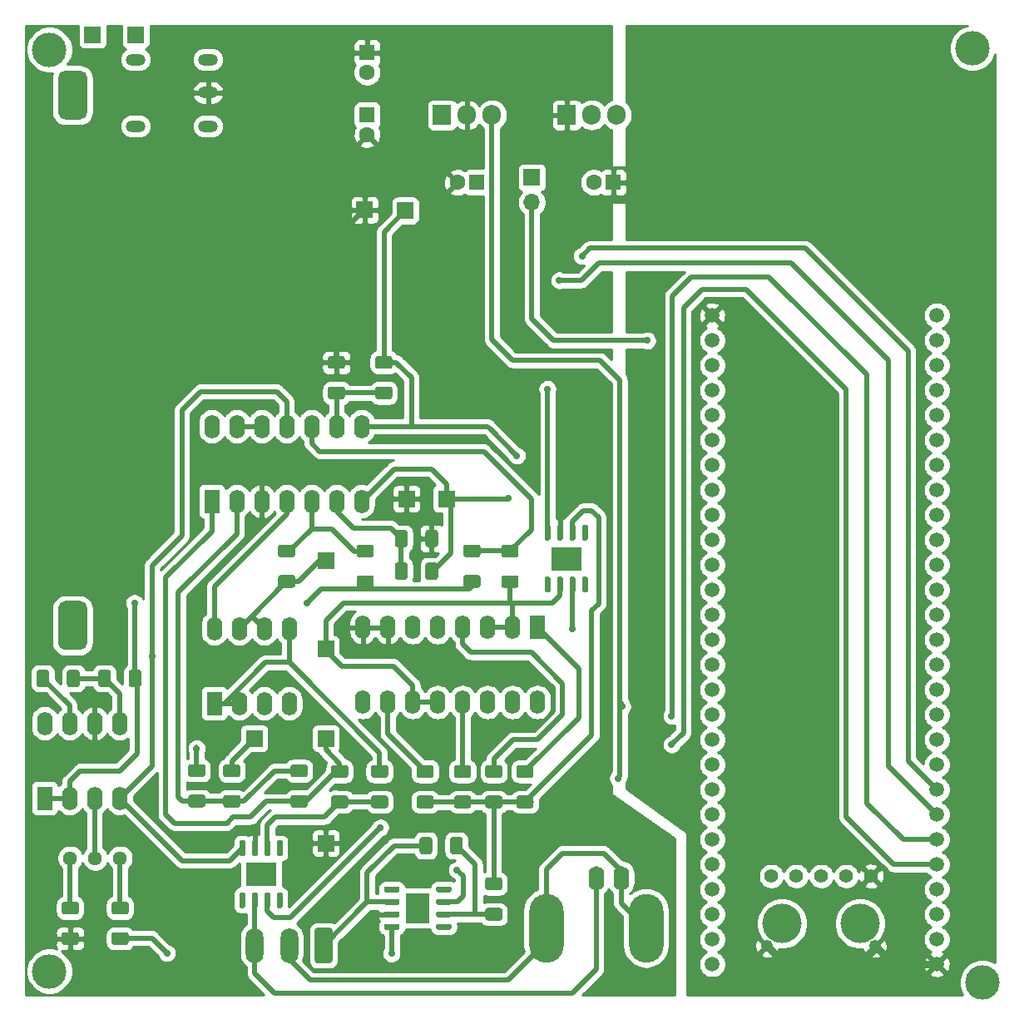
<source format=gbr>
%TF.GenerationSoftware,KiCad,Pcbnew,(5.1.10)-1*%
%TF.CreationDate,2022-11-12T22:12:05-03:00*%
%TF.ProjectId,potenciostato,706f7465-6e63-4696-9f73-7461746f2e6b,rev?*%
%TF.SameCoordinates,Original*%
%TF.FileFunction,Copper,L1,Top*%
%TF.FilePolarity,Positive*%
%FSLAX46Y46*%
G04 Gerber Fmt 4.6, Leading zero omitted, Abs format (unit mm)*
G04 Created by KiCad (PCBNEW (5.1.10)-1) date 2022-11-12 22:12:05*
%MOMM*%
%LPD*%
G01*
G04 APERTURE LIST*
%TA.AperFunction,ComponentPad*%
%ADD10C,1.508000*%
%TD*%
%TA.AperFunction,ComponentPad*%
%ADD11O,1.905000X2.000000*%
%TD*%
%TA.AperFunction,ComponentPad*%
%ADD12R,1.905000X2.000000*%
%TD*%
%TA.AperFunction,ComponentPad*%
%ADD13R,1.600000X1.600000*%
%TD*%
%TA.AperFunction,ComponentPad*%
%ADD14C,1.600000*%
%TD*%
%TA.AperFunction,ComponentPad*%
%ADD15O,1.600000X2.400000*%
%TD*%
%TA.AperFunction,ComponentPad*%
%ADD16R,1.600000X2.400000*%
%TD*%
%TA.AperFunction,ComponentPad*%
%ADD17C,1.440000*%
%TD*%
%TA.AperFunction,ComponentPad*%
%ADD18R,1.700000X1.700000*%
%TD*%
%TA.AperFunction,ComponentPad*%
%ADD19O,1.800000X3.600000*%
%TD*%
%TA.AperFunction,ComponentPad*%
%ADD20O,1.700000X1.700000*%
%TD*%
%TA.AperFunction,SMDPad,CuDef*%
%ADD21R,3.100000X2.410000*%
%TD*%
%TA.AperFunction,SMDPad,CuDef*%
%ADD22R,2.410000X3.100000*%
%TD*%
%TA.AperFunction,ComponentPad*%
%ADD23C,1.400000*%
%TD*%
%TA.AperFunction,ComponentPad*%
%ADD24C,4.000000*%
%TD*%
%TA.AperFunction,ComponentPad*%
%ADD25C,1.250000*%
%TD*%
%TA.AperFunction,ComponentPad*%
%ADD26O,2.000000X1.200000*%
%TD*%
%TA.AperFunction,ComponentPad*%
%ADD27O,3.500000X7.000000*%
%TD*%
%TA.AperFunction,ComponentPad*%
%ADD28O,1.600000X2.500000*%
%TD*%
%TA.AperFunction,ViaPad*%
%ADD29C,3.500000*%
%TD*%
%TA.AperFunction,ViaPad*%
%ADD30C,0.700000*%
%TD*%
%TA.AperFunction,Conductor*%
%ADD31C,0.508000*%
%TD*%
%TA.AperFunction,Conductor*%
%ADD32C,0.750000*%
%TD*%
%TA.AperFunction,Conductor*%
%ADD33C,0.254000*%
%TD*%
%TA.AperFunction,Conductor*%
%ADD34C,0.100000*%
%TD*%
G04 APERTURE END LIST*
D10*
%TO.P,LPC1,1*%
%TO.N,GND*%
X188595000Y-86995000D03*
%TO.P,LPC1,2*%
%TO.N,Net-(JP1-Pad2)*%
X188595000Y-89535000D03*
%TO.P,LPC1,3*%
%TO.N,Net-(LPC1-Pad3)*%
X188595000Y-92075000D03*
%TO.P,LPC1,4*%
%TO.N,Net-(LPC1-Pad4)*%
X188595000Y-94615000D03*
%TO.P,LPC1,5*%
%TO.N,Net-(LPC1-Pad5)*%
X188595000Y-97155000D03*
%TO.P,LPC1,6*%
%TO.N,Net-(LPC1-Pad6)*%
X188595000Y-99695000D03*
%TO.P,LPC1,7*%
%TO.N,Net-(LPC1-Pad7)*%
X188595000Y-102235000D03*
%TO.P,LPC1,8*%
%TO.N,Net-(LPC1-Pad8)*%
X188595000Y-104775000D03*
%TO.P,LPC1,9*%
%TO.N,Net-(LPC1-Pad9)*%
X188595000Y-107315000D03*
%TO.P,LPC1,10*%
%TO.N,Net-(LPC1-Pad10)*%
X188595000Y-109855000D03*
%TO.P,LPC1,11*%
%TO.N,Net-(LPC1-Pad11)*%
X188595000Y-112395000D03*
%TO.P,LPC1,12*%
%TO.N,Net-(LPC1-Pad12)*%
X188595000Y-114935000D03*
%TO.P,LPC1,13*%
%TO.N,Net-(LPC1-Pad13)*%
X188595000Y-117475000D03*
%TO.P,LPC1,14*%
%TO.N,Net-(LPC1-Pad14)*%
X188595000Y-120015000D03*
%TO.P,LPC1,15*%
%TO.N,Net-(J7-Pad1)*%
X188595000Y-122555000D03*
%TO.P,LPC1,16*%
%TO.N,Net-(J8-Pad1)*%
X188595000Y-125095000D03*
%TO.P,LPC1,17*%
%TO.N,Net-(LPC1-Pad17)*%
X188595000Y-127635000D03*
%TO.P,LPC1,18*%
%TO.N,Net-(J2-Pad1)*%
X188595000Y-130175000D03*
%TO.P,LPC1,19*%
%TO.N,Net-(LPC1-Pad19)*%
X188595000Y-132715000D03*
%TO.P,LPC1,20*%
%TO.N,Net-(LPC1-Pad20)*%
X188595000Y-135255000D03*
%TO.P,LPC1,21*%
%TO.N,Net-(LPC1-Pad21)*%
X188595000Y-137795000D03*
%TO.P,LPC1,22*%
%TO.N,Net-(LPC1-Pad22)*%
X188595000Y-140335000D03*
%TO.P,LPC1,23*%
%TO.N,Net-(LPC1-Pad23)*%
X188595000Y-142875000D03*
%TO.P,LPC1,24*%
%TO.N,Net-(LPC1-Pad24)*%
X188595000Y-145415000D03*
%TO.P,LPC1,25*%
%TO.N,Net-(LPC1-Pad25)*%
X188595000Y-147955000D03*
%TO.P,LPC1,26*%
%TO.N,Net-(LPC1-Pad26)*%
X188595000Y-150495000D03*
%TO.P,LPC1,27*%
%TO.N,Net-(LPC1-Pad27)*%
X188595000Y-153035000D03*
%TO.P,LPC1,28*%
%TO.N,/salida_dac/3V3*%
X211455000Y-86995000D03*
%TO.P,LPC1,29*%
%TO.N,Net-(LPC1-Pad29)*%
X211455000Y-89535000D03*
%TO.P,LPC1,30*%
%TO.N,Net-(LPC1-Pad30)*%
X211455000Y-92075000D03*
%TO.P,LPC1,31*%
%TO.N,Net-(LPC1-Pad31)*%
X211455000Y-94615000D03*
%TO.P,LPC1,32*%
%TO.N,Net-(LPC1-Pad32)*%
X211455000Y-97155000D03*
%TO.P,LPC1,33*%
%TO.N,Net-(LPC1-Pad33)*%
X211455000Y-99695000D03*
%TO.P,LPC1,34*%
%TO.N,Net-(LPC1-Pad34)*%
X211455000Y-102235000D03*
%TO.P,LPC1,35*%
%TO.N,Net-(LPC1-Pad35)*%
X211455000Y-104775000D03*
%TO.P,LPC1,36*%
%TO.N,Net-(J1-Pad2)*%
X211455000Y-107315000D03*
%TO.P,LPC1,37*%
%TO.N,Net-(J1-Pad3)*%
X211455000Y-109855000D03*
%TO.P,LPC1,38*%
%TO.N,Net-(LPC1-Pad38)*%
X211455000Y-112395000D03*
%TO.P,LPC1,39*%
%TO.N,Net-(LPC1-Pad39)*%
X211455000Y-114935000D03*
%TO.P,LPC1,40*%
%TO.N,Net-(LPC1-Pad40)*%
X211455000Y-117475000D03*
%TO.P,LPC1,41*%
%TO.N,Net-(LPC1-Pad41)*%
X211455000Y-120015000D03*
%TO.P,LPC1,42*%
%TO.N,Net-(LPC1-Pad42)*%
X211455000Y-122555000D03*
%TO.P,LPC1,43*%
%TO.N,Net-(LPC1-Pad43)*%
X211455000Y-125095000D03*
%TO.P,LPC1,44*%
%TO.N,Net-(LPC1-Pad44)*%
X211455000Y-127635000D03*
%TO.P,LPC1,45*%
%TO.N,Net-(LPC1-Pad45)*%
X211455000Y-130175000D03*
%TO.P,LPC1,46*%
%TO.N,Net-(LPC1-Pad46)*%
X211455000Y-132715000D03*
%TO.P,LPC1,47*%
%TO.N,/salida_dac/gan_x1*%
X211455000Y-135255000D03*
%TO.P,LPC1,48*%
%TO.N,/salida_dac/gan_x5*%
X211455000Y-137795000D03*
%TO.P,LPC1,49*%
%TO.N,/salida_dac/gan_x0.1*%
X211455000Y-140335000D03*
%TO.P,LPC1,50*%
%TO.N,/salida_dac/gan_x10*%
X211455000Y-142875000D03*
%TO.P,LPC1,51*%
%TO.N,Net-(LPC1-Pad51)*%
X211455000Y-145415000D03*
%TO.P,LPC1,52*%
%TO.N,Net-(LPC1-Pad52)*%
X211455000Y-147955000D03*
%TO.P,LPC1,53*%
%TO.N,Net-(LPC1-Pad53)*%
X211455000Y-150495000D03*
%TO.P,LPC1,54*%
%TO.N,GND*%
X211455000Y-153035000D03*
%TD*%
%TO.P,R20,2*%
%TO.N,Net-(R16-Pad1)*%
%TA.AperFunction,SMDPad,CuDef*%
G36*
G01*
X122921000Y-124577001D02*
X122921000Y-123326999D01*
G75*
G02*
X123170999Y-123077000I249999J0D01*
G01*
X123971001Y-123077000D01*
G75*
G02*
X124221000Y-123326999I0J-249999D01*
G01*
X124221000Y-124577001D01*
G75*
G02*
X123971001Y-124827000I-249999J0D01*
G01*
X123170999Y-124827000D01*
G75*
G02*
X122921000Y-124577001I0J249999D01*
G01*
G37*
%TD.AperFunction*%
%TO.P,R20,1*%
%TO.N,/salida_dac/-VOffset*%
%TA.AperFunction,SMDPad,CuDef*%
G36*
G01*
X119821000Y-124577001D02*
X119821000Y-123326999D01*
G75*
G02*
X120070999Y-123077000I249999J0D01*
G01*
X120871001Y-123077000D01*
G75*
G02*
X121121000Y-123326999I0J-249999D01*
G01*
X121121000Y-124577001D01*
G75*
G02*
X120871001Y-124827000I-249999J0D01*
G01*
X120070999Y-124827000D01*
G75*
G02*
X119821000Y-124577001I0J249999D01*
G01*
G37*
%TD.AperFunction*%
%TD*%
D11*
%TO.P,U8,3*%
%TO.N,-5V*%
X178879500Y-66611500D03*
%TO.P,U8,2*%
%TO.N,Net-(C2-Pad2)*%
X176339500Y-66611500D03*
D12*
%TO.P,U8,1*%
%TO.N,GND*%
X173799500Y-66611500D03*
%TD*%
D13*
%TO.P,C6,1*%
%TO.N,GND*%
X178530000Y-73469500D03*
D14*
%TO.P,C6,2*%
%TO.N,-5V*%
X176530000Y-73469500D03*
%TD*%
%TO.P,C1,2*%
%TO.N,GND*%
X153479500Y-68611500D03*
D13*
%TO.P,C1,1*%
%TO.N,Net-(C1-Pad1)*%
X153479500Y-66611500D03*
%TD*%
%TO.P,C2,1*%
%TO.N,GND*%
X153479500Y-60261500D03*
D14*
%TO.P,C2,2*%
%TO.N,Net-(C2-Pad2)*%
X153479500Y-62261500D03*
%TD*%
%TO.P,C5,2*%
%TO.N,GND*%
X162655500Y-73469500D03*
D13*
%TO.P,C5,1*%
%TO.N,+5V*%
X164655500Y-73469500D03*
%TD*%
%TO.P,R16,1*%
%TO.N,Net-(R16-Pad1)*%
%TA.AperFunction,SMDPad,CuDef*%
G36*
G01*
X126096000Y-124577001D02*
X126096000Y-123326999D01*
G75*
G02*
X126345999Y-123077000I249999J0D01*
G01*
X127146001Y-123077000D01*
G75*
G02*
X127396000Y-123326999I0J-249999D01*
G01*
X127396000Y-124577001D01*
G75*
G02*
X127146001Y-124827000I-249999J0D01*
G01*
X126345999Y-124827000D01*
G75*
G02*
X126096000Y-124577001I0J249999D01*
G01*
G37*
%TD.AperFunction*%
%TO.P,R16,2*%
%TO.N,/salida_dac/VOffset*%
%TA.AperFunction,SMDPad,CuDef*%
G36*
G01*
X129196000Y-124577001D02*
X129196000Y-123326999D01*
G75*
G02*
X129445999Y-123077000I249999J0D01*
G01*
X130246001Y-123077000D01*
G75*
G02*
X130496000Y-123326999I0J-249999D01*
G01*
X130496000Y-124577001D01*
G75*
G02*
X130246001Y-124827000I-249999J0D01*
G01*
X129445999Y-124827000D01*
G75*
G02*
X129196000Y-124577001I0J249999D01*
G01*
G37*
%TD.AperFunction*%
%TD*%
D15*
%TO.P,U9,8*%
%TO.N,+5V*%
X120650000Y-128524000D03*
%TO.P,U9,4*%
%TO.N,-5V*%
X128270000Y-136144000D03*
%TO.P,U9,7*%
%TO.N,/salida_dac/-VOffset*%
X123190000Y-128524000D03*
%TO.P,U9,3*%
%TO.N,Net-(RV1-Pad2)*%
X125730000Y-136144000D03*
%TO.P,U9,6*%
%TO.N,GND*%
X125730000Y-128524000D03*
%TO.P,U9,2*%
%TO.N,/salida_dac/VOffset*%
X123190000Y-136144000D03*
%TO.P,U9,5*%
%TO.N,Net-(R16-Pad1)*%
X128270000Y-128524000D03*
D16*
%TO.P,U9,1*%
%TO.N,/salida_dac/VOffset*%
X120650000Y-136144000D03*
%TD*%
D17*
%TO.P,RV1,3*%
%TO.N,Net-(R19-Pad2)*%
X123253500Y-142240000D03*
%TO.P,RV1,2*%
%TO.N,Net-(RV1-Pad2)*%
X125793500Y-142240000D03*
%TO.P,RV1,1*%
%TO.N,Net-(R17-Pad1)*%
X128333500Y-142240000D03*
%TD*%
D12*
%TO.P,U6,1*%
%TO.N,Net-(C1-Pad1)*%
X161099500Y-66611500D03*
D11*
%TO.P,U6,2*%
%TO.N,GND*%
X163639500Y-66611500D03*
%TO.P,U6,3*%
%TO.N,+5V*%
X166179500Y-66611500D03*
%TD*%
%TO.P,R17,2*%
%TO.N,/salida_dac/3V3*%
%TA.AperFunction,SMDPad,CuDef*%
G36*
G01*
X127708499Y-149770000D02*
X128958501Y-149770000D01*
G75*
G02*
X129208500Y-150019999I0J-249999D01*
G01*
X129208500Y-150820001D01*
G75*
G02*
X128958501Y-151070000I-249999J0D01*
G01*
X127708499Y-151070000D01*
G75*
G02*
X127458500Y-150820001I0J249999D01*
G01*
X127458500Y-150019999D01*
G75*
G02*
X127708499Y-149770000I249999J0D01*
G01*
G37*
%TD.AperFunction*%
%TO.P,R17,1*%
%TO.N,Net-(R17-Pad1)*%
%TA.AperFunction,SMDPad,CuDef*%
G36*
G01*
X127708499Y-146670000D02*
X128958501Y-146670000D01*
G75*
G02*
X129208500Y-146919999I0J-249999D01*
G01*
X129208500Y-147720001D01*
G75*
G02*
X128958501Y-147970000I-249999J0D01*
G01*
X127708499Y-147970000D01*
G75*
G02*
X127458500Y-147720001I0J249999D01*
G01*
X127458500Y-146919999D01*
G75*
G02*
X127708499Y-146670000I249999J0D01*
G01*
G37*
%TD.AperFunction*%
%TD*%
%TO.P,R19,1*%
%TO.N,GND*%
%TA.AperFunction,SMDPad,CuDef*%
G36*
G01*
X123878501Y-151070000D02*
X122628499Y-151070000D01*
G75*
G02*
X122378500Y-150820001I0J249999D01*
G01*
X122378500Y-150019999D01*
G75*
G02*
X122628499Y-149770000I249999J0D01*
G01*
X123878501Y-149770000D01*
G75*
G02*
X124128500Y-150019999I0J-249999D01*
G01*
X124128500Y-150820001D01*
G75*
G02*
X123878501Y-151070000I-249999J0D01*
G01*
G37*
%TD.AperFunction*%
%TO.P,R19,2*%
%TO.N,Net-(R19-Pad2)*%
%TA.AperFunction,SMDPad,CuDef*%
G36*
G01*
X123878501Y-147970000D02*
X122628499Y-147970000D01*
G75*
G02*
X122378500Y-147720001I0J249999D01*
G01*
X122378500Y-146919999D01*
G75*
G02*
X122628499Y-146670000I249999J0D01*
G01*
X123878501Y-146670000D01*
G75*
G02*
X124128500Y-146919999I0J-249999D01*
G01*
X124128500Y-147720001D01*
G75*
G02*
X123878501Y-147970000I-249999J0D01*
G01*
G37*
%TD.AperFunction*%
%TD*%
D18*
%TO.P,J2,1*%
%TO.N,Net-(J2-Pad1)*%
X141986000Y-130048000D03*
%TD*%
%TO.P,J3,1*%
%TO.N,Net-(J3-Pad1)*%
%TA.AperFunction,ComponentPad*%
G36*
G01*
X149942000Y-149580000D02*
X149942000Y-152680000D01*
G75*
G02*
X149692000Y-152930000I-250000J0D01*
G01*
X148392000Y-152930000D01*
G75*
G02*
X148142000Y-152680000I0J250000D01*
G01*
X148142000Y-149580000D01*
G75*
G02*
X148392000Y-149330000I250000J0D01*
G01*
X149692000Y-149330000D01*
G75*
G02*
X149942000Y-149580000I0J-250000D01*
G01*
G37*
%TD.AperFunction*%
D19*
%TO.P,J3,2*%
%TO.N,Net-(J14-Pad2)*%
X145542000Y-151130000D03*
%TO.P,J3,3*%
%TO.N,Net-(J14-Pad1)*%
X142042000Y-151130000D03*
%TD*%
D18*
%TO.P,JP1,1*%
%TO.N,+5V*%
X170243500Y-72961500D03*
D20*
%TO.P,JP1,2*%
%TO.N,Net-(JP1-Pad2)*%
X170243500Y-75501500D03*
%TD*%
%TO.P,R1,2*%
%TO.N,Net-(R1-Pad2)*%
%TA.AperFunction,SMDPad,CuDef*%
G36*
G01*
X170170001Y-134075000D02*
X168919999Y-134075000D01*
G75*
G02*
X168670000Y-133825001I0J249999D01*
G01*
X168670000Y-133024999D01*
G75*
G02*
X168919999Y-132775000I249999J0D01*
G01*
X170170001Y-132775000D01*
G75*
G02*
X170420000Y-133024999I0J-249999D01*
G01*
X170420000Y-133825001D01*
G75*
G02*
X170170001Y-134075000I-249999J0D01*
G01*
G37*
%TD.AperFunction*%
%TO.P,R1,1*%
%TO.N,Net-(R1-Pad1)*%
%TA.AperFunction,SMDPad,CuDef*%
G36*
G01*
X170170001Y-137175000D02*
X168919999Y-137175000D01*
G75*
G02*
X168670000Y-136925001I0J249999D01*
G01*
X168670000Y-136124999D01*
G75*
G02*
X168919999Y-135875000I249999J0D01*
G01*
X170170001Y-135875000D01*
G75*
G02*
X170420000Y-136124999I0J-249999D01*
G01*
X170420000Y-136925001D01*
G75*
G02*
X170170001Y-137175000I-249999J0D01*
G01*
G37*
%TD.AperFunction*%
%TD*%
%TO.P,R2,1*%
%TO.N,Net-(R2-Pad1)*%
%TA.AperFunction,SMDPad,CuDef*%
G36*
G01*
X151310501Y-137163500D02*
X150060499Y-137163500D01*
G75*
G02*
X149810500Y-136913501I0J249999D01*
G01*
X149810500Y-136113499D01*
G75*
G02*
X150060499Y-135863500I249999J0D01*
G01*
X151310501Y-135863500D01*
G75*
G02*
X151560500Y-136113499I0J-249999D01*
G01*
X151560500Y-136913501D01*
G75*
G02*
X151310501Y-137163500I-249999J0D01*
G01*
G37*
%TD.AperFunction*%
%TO.P,R2,2*%
%TO.N,/salida_dac/VIN*%
%TA.AperFunction,SMDPad,CuDef*%
G36*
G01*
X151310501Y-134063500D02*
X150060499Y-134063500D01*
G75*
G02*
X149810500Y-133813501I0J249999D01*
G01*
X149810500Y-133013499D01*
G75*
G02*
X150060499Y-132763500I249999J0D01*
G01*
X151310501Y-132763500D01*
G75*
G02*
X151560500Y-133013499I0J-249999D01*
G01*
X151560500Y-133813501D01*
G75*
G02*
X151310501Y-134063500I-249999J0D01*
G01*
G37*
%TD.AperFunction*%
%TD*%
%TO.P,R3,2*%
%TO.N,Net-(R3-Pad2)*%
%TA.AperFunction,SMDPad,CuDef*%
G36*
G01*
X155374501Y-134063500D02*
X154124499Y-134063500D01*
G75*
G02*
X153874500Y-133813501I0J249999D01*
G01*
X153874500Y-133013499D01*
G75*
G02*
X154124499Y-132763500I249999J0D01*
G01*
X155374501Y-132763500D01*
G75*
G02*
X155624500Y-133013499I0J-249999D01*
G01*
X155624500Y-133813501D01*
G75*
G02*
X155374501Y-134063500I-249999J0D01*
G01*
G37*
%TD.AperFunction*%
%TO.P,R3,1*%
%TO.N,Net-(R2-Pad1)*%
%TA.AperFunction,SMDPad,CuDef*%
G36*
G01*
X155374501Y-137163500D02*
X154124499Y-137163500D01*
G75*
G02*
X153874500Y-136913501I0J249999D01*
G01*
X153874500Y-136113499D01*
G75*
G02*
X154124499Y-135863500I249999J0D01*
G01*
X155374501Y-135863500D01*
G75*
G02*
X155624500Y-136113499I0J-249999D01*
G01*
X155624500Y-136913501D01*
G75*
G02*
X155374501Y-137163500I-249999J0D01*
G01*
G37*
%TD.AperFunction*%
%TD*%
%TO.P,R4,1*%
%TO.N,Net-(R4-Pad1)*%
%TA.AperFunction,SMDPad,CuDef*%
G36*
G01*
X166995001Y-148605000D02*
X165744999Y-148605000D01*
G75*
G02*
X165495000Y-148355001I0J249999D01*
G01*
X165495000Y-147554999D01*
G75*
G02*
X165744999Y-147305000I249999J0D01*
G01*
X166995001Y-147305000D01*
G75*
G02*
X167245000Y-147554999I0J-249999D01*
G01*
X167245000Y-148355001D01*
G75*
G02*
X166995001Y-148605000I-249999J0D01*
G01*
G37*
%TD.AperFunction*%
%TO.P,R4,2*%
%TO.N,Net-(R1-Pad1)*%
%TA.AperFunction,SMDPad,CuDef*%
G36*
G01*
X166995001Y-145505000D02*
X165744999Y-145505000D01*
G75*
G02*
X165495000Y-145255001I0J249999D01*
G01*
X165495000Y-144454999D01*
G75*
G02*
X165744999Y-144205000I249999J0D01*
G01*
X166995001Y-144205000D01*
G75*
G02*
X167245000Y-144454999I0J-249999D01*
G01*
X167245000Y-145255001D01*
G75*
G02*
X166995001Y-145505000I-249999J0D01*
G01*
G37*
%TD.AperFunction*%
%TD*%
%TO.P,R5,2*%
%TO.N,Net-(R4-Pad1)*%
%TA.AperFunction,SMDPad,CuDef*%
G36*
G01*
X161910000Y-141595001D02*
X161910000Y-140344999D01*
G75*
G02*
X162159999Y-140095000I249999J0D01*
G01*
X162960001Y-140095000D01*
G75*
G02*
X163210000Y-140344999I0J-249999D01*
G01*
X163210000Y-141595001D01*
G75*
G02*
X162960001Y-141845000I-249999J0D01*
G01*
X162159999Y-141845000D01*
G75*
G02*
X161910000Y-141595001I0J249999D01*
G01*
G37*
%TD.AperFunction*%
%TO.P,R5,1*%
%TO.N,Net-(J3-Pad1)*%
%TA.AperFunction,SMDPad,CuDef*%
G36*
G01*
X158810000Y-141595001D02*
X158810000Y-140344999D01*
G75*
G02*
X159059999Y-140095000I249999J0D01*
G01*
X159860001Y-140095000D01*
G75*
G02*
X160110000Y-140344999I0J-249999D01*
G01*
X160110000Y-141595001D01*
G75*
G02*
X159860001Y-141845000I-249999J0D01*
G01*
X159059999Y-141845000D01*
G75*
G02*
X158810000Y-141595001I0J249999D01*
G01*
G37*
%TD.AperFunction*%
%TD*%
%TO.P,R6,2*%
%TO.N,Net-(J2-Pad1)*%
%TA.AperFunction,SMDPad,CuDef*%
G36*
G01*
X140325001Y-134000000D02*
X139074999Y-134000000D01*
G75*
G02*
X138825000Y-133750001I0J249999D01*
G01*
X138825000Y-132949999D01*
G75*
G02*
X139074999Y-132700000I249999J0D01*
G01*
X140325001Y-132700000D01*
G75*
G02*
X140575000Y-132949999I0J-249999D01*
G01*
X140575000Y-133750001D01*
G75*
G02*
X140325001Y-134000000I-249999J0D01*
G01*
G37*
%TD.AperFunction*%
%TO.P,R6,1*%
%TO.N,Net-(R13-Pad2)*%
%TA.AperFunction,SMDPad,CuDef*%
G36*
G01*
X140325001Y-137100000D02*
X139074999Y-137100000D01*
G75*
G02*
X138825000Y-136850001I0J249999D01*
G01*
X138825000Y-136049999D01*
G75*
G02*
X139074999Y-135800000I249999J0D01*
G01*
X140325001Y-135800000D01*
G75*
G02*
X140575000Y-136049999I0J-249999D01*
G01*
X140575000Y-136850001D01*
G75*
G02*
X140325001Y-137100000I-249999J0D01*
G01*
G37*
%TD.AperFunction*%
%TD*%
%TO.P,R7,1*%
%TO.N,Net-(R13-Pad2)*%
%TA.AperFunction,SMDPad,CuDef*%
G36*
G01*
X136769001Y-137074000D02*
X135518999Y-137074000D01*
G75*
G02*
X135269000Y-136824001I0J249999D01*
G01*
X135269000Y-136023999D01*
G75*
G02*
X135518999Y-135774000I249999J0D01*
G01*
X136769001Y-135774000D01*
G75*
G02*
X137019000Y-136023999I0J-249999D01*
G01*
X137019000Y-136824001D01*
G75*
G02*
X136769001Y-137074000I-249999J0D01*
G01*
G37*
%TD.AperFunction*%
%TO.P,R7,2*%
%TO.N,/salida_dac/-VOffset*%
%TA.AperFunction,SMDPad,CuDef*%
G36*
G01*
X136769001Y-133974000D02*
X135518999Y-133974000D01*
G75*
G02*
X135269000Y-133724001I0J249999D01*
G01*
X135269000Y-132923999D01*
G75*
G02*
X135518999Y-132674000I249999J0D01*
G01*
X136769001Y-132674000D01*
G75*
G02*
X137019000Y-132923999I0J-249999D01*
G01*
X137019000Y-133724001D01*
G75*
G02*
X136769001Y-133974000I-249999J0D01*
G01*
G37*
%TD.AperFunction*%
%TD*%
%TO.P,R8,1*%
%TO.N,/salida_dac/VOffset*%
%TA.AperFunction,SMDPad,CuDef*%
G36*
G01*
X164772501Y-114722000D02*
X163522499Y-114722000D01*
G75*
G02*
X163272500Y-114472001I0J249999D01*
G01*
X163272500Y-113671999D01*
G75*
G02*
X163522499Y-113422000I249999J0D01*
G01*
X164772501Y-113422000D01*
G75*
G02*
X165022500Y-113671999I0J-249999D01*
G01*
X165022500Y-114472001D01*
G75*
G02*
X164772501Y-114722000I-249999J0D01*
G01*
G37*
%TD.AperFunction*%
%TO.P,R8,2*%
%TO.N,Net-(R14-Pad1)*%
%TA.AperFunction,SMDPad,CuDef*%
G36*
G01*
X164772501Y-111622000D02*
X163522499Y-111622000D01*
G75*
G02*
X163272500Y-111372001I0J249999D01*
G01*
X163272500Y-110571999D01*
G75*
G02*
X163522499Y-110322000I249999J0D01*
G01*
X164772501Y-110322000D01*
G75*
G02*
X165022500Y-110571999I0J-249999D01*
G01*
X165022500Y-111372001D01*
G75*
G02*
X164772501Y-111622000I-249999J0D01*
G01*
G37*
%TD.AperFunction*%
%TD*%
%TO.P,R9,1*%
%TO.N,Net-(R22-Pad1)*%
%TA.AperFunction,SMDPad,CuDef*%
G36*
G01*
X155793601Y-95544400D02*
X154543599Y-95544400D01*
G75*
G02*
X154293600Y-95294401I0J249999D01*
G01*
X154293600Y-94494399D01*
G75*
G02*
X154543599Y-94244400I249999J0D01*
G01*
X155793601Y-94244400D01*
G75*
G02*
X156043600Y-94494399I0J-249999D01*
G01*
X156043600Y-95294401D01*
G75*
G02*
X155793601Y-95544400I-249999J0D01*
G01*
G37*
%TD.AperFunction*%
%TO.P,R9,2*%
%TO.N,Net-(J7-Pad1)*%
%TA.AperFunction,SMDPad,CuDef*%
G36*
G01*
X155793601Y-92444400D02*
X154543599Y-92444400D01*
G75*
G02*
X154293600Y-92194401I0J249999D01*
G01*
X154293600Y-91394399D01*
G75*
G02*
X154543599Y-91144400I249999J0D01*
G01*
X155793601Y-91144400D01*
G75*
G02*
X156043600Y-91394399I0J-249999D01*
G01*
X156043600Y-92194401D01*
G75*
G02*
X155793601Y-92444400I-249999J0D01*
G01*
G37*
%TD.AperFunction*%
%TD*%
%TO.P,R10,2*%
%TO.N,Net-(R10-Pad2)*%
%TA.AperFunction,SMDPad,CuDef*%
G36*
G01*
X153914001Y-111648000D02*
X152663999Y-111648000D01*
G75*
G02*
X152414000Y-111398001I0J249999D01*
G01*
X152414000Y-110597999D01*
G75*
G02*
X152663999Y-110348000I249999J0D01*
G01*
X153914001Y-110348000D01*
G75*
G02*
X154164000Y-110597999I0J-249999D01*
G01*
X154164000Y-111398001D01*
G75*
G02*
X153914001Y-111648000I-249999J0D01*
G01*
G37*
%TD.AperFunction*%
%TO.P,R10,1*%
%TO.N,/salida_dac/VOffset*%
%TA.AperFunction,SMDPad,CuDef*%
G36*
G01*
X153914001Y-114748000D02*
X152663999Y-114748000D01*
G75*
G02*
X152414000Y-114498001I0J249999D01*
G01*
X152414000Y-113697999D01*
G75*
G02*
X152663999Y-113448000I249999J0D01*
G01*
X153914001Y-113448000D01*
G75*
G02*
X154164000Y-113697999I0J-249999D01*
G01*
X154164000Y-114498001D01*
G75*
G02*
X153914001Y-114748000I-249999J0D01*
G01*
G37*
%TD.AperFunction*%
%TD*%
%TO.P,R11,2*%
%TO.N,Net-(R11-Pad2)*%
%TA.AperFunction,SMDPad,CuDef*%
G36*
G01*
X163820001Y-134075000D02*
X162569999Y-134075000D01*
G75*
G02*
X162320000Y-133825001I0J249999D01*
G01*
X162320000Y-133024999D01*
G75*
G02*
X162569999Y-132775000I249999J0D01*
G01*
X163820001Y-132775000D01*
G75*
G02*
X164070000Y-133024999I0J-249999D01*
G01*
X164070000Y-133825001D01*
G75*
G02*
X163820001Y-134075000I-249999J0D01*
G01*
G37*
%TD.AperFunction*%
%TO.P,R11,1*%
%TO.N,Net-(R1-Pad1)*%
%TA.AperFunction,SMDPad,CuDef*%
G36*
G01*
X163820001Y-137175000D02*
X162569999Y-137175000D01*
G75*
G02*
X162320000Y-136925001I0J249999D01*
G01*
X162320000Y-136124999D01*
G75*
G02*
X162569999Y-135875000I249999J0D01*
G01*
X163820001Y-135875000D01*
G75*
G02*
X164070000Y-136124999I0J-249999D01*
G01*
X164070000Y-136925001D01*
G75*
G02*
X163820001Y-137175000I-249999J0D01*
G01*
G37*
%TD.AperFunction*%
%TD*%
%TO.P,R12,1*%
%TO.N,Net-(R1-Pad1)*%
%TA.AperFunction,SMDPad,CuDef*%
G36*
G01*
X160010001Y-137175000D02*
X158759999Y-137175000D01*
G75*
G02*
X158510000Y-136925001I0J249999D01*
G01*
X158510000Y-136124999D01*
G75*
G02*
X158759999Y-135875000I249999J0D01*
G01*
X160010001Y-135875000D01*
G75*
G02*
X160260000Y-136124999I0J-249999D01*
G01*
X160260000Y-136925001D01*
G75*
G02*
X160010001Y-137175000I-249999J0D01*
G01*
G37*
%TD.AperFunction*%
%TO.P,R12,2*%
%TO.N,Net-(R12-Pad2)*%
%TA.AperFunction,SMDPad,CuDef*%
G36*
G01*
X160010001Y-134075000D02*
X158759999Y-134075000D01*
G75*
G02*
X158510000Y-133825001I0J249999D01*
G01*
X158510000Y-133024999D01*
G75*
G02*
X158759999Y-132775000I249999J0D01*
G01*
X160010001Y-132775000D01*
G75*
G02*
X160260000Y-133024999I0J-249999D01*
G01*
X160260000Y-133825001D01*
G75*
G02*
X160010001Y-134075000I-249999J0D01*
G01*
G37*
%TD.AperFunction*%
%TD*%
%TO.P,R13,2*%
%TO.N,Net-(R13-Pad2)*%
%TA.AperFunction,SMDPad,CuDef*%
G36*
G01*
X147183001Y-134000000D02*
X145932999Y-134000000D01*
G75*
G02*
X145683000Y-133750001I0J249999D01*
G01*
X145683000Y-132949999D01*
G75*
G02*
X145932999Y-132700000I249999J0D01*
G01*
X147183001Y-132700000D01*
G75*
G02*
X147433000Y-132949999I0J-249999D01*
G01*
X147433000Y-133750001D01*
G75*
G02*
X147183001Y-134000000I-249999J0D01*
G01*
G37*
%TD.AperFunction*%
%TO.P,R13,1*%
%TO.N,/salida_dac/VIN*%
%TA.AperFunction,SMDPad,CuDef*%
G36*
G01*
X147183001Y-137100000D02*
X145932999Y-137100000D01*
G75*
G02*
X145683000Y-136850001I0J249999D01*
G01*
X145683000Y-136049999D01*
G75*
G02*
X145932999Y-135800000I249999J0D01*
G01*
X147183001Y-135800000D01*
G75*
G02*
X147433000Y-136049999I0J-249999D01*
G01*
X147433000Y-136850001D01*
G75*
G02*
X147183001Y-137100000I-249999J0D01*
G01*
G37*
%TD.AperFunction*%
%TD*%
%TO.P,R14,2*%
%TO.N,/salida_dac/I_IN*%
%TA.AperFunction,SMDPad,CuDef*%
G36*
G01*
X167395999Y-113448000D02*
X168646001Y-113448000D01*
G75*
G02*
X168896000Y-113697999I0J-249999D01*
G01*
X168896000Y-114498001D01*
G75*
G02*
X168646001Y-114748000I-249999J0D01*
G01*
X167395999Y-114748000D01*
G75*
G02*
X167146000Y-114498001I0J249999D01*
G01*
X167146000Y-113697999D01*
G75*
G02*
X167395999Y-113448000I249999J0D01*
G01*
G37*
%TD.AperFunction*%
%TO.P,R14,1*%
%TO.N,Net-(R14-Pad1)*%
%TA.AperFunction,SMDPad,CuDef*%
G36*
G01*
X167395999Y-110348000D02*
X168646001Y-110348000D01*
G75*
G02*
X168896000Y-110597999I0J-249999D01*
G01*
X168896000Y-111398001D01*
G75*
G02*
X168646001Y-111648000I-249999J0D01*
G01*
X167395999Y-111648000D01*
G75*
G02*
X167146000Y-111398001I0J249999D01*
G01*
X167146000Y-110597999D01*
G75*
G02*
X167395999Y-110348000I249999J0D01*
G01*
G37*
%TD.AperFunction*%
%TD*%
%TO.P,R15,1*%
%TO.N,Net-(R1-Pad1)*%
%TA.AperFunction,SMDPad,CuDef*%
G36*
G01*
X166995001Y-137175000D02*
X165744999Y-137175000D01*
G75*
G02*
X165495000Y-136925001I0J249999D01*
G01*
X165495000Y-136124999D01*
G75*
G02*
X165744999Y-135875000I249999J0D01*
G01*
X166995001Y-135875000D01*
G75*
G02*
X167245000Y-136124999I0J-249999D01*
G01*
X167245000Y-136925001D01*
G75*
G02*
X166995001Y-137175000I-249999J0D01*
G01*
G37*
%TD.AperFunction*%
%TO.P,R15,2*%
%TO.N,Net-(R15-Pad2)*%
%TA.AperFunction,SMDPad,CuDef*%
G36*
G01*
X166995001Y-134075000D02*
X165744999Y-134075000D01*
G75*
G02*
X165495000Y-133825001I0J249999D01*
G01*
X165495000Y-133024999D01*
G75*
G02*
X165744999Y-132775000I249999J0D01*
G01*
X166995001Y-132775000D01*
G75*
G02*
X167245000Y-133024999I0J-249999D01*
G01*
X167245000Y-133825001D01*
G75*
G02*
X166995001Y-134075000I-249999J0D01*
G01*
G37*
%TD.AperFunction*%
%TD*%
%TO.P,R18,1*%
%TO.N,Net-(J8-Pad1)*%
%TA.AperFunction,SMDPad,CuDef*%
G36*
G01*
X160696000Y-112404999D02*
X160696000Y-113655001D01*
G75*
G02*
X160446001Y-113905000I-249999J0D01*
G01*
X159645999Y-113905000D01*
G75*
G02*
X159396000Y-113655001I0J249999D01*
G01*
X159396000Y-112404999D01*
G75*
G02*
X159645999Y-112155000I249999J0D01*
G01*
X160446001Y-112155000D01*
G75*
G02*
X160696000Y-112404999I0J-249999D01*
G01*
G37*
%TD.AperFunction*%
%TO.P,R18,2*%
%TO.N,Net-(R18-Pad2)*%
%TA.AperFunction,SMDPad,CuDef*%
G36*
G01*
X157596000Y-112404999D02*
X157596000Y-113655001D01*
G75*
G02*
X157346001Y-113905000I-249999J0D01*
G01*
X156545999Y-113905000D01*
G75*
G02*
X156296000Y-113655001I0J249999D01*
G01*
X156296000Y-112404999D01*
G75*
G02*
X156545999Y-112155000I249999J0D01*
G01*
X157346001Y-112155000D01*
G75*
G02*
X157596000Y-112404999I0J-249999D01*
G01*
G37*
%TD.AperFunction*%
%TD*%
%TO.P,R21,2*%
%TO.N,/salida_dac/V_IN*%
%TA.AperFunction,SMDPad,CuDef*%
G36*
G01*
X144662999Y-113422000D02*
X145913001Y-113422000D01*
G75*
G02*
X146163000Y-113671999I0J-249999D01*
G01*
X146163000Y-114472001D01*
G75*
G02*
X145913001Y-114722000I-249999J0D01*
G01*
X144662999Y-114722000D01*
G75*
G02*
X144413000Y-114472001I0J249999D01*
G01*
X144413000Y-113671999D01*
G75*
G02*
X144662999Y-113422000I249999J0D01*
G01*
G37*
%TD.AperFunction*%
%TO.P,R21,1*%
%TO.N,Net-(R10-Pad2)*%
%TA.AperFunction,SMDPad,CuDef*%
G36*
G01*
X144662999Y-110322000D02*
X145913001Y-110322000D01*
G75*
G02*
X146163000Y-110571999I0J-249999D01*
G01*
X146163000Y-111372001D01*
G75*
G02*
X145913001Y-111622000I-249999J0D01*
G01*
X144662999Y-111622000D01*
G75*
G02*
X144413000Y-111372001I0J249999D01*
G01*
X144413000Y-110571999D01*
G75*
G02*
X144662999Y-110322000I249999J0D01*
G01*
G37*
%TD.AperFunction*%
%TD*%
%TO.P,U1,1*%
%TO.N,Net-(U1-Pad1)*%
%TA.AperFunction,SMDPad,CuDef*%
G36*
G01*
X175491000Y-108310000D02*
X175791000Y-108310000D01*
G75*
G02*
X175941000Y-108460000I0J-150000D01*
G01*
X175941000Y-109760000D01*
G75*
G02*
X175791000Y-109910000I-150000J0D01*
G01*
X175491000Y-109910000D01*
G75*
G02*
X175341000Y-109760000I0J150000D01*
G01*
X175341000Y-108460000D01*
G75*
G02*
X175491000Y-108310000I150000J0D01*
G01*
G37*
%TD.AperFunction*%
%TO.P,U1,2*%
%TO.N,Net-(R1-Pad1)*%
%TA.AperFunction,SMDPad,CuDef*%
G36*
G01*
X174221000Y-108310000D02*
X174521000Y-108310000D01*
G75*
G02*
X174671000Y-108460000I0J-150000D01*
G01*
X174671000Y-109760000D01*
G75*
G02*
X174521000Y-109910000I-150000J0D01*
G01*
X174221000Y-109910000D01*
G75*
G02*
X174071000Y-109760000I0J150000D01*
G01*
X174071000Y-108460000D01*
G75*
G02*
X174221000Y-108310000I150000J0D01*
G01*
G37*
%TD.AperFunction*%
%TO.P,U1,3*%
%TO.N,GND*%
%TA.AperFunction,SMDPad,CuDef*%
G36*
G01*
X172951000Y-108310000D02*
X173251000Y-108310000D01*
G75*
G02*
X173401000Y-108460000I0J-150000D01*
G01*
X173401000Y-109760000D01*
G75*
G02*
X173251000Y-109910000I-150000J0D01*
G01*
X172951000Y-109910000D01*
G75*
G02*
X172801000Y-109760000I0J150000D01*
G01*
X172801000Y-108460000D01*
G75*
G02*
X172951000Y-108310000I150000J0D01*
G01*
G37*
%TD.AperFunction*%
%TO.P,U1,4*%
%TO.N,-5V*%
%TA.AperFunction,SMDPad,CuDef*%
G36*
G01*
X171681000Y-108310000D02*
X171981000Y-108310000D01*
G75*
G02*
X172131000Y-108460000I0J-150000D01*
G01*
X172131000Y-109760000D01*
G75*
G02*
X171981000Y-109910000I-150000J0D01*
G01*
X171681000Y-109910000D01*
G75*
G02*
X171531000Y-109760000I0J150000D01*
G01*
X171531000Y-108460000D01*
G75*
G02*
X171681000Y-108310000I150000J0D01*
G01*
G37*
%TD.AperFunction*%
%TO.P,U1,5*%
%TO.N,Net-(U1-Pad5)*%
%TA.AperFunction,SMDPad,CuDef*%
G36*
G01*
X171681000Y-113610000D02*
X171981000Y-113610000D01*
G75*
G02*
X172131000Y-113760000I0J-150000D01*
G01*
X172131000Y-115060000D01*
G75*
G02*
X171981000Y-115210000I-150000J0D01*
G01*
X171681000Y-115210000D01*
G75*
G02*
X171531000Y-115060000I0J150000D01*
G01*
X171531000Y-113760000D01*
G75*
G02*
X171681000Y-113610000I150000J0D01*
G01*
G37*
%TD.AperFunction*%
%TO.P,U1,6*%
%TO.N,/salida_dac/I_IN*%
%TA.AperFunction,SMDPad,CuDef*%
G36*
G01*
X172951000Y-113610000D02*
X173251000Y-113610000D01*
G75*
G02*
X173401000Y-113760000I0J-150000D01*
G01*
X173401000Y-115060000D01*
G75*
G02*
X173251000Y-115210000I-150000J0D01*
G01*
X172951000Y-115210000D01*
G75*
G02*
X172801000Y-115060000I0J150000D01*
G01*
X172801000Y-113760000D01*
G75*
G02*
X172951000Y-113610000I150000J0D01*
G01*
G37*
%TD.AperFunction*%
%TO.P,U1,7*%
%TO.N,+5V*%
%TA.AperFunction,SMDPad,CuDef*%
G36*
G01*
X174221000Y-113610000D02*
X174521000Y-113610000D01*
G75*
G02*
X174671000Y-113760000I0J-150000D01*
G01*
X174671000Y-115060000D01*
G75*
G02*
X174521000Y-115210000I-150000J0D01*
G01*
X174221000Y-115210000D01*
G75*
G02*
X174071000Y-115060000I0J150000D01*
G01*
X174071000Y-113760000D01*
G75*
G02*
X174221000Y-113610000I150000J0D01*
G01*
G37*
%TD.AperFunction*%
%TO.P,U1,8*%
%TO.N,Net-(U1-Pad8)*%
%TA.AperFunction,SMDPad,CuDef*%
G36*
G01*
X175491000Y-113610000D02*
X175791000Y-113610000D01*
G75*
G02*
X175941000Y-113760000I0J-150000D01*
G01*
X175941000Y-115060000D01*
G75*
G02*
X175791000Y-115210000I-150000J0D01*
G01*
X175491000Y-115210000D01*
G75*
G02*
X175341000Y-115060000I0J150000D01*
G01*
X175341000Y-113760000D01*
G75*
G02*
X175491000Y-113610000I150000J0D01*
G01*
G37*
%TD.AperFunction*%
D21*
%TO.P,U1,9*%
%TO.N,N/C*%
X173736000Y-111760000D03*
%TD*%
D16*
%TO.P,U2,1*%
%TO.N,Net-(R3-Pad2)*%
X137922000Y-126492000D03*
D15*
%TO.P,U2,5*%
X145542000Y-118872000D03*
%TO.P,U2,2*%
X140462000Y-126492000D03*
%TO.P,U2,6*%
%TO.N,/salida_dac/V_IN*%
X143002000Y-118872000D03*
%TO.P,U2,3*%
%TO.N,Net-(J14-Pad2)*%
X143002000Y-126492000D03*
%TO.P,U2,7*%
%TO.N,/salida_dac/V_IN*%
X140462000Y-118872000D03*
%TO.P,U2,4*%
%TO.N,-5V*%
X145542000Y-126492000D03*
%TO.P,U2,8*%
%TO.N,+5V*%
X137922000Y-118872000D03*
%TD*%
D21*
%TO.P,U3,9*%
%TO.N,N/C*%
X142684500Y-143874000D03*
%TO.P,U3,8*%
%TO.N,Net-(U3-Pad8)*%
%TA.AperFunction,SMDPad,CuDef*%
G36*
G01*
X144439500Y-145724000D02*
X144739500Y-145724000D01*
G75*
G02*
X144889500Y-145874000I0J-150000D01*
G01*
X144889500Y-147174000D01*
G75*
G02*
X144739500Y-147324000I-150000J0D01*
G01*
X144439500Y-147324000D01*
G75*
G02*
X144289500Y-147174000I0J150000D01*
G01*
X144289500Y-145874000D01*
G75*
G02*
X144439500Y-145724000I150000J0D01*
G01*
G37*
%TD.AperFunction*%
%TO.P,U3,7*%
%TO.N,+5V*%
%TA.AperFunction,SMDPad,CuDef*%
G36*
G01*
X143169500Y-145724000D02*
X143469500Y-145724000D01*
G75*
G02*
X143619500Y-145874000I0J-150000D01*
G01*
X143619500Y-147174000D01*
G75*
G02*
X143469500Y-147324000I-150000J0D01*
G01*
X143169500Y-147324000D01*
G75*
G02*
X143019500Y-147174000I0J150000D01*
G01*
X143019500Y-145874000D01*
G75*
G02*
X143169500Y-145724000I150000J0D01*
G01*
G37*
%TD.AperFunction*%
%TO.P,U3,6*%
%TO.N,Net-(J14-Pad1)*%
%TA.AperFunction,SMDPad,CuDef*%
G36*
G01*
X141899500Y-145724000D02*
X142199500Y-145724000D01*
G75*
G02*
X142349500Y-145874000I0J-150000D01*
G01*
X142349500Y-147174000D01*
G75*
G02*
X142199500Y-147324000I-150000J0D01*
G01*
X141899500Y-147324000D01*
G75*
G02*
X141749500Y-147174000I0J150000D01*
G01*
X141749500Y-145874000D01*
G75*
G02*
X141899500Y-145724000I150000J0D01*
G01*
G37*
%TD.AperFunction*%
%TO.P,U3,5*%
%TO.N,Net-(U3-Pad5)*%
%TA.AperFunction,SMDPad,CuDef*%
G36*
G01*
X140629500Y-145724000D02*
X140929500Y-145724000D01*
G75*
G02*
X141079500Y-145874000I0J-150000D01*
G01*
X141079500Y-147174000D01*
G75*
G02*
X140929500Y-147324000I-150000J0D01*
G01*
X140629500Y-147324000D01*
G75*
G02*
X140479500Y-147174000I0J150000D01*
G01*
X140479500Y-145874000D01*
G75*
G02*
X140629500Y-145724000I150000J0D01*
G01*
G37*
%TD.AperFunction*%
%TO.P,U3,4*%
%TO.N,-5V*%
%TA.AperFunction,SMDPad,CuDef*%
G36*
G01*
X140629500Y-140424000D02*
X140929500Y-140424000D01*
G75*
G02*
X141079500Y-140574000I0J-150000D01*
G01*
X141079500Y-141874000D01*
G75*
G02*
X140929500Y-142024000I-150000J0D01*
G01*
X140629500Y-142024000D01*
G75*
G02*
X140479500Y-141874000I0J150000D01*
G01*
X140479500Y-140574000D01*
G75*
G02*
X140629500Y-140424000I150000J0D01*
G01*
G37*
%TD.AperFunction*%
%TO.P,U3,3*%
%TO.N,GND*%
%TA.AperFunction,SMDPad,CuDef*%
G36*
G01*
X141899500Y-140424000D02*
X142199500Y-140424000D01*
G75*
G02*
X142349500Y-140574000I0J-150000D01*
G01*
X142349500Y-141874000D01*
G75*
G02*
X142199500Y-142024000I-150000J0D01*
G01*
X141899500Y-142024000D01*
G75*
G02*
X141749500Y-141874000I0J150000D01*
G01*
X141749500Y-140574000D01*
G75*
G02*
X141899500Y-140424000I150000J0D01*
G01*
G37*
%TD.AperFunction*%
%TO.P,U3,2*%
%TO.N,Net-(R2-Pad1)*%
%TA.AperFunction,SMDPad,CuDef*%
G36*
G01*
X143169500Y-140424000D02*
X143469500Y-140424000D01*
G75*
G02*
X143619500Y-140574000I0J-150000D01*
G01*
X143619500Y-141874000D01*
G75*
G02*
X143469500Y-142024000I-150000J0D01*
G01*
X143169500Y-142024000D01*
G75*
G02*
X143019500Y-141874000I0J150000D01*
G01*
X143019500Y-140574000D01*
G75*
G02*
X143169500Y-140424000I150000J0D01*
G01*
G37*
%TD.AperFunction*%
%TO.P,U3,1*%
%TO.N,Net-(U3-Pad1)*%
%TA.AperFunction,SMDPad,CuDef*%
G36*
G01*
X144439500Y-140424000D02*
X144739500Y-140424000D01*
G75*
G02*
X144889500Y-140574000I0J-150000D01*
G01*
X144889500Y-141874000D01*
G75*
G02*
X144739500Y-142024000I-150000J0D01*
G01*
X144439500Y-142024000D01*
G75*
G02*
X144289500Y-141874000I0J150000D01*
G01*
X144289500Y-140574000D01*
G75*
G02*
X144439500Y-140424000I150000J0D01*
G01*
G37*
%TD.AperFunction*%
%TD*%
%TO.P,U4,1*%
%TO.N,Net-(U4-Pad1)*%
%TA.AperFunction,SMDPad,CuDef*%
G36*
G01*
X155190000Y-145565000D02*
X155190000Y-145265000D01*
G75*
G02*
X155340000Y-145115000I150000J0D01*
G01*
X156640000Y-145115000D01*
G75*
G02*
X156790000Y-145265000I0J-150000D01*
G01*
X156790000Y-145565000D01*
G75*
G02*
X156640000Y-145715000I-150000J0D01*
G01*
X155340000Y-145715000D01*
G75*
G02*
X155190000Y-145565000I0J150000D01*
G01*
G37*
%TD.AperFunction*%
%TO.P,U4,2*%
%TO.N,Net-(J3-Pad1)*%
%TA.AperFunction,SMDPad,CuDef*%
G36*
G01*
X155190000Y-146835000D02*
X155190000Y-146535000D01*
G75*
G02*
X155340000Y-146385000I150000J0D01*
G01*
X156640000Y-146385000D01*
G75*
G02*
X156790000Y-146535000I0J-150000D01*
G01*
X156790000Y-146835000D01*
G75*
G02*
X156640000Y-146985000I-150000J0D01*
G01*
X155340000Y-146985000D01*
G75*
G02*
X155190000Y-146835000I0J150000D01*
G01*
G37*
%TD.AperFunction*%
%TO.P,U4,3*%
%TO.N,GND*%
%TA.AperFunction,SMDPad,CuDef*%
G36*
G01*
X155190000Y-148105000D02*
X155190000Y-147805000D01*
G75*
G02*
X155340000Y-147655000I150000J0D01*
G01*
X156640000Y-147655000D01*
G75*
G02*
X156790000Y-147805000I0J-150000D01*
G01*
X156790000Y-148105000D01*
G75*
G02*
X156640000Y-148255000I-150000J0D01*
G01*
X155340000Y-148255000D01*
G75*
G02*
X155190000Y-148105000I0J150000D01*
G01*
G37*
%TD.AperFunction*%
%TO.P,U4,4*%
%TO.N,-5V*%
%TA.AperFunction,SMDPad,CuDef*%
G36*
G01*
X155190000Y-149375000D02*
X155190000Y-149075000D01*
G75*
G02*
X155340000Y-148925000I150000J0D01*
G01*
X156640000Y-148925000D01*
G75*
G02*
X156790000Y-149075000I0J-150000D01*
G01*
X156790000Y-149375000D01*
G75*
G02*
X156640000Y-149525000I-150000J0D01*
G01*
X155340000Y-149525000D01*
G75*
G02*
X155190000Y-149375000I0J150000D01*
G01*
G37*
%TD.AperFunction*%
%TO.P,U4,5*%
%TO.N,Net-(U4-Pad5)*%
%TA.AperFunction,SMDPad,CuDef*%
G36*
G01*
X160490000Y-149375000D02*
X160490000Y-149075000D01*
G75*
G02*
X160640000Y-148925000I150000J0D01*
G01*
X161940000Y-148925000D01*
G75*
G02*
X162090000Y-149075000I0J-150000D01*
G01*
X162090000Y-149375000D01*
G75*
G02*
X161940000Y-149525000I-150000J0D01*
G01*
X160640000Y-149525000D01*
G75*
G02*
X160490000Y-149375000I0J150000D01*
G01*
G37*
%TD.AperFunction*%
%TO.P,U4,6*%
%TO.N,Net-(R4-Pad1)*%
%TA.AperFunction,SMDPad,CuDef*%
G36*
G01*
X160490000Y-148105000D02*
X160490000Y-147805000D01*
G75*
G02*
X160640000Y-147655000I150000J0D01*
G01*
X161940000Y-147655000D01*
G75*
G02*
X162090000Y-147805000I0J-150000D01*
G01*
X162090000Y-148105000D01*
G75*
G02*
X161940000Y-148255000I-150000J0D01*
G01*
X160640000Y-148255000D01*
G75*
G02*
X160490000Y-148105000I0J150000D01*
G01*
G37*
%TD.AperFunction*%
%TO.P,U4,7*%
%TO.N,+5V*%
%TA.AperFunction,SMDPad,CuDef*%
G36*
G01*
X160490000Y-146835000D02*
X160490000Y-146535000D01*
G75*
G02*
X160640000Y-146385000I150000J0D01*
G01*
X161940000Y-146385000D01*
G75*
G02*
X162090000Y-146535000I0J-150000D01*
G01*
X162090000Y-146835000D01*
G75*
G02*
X161940000Y-146985000I-150000J0D01*
G01*
X160640000Y-146985000D01*
G75*
G02*
X160490000Y-146835000I0J150000D01*
G01*
G37*
%TD.AperFunction*%
%TO.P,U4,8*%
%TO.N,Net-(U4-Pad8)*%
%TA.AperFunction,SMDPad,CuDef*%
G36*
G01*
X160490000Y-145565000D02*
X160490000Y-145265000D01*
G75*
G02*
X160640000Y-145115000I150000J0D01*
G01*
X161940000Y-145115000D01*
G75*
G02*
X162090000Y-145265000I0J-150000D01*
G01*
X162090000Y-145565000D01*
G75*
G02*
X161940000Y-145715000I-150000J0D01*
G01*
X160640000Y-145715000D01*
G75*
G02*
X160490000Y-145565000I0J150000D01*
G01*
G37*
%TD.AperFunction*%
D22*
%TO.P,U4,9*%
%TO.N,N/C*%
X158640000Y-147320000D03*
%TD*%
D16*
%TO.P,U7,1*%
%TO.N,/salida_dac/VIN*%
X137668000Y-105918000D03*
D15*
%TO.P,U7,8*%
%TO.N,Net-(J7-Pad1)*%
X152908000Y-98298000D03*
%TO.P,U7,2*%
%TO.N,Net-(R13-Pad2)*%
X140208000Y-105918000D03*
%TO.P,U7,9*%
%TO.N,Net-(R22-Pad1)*%
X150368000Y-98298000D03*
%TO.P,U7,3*%
%TO.N,GND*%
X142748000Y-105918000D03*
%TO.P,U7,10*%
%TO.N,Net-(R14-Pad1)*%
X147828000Y-98298000D03*
%TO.P,U7,4*%
%TO.N,+5V*%
X145288000Y-105918000D03*
%TO.P,U7,11*%
%TO.N,-5V*%
X145288000Y-98298000D03*
%TO.P,U7,5*%
%TO.N,Net-(R10-Pad2)*%
X147828000Y-105918000D03*
%TO.P,U7,12*%
%TO.N,Net-(U7-Pad12)*%
X142748000Y-98298000D03*
%TO.P,U7,6*%
%TO.N,Net-(R18-Pad2)*%
X150368000Y-105918000D03*
%TO.P,U7,13*%
%TO.N,Net-(U7-Pad12)*%
X140208000Y-98298000D03*
%TO.P,U7,7*%
%TO.N,Net-(J8-Pad1)*%
X152908000Y-105918000D03*
%TO.P,U7,14*%
%TO.N,Net-(U7-Pad14)*%
X137668000Y-98298000D03*
%TD*%
%TO.P,R22,2*%
%TO.N,GND*%
%TA.AperFunction,SMDPad,CuDef*%
G36*
G01*
X150967601Y-92444400D02*
X149717599Y-92444400D01*
G75*
G02*
X149467600Y-92194401I0J249999D01*
G01*
X149467600Y-91394399D01*
G75*
G02*
X149717599Y-91144400I249999J0D01*
G01*
X150967601Y-91144400D01*
G75*
G02*
X151217600Y-91394399I0J-249999D01*
G01*
X151217600Y-92194401D01*
G75*
G02*
X150967601Y-92444400I-249999J0D01*
G01*
G37*
%TD.AperFunction*%
%TO.P,R22,1*%
%TO.N,Net-(R22-Pad1)*%
%TA.AperFunction,SMDPad,CuDef*%
G36*
G01*
X150967601Y-95544400D02*
X149717599Y-95544400D01*
G75*
G02*
X149467600Y-95294401I0J249999D01*
G01*
X149467600Y-94494399D01*
G75*
G02*
X149717599Y-94244400I249999J0D01*
G01*
X150967601Y-94244400D01*
G75*
G02*
X151217600Y-94494399I0J-249999D01*
G01*
X151217600Y-95294401D01*
G75*
G02*
X150967601Y-95544400I-249999J0D01*
G01*
G37*
%TD.AperFunction*%
%TD*%
%TO.P,R23,1*%
%TO.N,Net-(R18-Pad2)*%
%TA.AperFunction,SMDPad,CuDef*%
G36*
G01*
X156301680Y-110342841D02*
X156301680Y-109092839D01*
G75*
G02*
X156551679Y-108842840I249999J0D01*
G01*
X157351681Y-108842840D01*
G75*
G02*
X157601680Y-109092839I0J-249999D01*
G01*
X157601680Y-110342841D01*
G75*
G02*
X157351681Y-110592840I-249999J0D01*
G01*
X156551679Y-110592840D01*
G75*
G02*
X156301680Y-110342841I0J249999D01*
G01*
G37*
%TD.AperFunction*%
%TO.P,R23,2*%
%TO.N,GND*%
%TA.AperFunction,SMDPad,CuDef*%
G36*
G01*
X159401680Y-110342841D02*
X159401680Y-109092839D01*
G75*
G02*
X159651679Y-108842840I249999J0D01*
G01*
X160451681Y-108842840D01*
G75*
G02*
X160701680Y-109092839I0J-249999D01*
G01*
X160701680Y-110342841D01*
G75*
G02*
X160451681Y-110592840I-249999J0D01*
G01*
X159651679Y-110592840D01*
G75*
G02*
X159401680Y-110342841I0J249999D01*
G01*
G37*
%TD.AperFunction*%
%TD*%
D16*
%TO.P,U5,1*%
%TO.N,Net-(R1-Pad2)*%
X170815000Y-118745000D03*
D15*
%TO.P,U5,9*%
%TO.N,-5V*%
X153035000Y-126365000D03*
%TO.P,U5,2*%
%TO.N,/salida_dac/I_IN*%
X168275000Y-118745000D03*
%TO.P,U5,10*%
%TO.N,Net-(R12-Pad2)*%
X155575000Y-126365000D03*
%TO.P,U5,3*%
%TO.N,/salida_dac/I_IN*%
X165735000Y-118745000D03*
%TO.P,U5,11*%
X158115000Y-126365000D03*
%TO.P,U5,4*%
%TO.N,Net-(R15-Pad2)*%
X163195000Y-118745000D03*
%TO.P,U5,12*%
%TO.N,/salida_dac/I_IN*%
X160655000Y-126365000D03*
%TO.P,U5,5*%
%TO.N,/salida_dac/gan_x1*%
X160655000Y-118745000D03*
%TO.P,U5,13*%
%TO.N,Net-(R11-Pad2)*%
X163195000Y-126365000D03*
%TO.P,U5,6*%
%TO.N,/salida_dac/gan_x5*%
X158115000Y-118745000D03*
%TO.P,U5,14*%
%TO.N,/salida_dac/gan_x10*%
X165735000Y-126365000D03*
%TO.P,U5,7*%
%TO.N,GND*%
X155575000Y-118745000D03*
%TO.P,U5,15*%
%TO.N,/salida_dac/gan_x0.1*%
X168275000Y-126365000D03*
%TO.P,U5,8*%
%TO.N,GND*%
X153035000Y-118745000D03*
%TO.P,U5,16*%
%TO.N,+5V*%
X170815000Y-126365000D03*
%TD*%
D18*
%TO.P,J4,1*%
%TO.N,/salida_dac/I_IN*%
X149288500Y-120967500D03*
%TD*%
%TO.P,J5,1*%
%TO.N,/salida_dac/V_IN*%
X149288500Y-111950500D03*
%TD*%
%TO.P,J6,1*%
%TO.N,/salida_dac/VIN*%
X149288500Y-130048000D03*
%TD*%
%TO.P,J7,1*%
%TO.N,Net-(J7-Pad1)*%
X157353000Y-76327000D03*
%TD*%
%TO.P,J8,1*%
%TO.N,Net-(J8-Pad1)*%
X161544000Y-105664000D03*
%TD*%
%TO.P,J9,1*%
%TO.N,Net-(J9-Pad1)*%
X125539500Y-58420000D03*
%TD*%
%TO.P,J10,1*%
%TO.N,GND*%
X153225500Y-76263500D03*
%TD*%
%TO.P,J11,1*%
%TO.N,GND*%
X157480000Y-105664000D03*
%TD*%
%TO.P,J12,1*%
%TO.N,GND*%
X149288500Y-140716000D03*
%TD*%
%TO.P,J13,1*%
%TO.N,Net-(J13-Pad1)*%
X129921000Y-58420000D03*
%TD*%
D23*
%TO.P,J1,1*%
%TO.N,Net-(J1-Pad1)*%
X194627500Y-144081500D03*
%TO.P,J1,2*%
%TO.N,Net-(J1-Pad2)*%
X197167500Y-144081500D03*
%TO.P,J1,3*%
%TO.N,Net-(J1-Pad3)*%
X199707500Y-144081500D03*
%TO.P,J1,4*%
%TO.N,Net-(J1-Pad4)*%
X202247500Y-144081500D03*
%TO.P,J1,5*%
%TO.N,GND*%
X204787500Y-144081500D03*
D24*
%TO.P,J1,6*%
%TO.N,Net-(J1-Pad6)*%
X195707000Y-148907500D03*
%TO.P,J1,7*%
%TO.N,N/C*%
X203644500Y-148907500D03*
D25*
%TO.P,J1,8*%
%TO.N,GND*%
X205168500Y-151193500D03*
%TO.P,J1,9*%
X194183000Y-151193500D03*
%TD*%
D26*
%TO.P,TR1,1*%
%TO.N,Net-(J13-Pad1)*%
X129921000Y-60960000D03*
%TO.P,TR1,6*%
%TO.N,Net-(D1-Pad3)*%
X137287000Y-60960000D03*
%TO.P,TR1,3*%
%TO.N,Net-(J9-Pad1)*%
X129921000Y-67754500D03*
%TO.P,TR1,5*%
%TO.N,GND*%
X137287000Y-64325500D03*
%TO.P,TR1,4*%
%TO.N,Net-(D1-Pad4)*%
X137287000Y-67754500D03*
%TO.P,TR1,7*%
%TO.N,N/C*%
%TA.AperFunction,ComponentPad*%
G36*
G01*
X122757500Y-116054500D02*
X124257500Y-116054500D01*
G75*
G02*
X125007500Y-116804500I0J-750000D01*
G01*
X125007500Y-120304500D01*
G75*
G02*
X124257500Y-121054500I-750000J0D01*
G01*
X122757500Y-121054500D01*
G75*
G02*
X122007500Y-120304500I0J750000D01*
G01*
X122007500Y-116804500D01*
G75*
G02*
X122757500Y-116054500I750000J0D01*
G01*
G37*
%TD.AperFunction*%
%TO.P,TR1,8*%
%TA.AperFunction,ComponentPad*%
G36*
G01*
X122757500Y-62079500D02*
X124257500Y-62079500D01*
G75*
G02*
X125007500Y-62829500I0J-750000D01*
G01*
X125007500Y-66329500D01*
G75*
G02*
X124257500Y-67079500I-750000J0D01*
G01*
X122757500Y-67079500D01*
G75*
G02*
X122007500Y-66329500I0J750000D01*
G01*
X122007500Y-62829500D01*
G75*
G02*
X122757500Y-62079500I750000J0D01*
G01*
G37*
%TD.AperFunction*%
%TD*%
D27*
%TO.P,J14,2*%
%TO.N,Net-(J14-Pad2)*%
X181864000Y-149352000D03*
X171704000Y-149352000D03*
D28*
%TO.P,J14,1*%
%TO.N,Net-(J14-Pad1)*%
X176784000Y-144272000D03*
%TO.P,J14,2*%
%TO.N,Net-(J14-Pad2)*%
X179324000Y-144272000D03*
%TD*%
D29*
%TO.N,*%
X121142000Y-153749500D03*
X216090500Y-154892500D03*
X215090500Y-59817000D03*
X121142000Y-59944000D03*
D30*
%TO.N,GND*%
X141224000Y-139192000D03*
X136652000Y-145288000D03*
X120904000Y-140208000D03*
X125476000Y-107696000D03*
X125476000Y-77724000D03*
X125476000Y-92710000D03*
X194881500Y-92519500D03*
X139255500Y-77724000D03*
X194881500Y-107696000D03*
X184531000Y-136017000D03*
X161163000Y-92646500D03*
X162560000Y-151892000D03*
X128016000Y-153924000D03*
X175387000Y-138049000D03*
X158623000Y-143510000D03*
X160655000Y-122682000D03*
X145288000Y-102235000D03*
%TO.N,+5V*%
X162623500Y-143446500D03*
X174371000Y-118935500D03*
X179006500Y-134112000D03*
X154813000Y-139128500D03*
X179451000Y-126809500D03*
%TO.N,-5V*%
X131572000Y-121666000D03*
X155956000Y-151955500D03*
X171831000Y-94488000D03*
%TO.N,Net-(J7-Pad1)*%
X168719500Y-101282500D03*
%TO.N,Net-(J8-Pad1)*%
X167830500Y-105600500D03*
%TO.N,Net-(JP1-Pad2)*%
X181991000Y-89560400D03*
%TO.N,/salida_dac/VOffset*%
X129794000Y-116268500D03*
X147383500Y-116268500D03*
%TO.N,/salida_dac/gan_x1*%
X175336200Y-80949800D03*
%TO.N,/salida_dac/gan_x5*%
X173024800Y-83439000D03*
%TO.N,/salida_dac/gan_x10*%
X184467500Y-130683000D03*
%TO.N,/salida_dac/gan_x0.1*%
X184467500Y-127762000D03*
%TO.N,/salida_dac/3V3*%
X133096000Y-151892000D03*
%TO.N,/salida_dac/-VOffset*%
X136121050Y-131064000D03*
%TD*%
D31*
%TO.N,*%
X142049500Y-143129000D02*
X142042000Y-143136500D01*
X142049500Y-143112000D02*
X142049500Y-143129000D01*
D32*
%TO.N,GND*%
X207010000Y-153035000D02*
X205168500Y-151193500D01*
X211455000Y-153035000D02*
X207010000Y-153035000D01*
X194183000Y-151193500D02*
X196088000Y-153098500D01*
X203486502Y-153098500D02*
X205280001Y-151305001D01*
X196088000Y-153098500D02*
X203486502Y-153098500D01*
D31*
X150342600Y-79146400D02*
X153225500Y-76263500D01*
X150342600Y-91794400D02*
X150342600Y-79146400D01*
%TO.N,+5V*%
X145288000Y-106628298D02*
X145288000Y-105918000D01*
X161290000Y-146685000D02*
X162685490Y-146685000D01*
X162685490Y-146685000D02*
X163256990Y-146113500D01*
X163256990Y-144079990D02*
X162623500Y-143446500D01*
X163256990Y-146113500D02*
X163256990Y-144079990D01*
X174371000Y-114410000D02*
X174371000Y-114490500D01*
X174371000Y-114490500D02*
X174371000Y-118935500D01*
X143982202Y-148278010D02*
X145663490Y-148278010D01*
X143319500Y-147615308D02*
X143982202Y-148278010D01*
X143319500Y-146524000D02*
X143319500Y-147615308D01*
X145663490Y-148278010D02*
X154813000Y-139128500D01*
X166687500Y-67119500D02*
X166179500Y-66611500D01*
X145288000Y-105918000D02*
X145288000Y-105918000D01*
X145288000Y-107188000D02*
X145288000Y-105918000D01*
X137922000Y-114554000D02*
X145288000Y-107188000D01*
X137922000Y-118872000D02*
X137922000Y-114554000D01*
X179197000Y-133921500D02*
X179006500Y-134112000D01*
X179197000Y-126365000D02*
X179197000Y-133921500D01*
X179451000Y-126619000D02*
X179197000Y-126365000D01*
X179451000Y-126809500D02*
X179451000Y-126619000D01*
X177165000Y-91567000D02*
X179197000Y-93599000D01*
X168275000Y-91567000D02*
X177165000Y-91567000D01*
X179197000Y-93599000D02*
X179197000Y-126365000D01*
X166179500Y-89471500D02*
X168275000Y-91567000D01*
X166179500Y-66611500D02*
X166179500Y-89471500D01*
%TO.N,-5V*%
X139509500Y-142494000D02*
X140779500Y-141224000D01*
X134620000Y-142494000D02*
X139509500Y-142494000D01*
X128270000Y-136144000D02*
X134620000Y-142494000D01*
X145288000Y-98298000D02*
X145288000Y-98298000D01*
X155990000Y-149225000D02*
X155990000Y-152053000D01*
X171831000Y-109110000D02*
X171831000Y-94488000D01*
X131572000Y-132842000D02*
X128270000Y-136144000D01*
X131572000Y-112458500D02*
X131572000Y-132842000D01*
X134620000Y-96647000D02*
X134620000Y-109410500D01*
X136525000Y-94742000D02*
X134620000Y-96647000D01*
X144272000Y-94742000D02*
X136525000Y-94742000D01*
X145288000Y-95758000D02*
X144272000Y-94742000D01*
X134620000Y-109410500D02*
X131572000Y-112458500D01*
X145288000Y-98298000D02*
X145288000Y-95758000D01*
%TO.N,Net-(J2-Pad1)*%
X139700000Y-132334000D02*
X139700000Y-133350000D01*
X141986000Y-130048000D02*
X139700000Y-132334000D01*
%TO.N,Net-(J3-Pad1)*%
X155990000Y-146685000D02*
X154898692Y-146685000D01*
X153487000Y-146685000D02*
X149042000Y-151130000D01*
X154898692Y-146685000D02*
X153487000Y-146685000D01*
X153487000Y-143693000D02*
X153487000Y-146685000D01*
X156210000Y-140970000D02*
X153487000Y-143693000D01*
X159460000Y-140970000D02*
X156210000Y-140970000D01*
X149042000Y-151130000D02*
X149042000Y-151130000D01*
%TO.N,/salida_dac/I_IN*%
X158115000Y-126365000D02*
X160655000Y-126365000D01*
X167005000Y-118745000D02*
X168275000Y-118745000D01*
X165735000Y-118745000D02*
X165735000Y-118745000D01*
X158115000Y-126365000D02*
X158115000Y-126365000D01*
X165735000Y-118745000D02*
X167005000Y-118745000D01*
X168275000Y-118745000D02*
X168275000Y-118745000D01*
X160655000Y-126365000D02*
X160655000Y-126365000D01*
X173101000Y-115501308D02*
X173101000Y-114410000D01*
X172332298Y-116270010D02*
X173101000Y-115501308D01*
X149288500Y-118046500D02*
X151064990Y-116270010D01*
X149288500Y-121094500D02*
X149288500Y-118046500D01*
X150876000Y-122682000D02*
X149288500Y-121094500D01*
X156140000Y-122682000D02*
X150876000Y-122682000D01*
X158115000Y-124657000D02*
X156140000Y-122682000D01*
X158115000Y-126365000D02*
X158115000Y-124657000D01*
X168016001Y-118486001D02*
X168275000Y-118745000D01*
X168021000Y-114098000D02*
X168016001Y-114102999D01*
X168021000Y-116205000D02*
X168086010Y-116270010D01*
X168021000Y-114098000D02*
X168021000Y-116205000D01*
X151064990Y-116270010D02*
X168086010Y-116270010D01*
X168275000Y-116335020D02*
X168209990Y-116270010D01*
X168275000Y-118745000D02*
X168275000Y-116335020D01*
X168209990Y-116270010D02*
X172332298Y-116270010D01*
X168086010Y-116270010D02*
X168209990Y-116270010D01*
%TO.N,/salida_dac/V_IN*%
X141732000Y-117602000D02*
X140462000Y-118872000D01*
X143002000Y-118872000D02*
X143002000Y-118872000D01*
X143002000Y-118872000D02*
X141732000Y-117602000D01*
X140462000Y-118872000D02*
X140462000Y-118872000D01*
X144982000Y-114352000D02*
X141732000Y-117602000D01*
X144982000Y-114098000D02*
X144982000Y-114352000D01*
X148590000Y-111950500D02*
X149288500Y-111950500D01*
X146468500Y-114072000D02*
X148590000Y-111950500D01*
X145288000Y-114072000D02*
X146468500Y-114072000D01*
%TO.N,/salida_dac/VIN*%
X150685500Y-133413500D02*
X150304500Y-133413500D01*
X147268000Y-136450000D02*
X146558000Y-136450000D01*
X150304500Y-133413500D02*
X147268000Y-136450000D01*
X137668000Y-105918000D02*
X137668000Y-105918000D01*
X141599990Y-138054010D02*
X143204000Y-136450000D01*
X133858000Y-138684000D02*
X139192000Y-138684000D01*
X139821990Y-138054010D02*
X141599990Y-138054010D01*
X132969000Y-137795000D02*
X133858000Y-138684000D01*
X143204000Y-136450000D02*
X146558000Y-136450000D01*
X139192000Y-138684000D02*
X139821990Y-138054010D01*
X132969000Y-113665000D02*
X132969000Y-137795000D01*
X137668000Y-108966000D02*
X132969000Y-113665000D01*
X137668000Y-105918000D02*
X137668000Y-108966000D01*
X150685500Y-132588000D02*
X150685500Y-133413500D01*
X149288500Y-131191000D02*
X150685500Y-132588000D01*
X149288500Y-130048000D02*
X149288500Y-131191000D01*
%TO.N,Net-(J7-Pad1)*%
X152908000Y-98298000D02*
X152908000Y-98298000D01*
X166052500Y-98615500D02*
X168719500Y-101282500D01*
X165735000Y-98298000D02*
X166052500Y-98615500D01*
X157988000Y-98298000D02*
X165735000Y-98298000D01*
X152908000Y-98298000D02*
X157988000Y-98298000D01*
X157988000Y-95250000D02*
X157988000Y-98298000D01*
X157988000Y-93345000D02*
X157988000Y-95250000D01*
X156437400Y-91794400D02*
X157988000Y-93345000D01*
X155194000Y-91794400D02*
X156437400Y-91794400D01*
X155194000Y-78486000D02*
X155194000Y-91794400D01*
X157353000Y-76327000D02*
X155194000Y-78486000D01*
%TO.N,Net-(J8-Pad1)*%
X152908000Y-105918000D02*
X152908000Y-105918000D01*
X161544000Y-105664000D02*
X161544000Y-105664000D01*
X161544000Y-104140000D02*
X161544000Y-105664000D01*
X160020000Y-102616000D02*
X161544000Y-104140000D01*
X156210000Y-102616000D02*
X160020000Y-102616000D01*
X152908000Y-105918000D02*
X156210000Y-102616000D01*
X167767000Y-105664000D02*
X167830500Y-105600500D01*
X161544000Y-105664000D02*
X167767000Y-105664000D01*
X152908000Y-105918000D02*
X153162000Y-105918000D01*
X161544000Y-105664000D02*
X161544000Y-105664000D01*
X161988500Y-111188500D02*
X160147000Y-113030000D01*
X161988500Y-106108500D02*
X161988500Y-111188500D01*
X161544000Y-105664000D02*
X161988500Y-106108500D01*
%TO.N,Net-(JP1-Pad2)*%
X172440600Y-89560400D02*
X181991000Y-89560400D01*
X170243500Y-87363300D02*
X172440600Y-89560400D01*
X170243500Y-75501500D02*
X170243500Y-87363300D01*
%TO.N,Net-(R1-Pad2)*%
X175006000Y-122936000D02*
X170815000Y-118745000D01*
X175006000Y-127964000D02*
X175006000Y-122936000D01*
X169545000Y-133425000D02*
X175006000Y-127964000D01*
X170815000Y-118745000D02*
X170815000Y-118745000D01*
%TO.N,Net-(R1-Pad1)*%
X166370000Y-144855000D02*
X166370000Y-136525000D01*
X159385000Y-136525000D02*
X170180000Y-136525000D01*
X174371000Y-107986712D02*
X174371000Y-109110000D01*
X176339500Y-106870500D02*
X175487212Y-106870500D01*
X175487212Y-106870500D02*
X174371000Y-107986712D01*
X177038000Y-107569000D02*
X176339500Y-106870500D01*
X177038000Y-116332000D02*
X177038000Y-107569000D01*
X176339500Y-117030500D02*
X177038000Y-116332000D01*
X176339500Y-129730500D02*
X176339500Y-117030500D01*
X169545000Y-136525000D02*
X176339500Y-129730500D01*
%TO.N,Net-(R2-Pad1)*%
X154749500Y-136513500D02*
X150685500Y-136513500D01*
X150229990Y-136057990D02*
X150685500Y-136513500D01*
X144128182Y-138054010D02*
X143319500Y-138862692D01*
X143319500Y-138862692D02*
X143319500Y-140398500D01*
X149144990Y-138054010D02*
X144128182Y-138054010D01*
X143319500Y-140398500D02*
X143319500Y-141224000D01*
X150685500Y-136513500D02*
X149144990Y-138054010D01*
%TO.N,Net-(R3-Pad2)*%
X145542000Y-122337298D02*
X145542000Y-118872000D01*
X154749500Y-131544798D02*
X145542000Y-122337298D01*
X154749500Y-133413500D02*
X154749500Y-131544798D01*
X143092702Y-122337298D02*
X145542000Y-122337298D01*
X138938000Y-126492000D02*
X143092702Y-122337298D01*
X137922000Y-126492000D02*
X137922000Y-126492000D01*
X138938000Y-126492000D02*
X140462000Y-126492000D01*
X145542000Y-118872000D02*
X145542000Y-118872000D01*
X140462000Y-126492000D02*
X140462000Y-126492000D01*
X137922000Y-126492000D02*
X138938000Y-126492000D01*
%TO.N,Net-(R4-Pad1)*%
X162560000Y-140970000D02*
X164465000Y-142875000D01*
X164465000Y-142875000D02*
X164465000Y-147955000D01*
X164465000Y-147955000D02*
X161290000Y-147955000D01*
X166370000Y-147955000D02*
X164465000Y-147955000D01*
%TO.N,Net-(R13-Pad2)*%
X146558000Y-133350000D02*
X145796000Y-133350000D01*
X140410000Y-136450000D02*
X139700000Y-136450000D01*
X139700000Y-136450000D02*
X140918000Y-136450000D01*
X144018000Y-133350000D02*
X146558000Y-133350000D01*
X140918000Y-136450000D02*
X144018000Y-133350000D01*
X140208000Y-105918000D02*
X140208000Y-105918000D01*
X134646000Y-136424000D02*
X134239000Y-136017000D01*
X140208000Y-109220000D02*
X140208000Y-105918000D01*
X134239000Y-115189000D02*
X140208000Y-109220000D01*
X139674000Y-136424000D02*
X134646000Y-136424000D01*
X134239000Y-136017000D02*
X134239000Y-115189000D01*
X139700000Y-136450000D02*
X139674000Y-136424000D01*
%TO.N,/salida_dac/VOffset*%
X120650000Y-136144000D02*
X120650000Y-136144000D01*
X123190000Y-136144000D02*
X123190000Y-136144000D01*
X120650000Y-136144000D02*
X123190000Y-136144000D01*
X147383500Y-116268500D02*
X148780500Y-114871500D01*
X153289000Y-114808000D02*
X153225500Y-114871500D01*
X153289000Y-114098000D02*
X153289000Y-114808000D01*
X153289000Y-114098000D02*
X152665500Y-114098000D01*
X151892000Y-114871500D02*
X153225500Y-114871500D01*
X148780500Y-114871500D02*
X151892000Y-114871500D01*
X153225500Y-114871500D02*
X163348000Y-114871500D01*
X164147500Y-114072000D02*
X164147500Y-114554000D01*
X163830000Y-114871500D02*
X163348000Y-114871500D01*
X164147500Y-114554000D02*
X163830000Y-114871500D01*
X129846000Y-116384000D02*
X129730500Y-116268500D01*
X129846000Y-123952000D02*
X129846000Y-116384000D01*
X130048000Y-124154000D02*
X129846000Y-123952000D01*
X130048000Y-131572000D02*
X130048000Y-124154000D01*
X128270000Y-133350000D02*
X130048000Y-131572000D01*
X124276000Y-133350000D02*
X128270000Y-133350000D01*
X123190000Y-134436000D02*
X124276000Y-133350000D01*
X123190000Y-136144000D02*
X123190000Y-134436000D01*
%TO.N,Net-(R14-Pad1)*%
X147828000Y-98298000D02*
X147828000Y-98298000D01*
X167995000Y-110972000D02*
X168021000Y-110998000D01*
X164147500Y-110972000D02*
X167995000Y-110972000D01*
X148660000Y-100838000D02*
X147828000Y-100006000D01*
X170180000Y-105664000D02*
X165354000Y-100838000D01*
X170180000Y-108839000D02*
X170180000Y-105664000D01*
X147828000Y-100006000D02*
X147828000Y-98298000D01*
X168047000Y-110972000D02*
X170180000Y-108839000D01*
X165354000Y-100838000D02*
X148660000Y-100838000D01*
%TO.N,Net-(R10-Pad2)*%
X147828000Y-105918000D02*
X147828000Y-105918000D01*
X145568000Y-110972000D02*
X147828000Y-108712000D01*
X145288000Y-110972000D02*
X145568000Y-110972000D01*
X147828000Y-105918000D02*
X147828000Y-108712000D01*
X152209500Y-110998000D02*
X153289000Y-110998000D01*
X149923500Y-108712000D02*
X152209500Y-110998000D01*
X147828000Y-108712000D02*
X149923500Y-108712000D01*
%TO.N,Net-(R11-Pad2)*%
X163195000Y-133425000D02*
X163195000Y-126365000D01*
X163195000Y-126365000D02*
X163195000Y-126365000D01*
%TO.N,Net-(R12-Pad2)*%
X155575000Y-129615000D02*
X155575000Y-126365000D01*
X159385000Y-133425000D02*
X155575000Y-129615000D01*
X155575000Y-126365000D02*
X155575000Y-126365000D01*
%TO.N,Net-(R15-Pad2)*%
X163195000Y-120453000D02*
X163195000Y-118745000D01*
X164027000Y-121285000D02*
X163195000Y-120453000D01*
X170180000Y-121285000D02*
X164027000Y-121285000D01*
X173355000Y-124460000D02*
X170180000Y-121285000D01*
X173355000Y-127635000D02*
X173355000Y-124460000D01*
X170815000Y-130175000D02*
X173355000Y-127635000D01*
X168312500Y-130175000D02*
X170815000Y-130175000D01*
X166370000Y-132117500D02*
X168312500Y-130175000D01*
X166370000Y-133425000D02*
X166370000Y-132117500D01*
X163195000Y-118745000D02*
X163195000Y-118745000D01*
%TO.N,Net-(R17-Pad1)*%
X128333500Y-147320000D02*
X128333500Y-142240000D01*
X128333500Y-142240000D02*
X128333500Y-142240000D01*
%TO.N,Net-(R19-Pad2)*%
X123253500Y-147320000D02*
X123253500Y-142240000D01*
%TO.N,Net-(RV1-Pad2)*%
X125793500Y-142240000D02*
X125793500Y-142240000D01*
X125730000Y-136144000D02*
X125730000Y-136144000D01*
X125730000Y-142176500D02*
X125793500Y-142240000D01*
X125730000Y-136144000D02*
X125730000Y-142176500D01*
%TO.N,/salida_dac/gan_x1*%
X211455000Y-135255000D02*
X211455000Y-135255000D01*
X176123600Y-80162400D02*
X175336200Y-80949800D01*
X208534000Y-132334000D02*
X208534000Y-90614500D01*
X198081900Y-80162400D02*
X176123600Y-80162400D01*
X208534000Y-90614500D02*
X198081900Y-80162400D01*
X211455000Y-135255000D02*
X208534000Y-132334000D01*
%TO.N,/salida_dac/gan_x5*%
X211455000Y-137795000D02*
X211455000Y-137795000D01*
X177063400Y-81661000D02*
X175285400Y-83439000D01*
X175285400Y-83439000D02*
X173024800Y-83439000D01*
X196596000Y-81661000D02*
X177063400Y-81661000D01*
X206502000Y-91567000D02*
X196596000Y-81661000D01*
X206502000Y-132842000D02*
X206502000Y-91567000D01*
X211455000Y-137795000D02*
X206502000Y-132842000D01*
%TO.N,/salida_dac/gan_x10*%
X211455000Y-142875000D02*
X211455000Y-142875000D01*
X185674000Y-129476500D02*
X184467500Y-130683000D01*
X187579000Y-84328000D02*
X185674000Y-86233000D01*
X192024000Y-84328000D02*
X187579000Y-84328000D01*
X202247500Y-94551500D02*
X192024000Y-84328000D01*
X185674000Y-86233000D02*
X185674000Y-129476500D01*
X202247500Y-138049000D02*
X202247500Y-94551500D01*
X207073500Y-142875000D02*
X202247500Y-138049000D01*
X211455000Y-142875000D02*
X207073500Y-142875000D01*
%TO.N,/salida_dac/gan_x0.1*%
X211455000Y-140335000D02*
X211455000Y-140335000D01*
X184531000Y-85026500D02*
X184531000Y-127698500D01*
X186499500Y-83058000D02*
X184531000Y-85026500D01*
X194373500Y-83058000D02*
X186499500Y-83058000D01*
X204343000Y-93027500D02*
X194373500Y-83058000D01*
X184531000Y-127698500D02*
X184467500Y-127762000D01*
X204343000Y-136652000D02*
X204343000Y-93027500D01*
X208026000Y-140335000D02*
X204343000Y-136652000D01*
X211455000Y-140335000D02*
X208026000Y-140335000D01*
%TO.N,/salida_dac/3V3*%
X128385500Y-150368000D02*
X128333500Y-150420000D01*
X131572000Y-150368000D02*
X128385500Y-150368000D01*
X133096000Y-151892000D02*
X131572000Y-150368000D01*
%TO.N,/salida_dac/-VOffset*%
X123190000Y-126671000D02*
X123190000Y-128524000D01*
X120471000Y-123952000D02*
X123190000Y-126671000D01*
X136121050Y-133301050D02*
X136121050Y-130959950D01*
X136144000Y-133324000D02*
X136121050Y-133301050D01*
%TO.N,Net-(R22-Pad1)*%
X150368000Y-98298000D02*
X150368000Y-98298000D01*
X150368000Y-94919800D02*
X150368000Y-98298000D01*
X150342600Y-94894400D02*
X150368000Y-94919800D01*
X150342600Y-94894400D02*
X155168600Y-94894400D01*
%TO.N,Net-(R16-Pad1)*%
X126746000Y-123952000D02*
X123571000Y-123952000D01*
X128270000Y-125476000D02*
X128270000Y-128524000D01*
X126746000Y-123952000D02*
X128270000Y-125476000D01*
X128270000Y-128524000D02*
X128270000Y-128524000D01*
%TO.N,Net-(R18-Pad2)*%
X150368000Y-105918000D02*
X150368000Y-105918000D01*
X152082500Y-108648500D02*
X155892500Y-108648500D01*
X150368000Y-106934000D02*
X152082500Y-108648500D01*
X150368000Y-105918000D02*
X150368000Y-106934000D01*
X155892500Y-108658660D02*
X156951680Y-109717840D01*
X155892500Y-108648500D02*
X155892500Y-108658660D01*
X156946000Y-109723520D02*
X156951680Y-109717840D01*
X156946000Y-113030000D02*
X156946000Y-109723520D01*
%TO.N,Net-(U7-Pad12)*%
X142748000Y-98298000D02*
X142748000Y-98298000D01*
X142748000Y-98298000D02*
X140208000Y-98298000D01*
X140208000Y-98298000D02*
X140208000Y-98298000D01*
%TO.N,Net-(J14-Pad2)*%
X179324000Y-146812000D02*
X181864000Y-149352000D01*
X179324000Y-144272000D02*
X179324000Y-146812000D01*
X145542000Y-151130000D02*
X145542000Y-152527000D01*
X147660167Y-154645167D02*
X167807833Y-154645167D01*
X145542000Y-152527000D02*
X147660167Y-154645167D01*
X171704000Y-150749000D02*
X171704000Y-149352000D01*
X167807833Y-154645167D02*
X171704000Y-150749000D01*
X171704000Y-143383000D02*
X171704000Y-149352000D01*
X173355000Y-141732000D02*
X171704000Y-143383000D01*
X177546000Y-141732000D02*
X173355000Y-141732000D01*
X179324000Y-143510000D02*
X177546000Y-141732000D01*
X179324000Y-144272000D02*
X179324000Y-143510000D01*
%TO.N,Net-(J14-Pad1)*%
X142049500Y-151122500D02*
X142049500Y-151122500D01*
X142049500Y-146524000D02*
X142049500Y-151122500D01*
X142049500Y-151122500D02*
X142042000Y-151130000D01*
X176784000Y-144272000D02*
X176784000Y-153543000D01*
X176784000Y-153543000D02*
X174371000Y-155956000D01*
X174371000Y-155956000D02*
X144018000Y-155956000D01*
X142042000Y-153980000D02*
X142042000Y-151130000D01*
X144018000Y-155956000D02*
X142042000Y-153980000D01*
%TD*%
D33*
%TO.N,GND*%
X214394821Y-57523654D02*
X213960779Y-57703440D01*
X213570151Y-57964450D01*
X213237950Y-58296651D01*
X212976940Y-58687279D01*
X212797154Y-59121321D01*
X212705500Y-59582098D01*
X212705500Y-60051902D01*
X212797154Y-60512679D01*
X212976940Y-60946721D01*
X213237950Y-61337349D01*
X213570151Y-61669550D01*
X213960779Y-61930560D01*
X214394821Y-62110346D01*
X214855598Y-62202000D01*
X215325402Y-62202000D01*
X215786179Y-62110346D01*
X216220221Y-61930560D01*
X216610849Y-61669550D01*
X216943050Y-61337349D01*
X217204060Y-60946721D01*
X217383846Y-60512679D01*
X217400000Y-60431467D01*
X217400001Y-152892546D01*
X217228277Y-152777803D01*
X216797287Y-152599282D01*
X216339750Y-152508272D01*
X216329283Y-152508272D01*
X216325402Y-152507500D01*
X215855598Y-152507500D01*
X215394821Y-152599154D01*
X214960779Y-152778940D01*
X214570151Y-153039950D01*
X214237950Y-153372151D01*
X213976940Y-153762779D01*
X213797154Y-154196821D01*
X213705500Y-154657598D01*
X213705500Y-155127402D01*
X213797154Y-155588179D01*
X213976940Y-156022221D01*
X214075683Y-156170000D01*
X186055000Y-156170000D01*
X186055000Y-139651173D01*
X186052560Y-139626397D01*
X186045333Y-139602572D01*
X186033597Y-139580616D01*
X186017803Y-139561370D01*
X186001277Y-139547445D01*
X179832000Y-135189224D01*
X179832000Y-134649505D01*
X179879396Y-134578572D01*
X179953647Y-134399314D01*
X179956028Y-134387342D01*
X180022303Y-134263351D01*
X180073136Y-134095774D01*
X180086000Y-133965167D01*
X180086000Y-133965160D01*
X180090300Y-133921500D01*
X180086000Y-133877840D01*
X180086000Y-127567500D01*
X180216099Y-127437401D01*
X180323896Y-127276072D01*
X180398147Y-127096814D01*
X180436000Y-126906514D01*
X180436000Y-126712486D01*
X180398147Y-126522186D01*
X180323896Y-126342928D01*
X180261745Y-126249912D01*
X180193753Y-126122709D01*
X180086000Y-125991412D01*
X180086000Y-93642660D01*
X180090300Y-93599000D01*
X180086000Y-93555340D01*
X180086000Y-93555333D01*
X180073136Y-93424726D01*
X180022303Y-93257149D01*
X179939753Y-93102709D01*
X179832000Y-92971412D01*
X179832000Y-90449400D01*
X181563307Y-90449400D01*
X181703686Y-90507547D01*
X181893986Y-90545400D01*
X182088014Y-90545400D01*
X182278314Y-90507547D01*
X182457572Y-90433296D01*
X182618901Y-90325499D01*
X182756099Y-90188301D01*
X182863896Y-90026972D01*
X182938147Y-89847714D01*
X182976000Y-89657414D01*
X182976000Y-89463386D01*
X182938147Y-89273086D01*
X182863896Y-89093828D01*
X182756099Y-88932499D01*
X182618901Y-88795301D01*
X182457572Y-88687504D01*
X182278314Y-88613253D01*
X182088014Y-88575400D01*
X181893986Y-88575400D01*
X181703686Y-88613253D01*
X181563307Y-88671400D01*
X179832000Y-88671400D01*
X179832000Y-82550000D01*
X185750265Y-82550000D01*
X183933264Y-84367001D01*
X183899341Y-84394841D01*
X183788247Y-84530210D01*
X183705697Y-84684650D01*
X183654864Y-84852227D01*
X183642000Y-84982834D01*
X183642000Y-84982840D01*
X183637700Y-85026500D01*
X183642000Y-85070160D01*
X183642001Y-127224494D01*
X183594604Y-127295428D01*
X183520353Y-127474686D01*
X183482500Y-127664986D01*
X183482500Y-127859014D01*
X183520353Y-128049314D01*
X183594604Y-128228572D01*
X183702401Y-128389901D01*
X183839599Y-128527099D01*
X184000928Y-128634896D01*
X184180186Y-128709147D01*
X184370486Y-128747000D01*
X184564514Y-128747000D01*
X184754814Y-128709147D01*
X184785001Y-128696643D01*
X184785001Y-129108263D01*
X184141308Y-129751957D01*
X184000928Y-129810104D01*
X183839599Y-129917901D01*
X183702401Y-130055099D01*
X183594604Y-130216428D01*
X183520353Y-130395686D01*
X183482500Y-130585986D01*
X183482500Y-130780014D01*
X183520353Y-130970314D01*
X183594604Y-131149572D01*
X183702401Y-131310901D01*
X183839599Y-131448099D01*
X184000928Y-131555896D01*
X184180186Y-131630147D01*
X184370486Y-131668000D01*
X184564514Y-131668000D01*
X184754814Y-131630147D01*
X184934072Y-131555896D01*
X185095401Y-131448099D01*
X185232599Y-131310901D01*
X185340396Y-131149572D01*
X185398543Y-131009192D01*
X186271741Y-130135995D01*
X186305659Y-130108159D01*
X186416753Y-129972791D01*
X186499303Y-129818351D01*
X186550136Y-129650774D01*
X186563000Y-129520167D01*
X186563000Y-129520160D01*
X186567300Y-129476500D01*
X186563000Y-129432840D01*
X186563000Y-89398195D01*
X187206000Y-89398195D01*
X187206000Y-89671805D01*
X187259378Y-89940156D01*
X187364084Y-90192938D01*
X187516093Y-90420436D01*
X187709564Y-90613907D01*
X187937062Y-90765916D01*
X188031419Y-90805000D01*
X187937062Y-90844084D01*
X187709564Y-90996093D01*
X187516093Y-91189564D01*
X187364084Y-91417062D01*
X187259378Y-91669844D01*
X187206000Y-91938195D01*
X187206000Y-92211805D01*
X187259378Y-92480156D01*
X187364084Y-92732938D01*
X187516093Y-92960436D01*
X187709564Y-93153907D01*
X187937062Y-93305916D01*
X188031419Y-93345000D01*
X187937062Y-93384084D01*
X187709564Y-93536093D01*
X187516093Y-93729564D01*
X187364084Y-93957062D01*
X187259378Y-94209844D01*
X187206000Y-94478195D01*
X187206000Y-94751805D01*
X187259378Y-95020156D01*
X187364084Y-95272938D01*
X187516093Y-95500436D01*
X187709564Y-95693907D01*
X187937062Y-95845916D01*
X188031419Y-95885000D01*
X187937062Y-95924084D01*
X187709564Y-96076093D01*
X187516093Y-96269564D01*
X187364084Y-96497062D01*
X187259378Y-96749844D01*
X187206000Y-97018195D01*
X187206000Y-97291805D01*
X187259378Y-97560156D01*
X187364084Y-97812938D01*
X187516093Y-98040436D01*
X187709564Y-98233907D01*
X187937062Y-98385916D01*
X188031419Y-98425000D01*
X187937062Y-98464084D01*
X187709564Y-98616093D01*
X187516093Y-98809564D01*
X187364084Y-99037062D01*
X187259378Y-99289844D01*
X187206000Y-99558195D01*
X187206000Y-99831805D01*
X187259378Y-100100156D01*
X187364084Y-100352938D01*
X187516093Y-100580436D01*
X187709564Y-100773907D01*
X187937062Y-100925916D01*
X188031419Y-100965000D01*
X187937062Y-101004084D01*
X187709564Y-101156093D01*
X187516093Y-101349564D01*
X187364084Y-101577062D01*
X187259378Y-101829844D01*
X187206000Y-102098195D01*
X187206000Y-102371805D01*
X187259378Y-102640156D01*
X187364084Y-102892938D01*
X187516093Y-103120436D01*
X187709564Y-103313907D01*
X187937062Y-103465916D01*
X188031419Y-103505000D01*
X187937062Y-103544084D01*
X187709564Y-103696093D01*
X187516093Y-103889564D01*
X187364084Y-104117062D01*
X187259378Y-104369844D01*
X187206000Y-104638195D01*
X187206000Y-104911805D01*
X187259378Y-105180156D01*
X187364084Y-105432938D01*
X187516093Y-105660436D01*
X187709564Y-105853907D01*
X187937062Y-106005916D01*
X188031419Y-106045000D01*
X187937062Y-106084084D01*
X187709564Y-106236093D01*
X187516093Y-106429564D01*
X187364084Y-106657062D01*
X187259378Y-106909844D01*
X187206000Y-107178195D01*
X187206000Y-107451805D01*
X187259378Y-107720156D01*
X187364084Y-107972938D01*
X187516093Y-108200436D01*
X187709564Y-108393907D01*
X187937062Y-108545916D01*
X188031419Y-108585000D01*
X187937062Y-108624084D01*
X187709564Y-108776093D01*
X187516093Y-108969564D01*
X187364084Y-109197062D01*
X187259378Y-109449844D01*
X187206000Y-109718195D01*
X187206000Y-109991805D01*
X187259378Y-110260156D01*
X187364084Y-110512938D01*
X187516093Y-110740436D01*
X187709564Y-110933907D01*
X187937062Y-111085916D01*
X188031419Y-111125000D01*
X187937062Y-111164084D01*
X187709564Y-111316093D01*
X187516093Y-111509564D01*
X187364084Y-111737062D01*
X187259378Y-111989844D01*
X187206000Y-112258195D01*
X187206000Y-112531805D01*
X187259378Y-112800156D01*
X187364084Y-113052938D01*
X187516093Y-113280436D01*
X187709564Y-113473907D01*
X187937062Y-113625916D01*
X188031419Y-113665000D01*
X187937062Y-113704084D01*
X187709564Y-113856093D01*
X187516093Y-114049564D01*
X187364084Y-114277062D01*
X187259378Y-114529844D01*
X187206000Y-114798195D01*
X187206000Y-115071805D01*
X187259378Y-115340156D01*
X187364084Y-115592938D01*
X187516093Y-115820436D01*
X187709564Y-116013907D01*
X187937062Y-116165916D01*
X188031419Y-116205000D01*
X187937062Y-116244084D01*
X187709564Y-116396093D01*
X187516093Y-116589564D01*
X187364084Y-116817062D01*
X187259378Y-117069844D01*
X187206000Y-117338195D01*
X187206000Y-117611805D01*
X187259378Y-117880156D01*
X187364084Y-118132938D01*
X187516093Y-118360436D01*
X187709564Y-118553907D01*
X187937062Y-118705916D01*
X188031419Y-118745000D01*
X187937062Y-118784084D01*
X187709564Y-118936093D01*
X187516093Y-119129564D01*
X187364084Y-119357062D01*
X187259378Y-119609844D01*
X187206000Y-119878195D01*
X187206000Y-120151805D01*
X187259378Y-120420156D01*
X187364084Y-120672938D01*
X187516093Y-120900436D01*
X187709564Y-121093907D01*
X187937062Y-121245916D01*
X188031419Y-121285000D01*
X187937062Y-121324084D01*
X187709564Y-121476093D01*
X187516093Y-121669564D01*
X187364084Y-121897062D01*
X187259378Y-122149844D01*
X187206000Y-122418195D01*
X187206000Y-122691805D01*
X187259378Y-122960156D01*
X187364084Y-123212938D01*
X187516093Y-123440436D01*
X187709564Y-123633907D01*
X187937062Y-123785916D01*
X188031419Y-123825000D01*
X187937062Y-123864084D01*
X187709564Y-124016093D01*
X187516093Y-124209564D01*
X187364084Y-124437062D01*
X187259378Y-124689844D01*
X187206000Y-124958195D01*
X187206000Y-125231805D01*
X187259378Y-125500156D01*
X187364084Y-125752938D01*
X187516093Y-125980436D01*
X187709564Y-126173907D01*
X187937062Y-126325916D01*
X188031419Y-126365000D01*
X187937062Y-126404084D01*
X187709564Y-126556093D01*
X187516093Y-126749564D01*
X187364084Y-126977062D01*
X187259378Y-127229844D01*
X187206000Y-127498195D01*
X187206000Y-127771805D01*
X187259378Y-128040156D01*
X187364084Y-128292938D01*
X187516093Y-128520436D01*
X187709564Y-128713907D01*
X187937062Y-128865916D01*
X188031419Y-128905000D01*
X187937062Y-128944084D01*
X187709564Y-129096093D01*
X187516093Y-129289564D01*
X187364084Y-129517062D01*
X187259378Y-129769844D01*
X187206000Y-130038195D01*
X187206000Y-130311805D01*
X187259378Y-130580156D01*
X187364084Y-130832938D01*
X187516093Y-131060436D01*
X187709564Y-131253907D01*
X187937062Y-131405916D01*
X188031419Y-131445000D01*
X187937062Y-131484084D01*
X187709564Y-131636093D01*
X187516093Y-131829564D01*
X187364084Y-132057062D01*
X187259378Y-132309844D01*
X187206000Y-132578195D01*
X187206000Y-132851805D01*
X187259378Y-133120156D01*
X187364084Y-133372938D01*
X187516093Y-133600436D01*
X187709564Y-133793907D01*
X187937062Y-133945916D01*
X188031419Y-133985000D01*
X187937062Y-134024084D01*
X187709564Y-134176093D01*
X187516093Y-134369564D01*
X187364084Y-134597062D01*
X187259378Y-134849844D01*
X187206000Y-135118195D01*
X187206000Y-135391805D01*
X187259378Y-135660156D01*
X187364084Y-135912938D01*
X187516093Y-136140436D01*
X187709564Y-136333907D01*
X187937062Y-136485916D01*
X188031419Y-136525000D01*
X187937062Y-136564084D01*
X187709564Y-136716093D01*
X187516093Y-136909564D01*
X187364084Y-137137062D01*
X187259378Y-137389844D01*
X187206000Y-137658195D01*
X187206000Y-137931805D01*
X187259378Y-138200156D01*
X187364084Y-138452938D01*
X187516093Y-138680436D01*
X187709564Y-138873907D01*
X187937062Y-139025916D01*
X188031419Y-139065000D01*
X187937062Y-139104084D01*
X187709564Y-139256093D01*
X187516093Y-139449564D01*
X187364084Y-139677062D01*
X187259378Y-139929844D01*
X187206000Y-140198195D01*
X187206000Y-140471805D01*
X187259378Y-140740156D01*
X187364084Y-140992938D01*
X187516093Y-141220436D01*
X187709564Y-141413907D01*
X187937062Y-141565916D01*
X188031419Y-141605000D01*
X187937062Y-141644084D01*
X187709564Y-141796093D01*
X187516093Y-141989564D01*
X187364084Y-142217062D01*
X187259378Y-142469844D01*
X187206000Y-142738195D01*
X187206000Y-143011805D01*
X187259378Y-143280156D01*
X187364084Y-143532938D01*
X187516093Y-143760436D01*
X187709564Y-143953907D01*
X187937062Y-144105916D01*
X188031419Y-144145000D01*
X187937062Y-144184084D01*
X187709564Y-144336093D01*
X187516093Y-144529564D01*
X187364084Y-144757062D01*
X187259378Y-145009844D01*
X187206000Y-145278195D01*
X187206000Y-145551805D01*
X187259378Y-145820156D01*
X187364084Y-146072938D01*
X187516093Y-146300436D01*
X187709564Y-146493907D01*
X187937062Y-146645916D01*
X188031419Y-146685000D01*
X187937062Y-146724084D01*
X187709564Y-146876093D01*
X187516093Y-147069564D01*
X187364084Y-147297062D01*
X187259378Y-147549844D01*
X187206000Y-147818195D01*
X187206000Y-148091805D01*
X187259378Y-148360156D01*
X187364084Y-148612938D01*
X187516093Y-148840436D01*
X187709564Y-149033907D01*
X187937062Y-149185916D01*
X188031419Y-149225000D01*
X187937062Y-149264084D01*
X187709564Y-149416093D01*
X187516093Y-149609564D01*
X187364084Y-149837062D01*
X187259378Y-150089844D01*
X187206000Y-150358195D01*
X187206000Y-150631805D01*
X187259378Y-150900156D01*
X187364084Y-151152938D01*
X187516093Y-151380436D01*
X187709564Y-151573907D01*
X187937062Y-151725916D01*
X188031419Y-151765000D01*
X187937062Y-151804084D01*
X187709564Y-151956093D01*
X187516093Y-152149564D01*
X187364084Y-152377062D01*
X187259378Y-152629844D01*
X187206000Y-152898195D01*
X187206000Y-153171805D01*
X187259378Y-153440156D01*
X187364084Y-153692938D01*
X187516093Y-153920436D01*
X187709564Y-154113907D01*
X187937062Y-154265916D01*
X188189844Y-154370622D01*
X188458195Y-154424000D01*
X188731805Y-154424000D01*
X189000156Y-154370622D01*
X189252938Y-154265916D01*
X189480436Y-154113907D01*
X189599492Y-153994851D01*
X210674754Y-153994851D01*
X210740765Y-154234127D01*
X210988426Y-154350426D01*
X211254018Y-154416174D01*
X211527334Y-154428845D01*
X211797870Y-154387951D01*
X212055229Y-154295063D01*
X212169235Y-154234127D01*
X212235246Y-153994851D01*
X211455000Y-153214605D01*
X210674754Y-153994851D01*
X189599492Y-153994851D01*
X189673907Y-153920436D01*
X189825916Y-153692938D01*
X189930622Y-153440156D01*
X189984000Y-153171805D01*
X189984000Y-153107334D01*
X210061155Y-153107334D01*
X210102049Y-153377870D01*
X210194937Y-153635229D01*
X210255873Y-153749235D01*
X210495149Y-153815246D01*
X211275395Y-153035000D01*
X211634605Y-153035000D01*
X212414851Y-153815246D01*
X212654127Y-153749235D01*
X212770426Y-153501574D01*
X212836174Y-153235982D01*
X212848845Y-152962666D01*
X212807951Y-152692130D01*
X212715063Y-152434771D01*
X212654127Y-152320765D01*
X212414851Y-152254754D01*
X211634605Y-153035000D01*
X211275395Y-153035000D01*
X210495149Y-152254754D01*
X210255873Y-152320765D01*
X210139574Y-152568426D01*
X210073826Y-152834018D01*
X210061155Y-153107334D01*
X189984000Y-153107334D01*
X189984000Y-152898195D01*
X189930622Y-152629844D01*
X189825916Y-152377062D01*
X189673907Y-152149564D01*
X189585491Y-152061148D01*
X193494957Y-152061148D01*
X193545306Y-152287277D01*
X193770944Y-152390668D01*
X194012418Y-152448053D01*
X194260447Y-152457226D01*
X194505499Y-152417835D01*
X194738158Y-152331393D01*
X194820694Y-152287277D01*
X194871043Y-152061148D01*
X204480457Y-152061148D01*
X204530806Y-152287277D01*
X204756444Y-152390668D01*
X204997918Y-152448053D01*
X205245947Y-152457226D01*
X205490999Y-152417835D01*
X205723658Y-152331393D01*
X205806194Y-152287277D01*
X205856543Y-152061148D01*
X205168500Y-151373105D01*
X204480457Y-152061148D01*
X194871043Y-152061148D01*
X194183000Y-151373105D01*
X193494957Y-152061148D01*
X189585491Y-152061148D01*
X189480436Y-151956093D01*
X189252938Y-151804084D01*
X189158581Y-151765000D01*
X189252938Y-151725916D01*
X189480436Y-151573907D01*
X189673907Y-151380436D01*
X189747065Y-151270947D01*
X192919274Y-151270947D01*
X192958665Y-151515999D01*
X193045107Y-151748658D01*
X193089223Y-151831194D01*
X193315352Y-151881543D01*
X194003395Y-151193500D01*
X193315352Y-150505457D01*
X193089223Y-150555806D01*
X192985832Y-150781444D01*
X192928447Y-151022918D01*
X192919274Y-151270947D01*
X189747065Y-151270947D01*
X189825916Y-151152938D01*
X189930622Y-150900156D01*
X189984000Y-150631805D01*
X189984000Y-150358195D01*
X189930622Y-150089844D01*
X189825916Y-149837062D01*
X189673907Y-149609564D01*
X189480436Y-149416093D01*
X189252938Y-149264084D01*
X189158581Y-149225000D01*
X189252938Y-149185916D01*
X189480436Y-149033907D01*
X189673907Y-148840436D01*
X189802505Y-148647975D01*
X193072000Y-148647975D01*
X193072000Y-149167025D01*
X193173261Y-149676101D01*
X193371893Y-150155641D01*
X193660262Y-150587215D01*
X194027285Y-150954238D01*
X194371722Y-151184383D01*
X194362605Y-151193500D01*
X195050648Y-151881543D01*
X195276777Y-151831194D01*
X195380168Y-151605556D01*
X195397515Y-151532562D01*
X195447475Y-151542500D01*
X195966525Y-151542500D01*
X196475601Y-151441239D01*
X196955141Y-151242607D01*
X197386715Y-150954238D01*
X197753738Y-150587215D01*
X198042107Y-150155641D01*
X198240739Y-149676101D01*
X198342000Y-149167025D01*
X198342000Y-148647975D01*
X201009500Y-148647975D01*
X201009500Y-149167025D01*
X201110761Y-149676101D01*
X201309393Y-150155641D01*
X201597762Y-150587215D01*
X201964785Y-150954238D01*
X202396359Y-151242607D01*
X202875899Y-151441239D01*
X203384975Y-151542500D01*
X203904025Y-151542500D01*
X203950571Y-151533241D01*
X204030607Y-151748658D01*
X204074723Y-151831194D01*
X204300852Y-151881543D01*
X204988895Y-151193500D01*
X205348105Y-151193500D01*
X206036148Y-151881543D01*
X206262277Y-151831194D01*
X206365668Y-151605556D01*
X206423053Y-151364082D01*
X206432226Y-151116053D01*
X206392835Y-150871001D01*
X206306393Y-150638342D01*
X206262277Y-150555806D01*
X206036148Y-150505457D01*
X205348105Y-151193500D01*
X204988895Y-151193500D01*
X204979778Y-151184383D01*
X205324215Y-150954238D01*
X205691238Y-150587215D01*
X205979607Y-150155641D01*
X206178239Y-149676101D01*
X206279500Y-149167025D01*
X206279500Y-148647975D01*
X206178239Y-148138899D01*
X205979607Y-147659359D01*
X205691238Y-147227785D01*
X205324215Y-146860762D01*
X204892641Y-146572393D01*
X204413101Y-146373761D01*
X203904025Y-146272500D01*
X203384975Y-146272500D01*
X202875899Y-146373761D01*
X202396359Y-146572393D01*
X201964785Y-146860762D01*
X201597762Y-147227785D01*
X201309393Y-147659359D01*
X201110761Y-148138899D01*
X201009500Y-148647975D01*
X198342000Y-148647975D01*
X198240739Y-148138899D01*
X198042107Y-147659359D01*
X197753738Y-147227785D01*
X197386715Y-146860762D01*
X196955141Y-146572393D01*
X196475601Y-146373761D01*
X195966525Y-146272500D01*
X195447475Y-146272500D01*
X194938399Y-146373761D01*
X194458859Y-146572393D01*
X194027285Y-146860762D01*
X193660262Y-147227785D01*
X193371893Y-147659359D01*
X193173261Y-148138899D01*
X193072000Y-148647975D01*
X189802505Y-148647975D01*
X189825916Y-148612938D01*
X189930622Y-148360156D01*
X189984000Y-148091805D01*
X189984000Y-147818195D01*
X189930622Y-147549844D01*
X189825916Y-147297062D01*
X189673907Y-147069564D01*
X189480436Y-146876093D01*
X189252938Y-146724084D01*
X189158581Y-146685000D01*
X189252938Y-146645916D01*
X189480436Y-146493907D01*
X189673907Y-146300436D01*
X189825916Y-146072938D01*
X189930622Y-145820156D01*
X189984000Y-145551805D01*
X189984000Y-145278195D01*
X189930622Y-145009844D01*
X189825916Y-144757062D01*
X189673907Y-144529564D01*
X189480436Y-144336093D01*
X189252938Y-144184084D01*
X189158581Y-144145000D01*
X189252938Y-144105916D01*
X189480436Y-143953907D01*
X189484329Y-143950014D01*
X193292500Y-143950014D01*
X193292500Y-144212986D01*
X193343804Y-144470905D01*
X193444439Y-144713859D01*
X193590538Y-144932513D01*
X193776487Y-145118462D01*
X193995141Y-145264561D01*
X194238095Y-145365196D01*
X194496014Y-145416500D01*
X194758986Y-145416500D01*
X195016905Y-145365196D01*
X195259859Y-145264561D01*
X195478513Y-145118462D01*
X195664462Y-144932513D01*
X195810561Y-144713859D01*
X195897500Y-144503970D01*
X195984439Y-144713859D01*
X196130538Y-144932513D01*
X196316487Y-145118462D01*
X196535141Y-145264561D01*
X196778095Y-145365196D01*
X197036014Y-145416500D01*
X197298986Y-145416500D01*
X197556905Y-145365196D01*
X197799859Y-145264561D01*
X198018513Y-145118462D01*
X198204462Y-144932513D01*
X198350561Y-144713859D01*
X198437500Y-144503970D01*
X198524439Y-144713859D01*
X198670538Y-144932513D01*
X198856487Y-145118462D01*
X199075141Y-145264561D01*
X199318095Y-145365196D01*
X199576014Y-145416500D01*
X199838986Y-145416500D01*
X200096905Y-145365196D01*
X200339859Y-145264561D01*
X200558513Y-145118462D01*
X200744462Y-144932513D01*
X200890561Y-144713859D01*
X200977500Y-144503970D01*
X201064439Y-144713859D01*
X201210538Y-144932513D01*
X201396487Y-145118462D01*
X201615141Y-145264561D01*
X201858095Y-145365196D01*
X202116014Y-145416500D01*
X202378986Y-145416500D01*
X202636905Y-145365196D01*
X202879859Y-145264561D01*
X203098513Y-145118462D01*
X203214206Y-145002769D01*
X204045836Y-145002769D01*
X204105297Y-145236537D01*
X204343742Y-145347434D01*
X204599240Y-145409683D01*
X204861973Y-145420890D01*
X205121844Y-145380625D01*
X205368866Y-145290435D01*
X205469703Y-145236537D01*
X205529164Y-145002769D01*
X204787500Y-144261105D01*
X204045836Y-145002769D01*
X203214206Y-145002769D01*
X203284462Y-144932513D01*
X203430561Y-144713859D01*
X203519121Y-144500056D01*
X203578565Y-144662866D01*
X203632463Y-144763703D01*
X203866231Y-144823164D01*
X204607895Y-144081500D01*
X204967105Y-144081500D01*
X205708769Y-144823164D01*
X205942537Y-144763703D01*
X206053434Y-144525258D01*
X206115683Y-144269760D01*
X206126890Y-144007027D01*
X206086625Y-143747156D01*
X205996435Y-143500134D01*
X205942537Y-143399297D01*
X205708769Y-143339836D01*
X204967105Y-144081500D01*
X204607895Y-144081500D01*
X203866231Y-143339836D01*
X203632463Y-143399297D01*
X203521566Y-143637742D01*
X203516794Y-143657327D01*
X203430561Y-143449141D01*
X203284462Y-143230487D01*
X203214206Y-143160231D01*
X204045836Y-143160231D01*
X204787500Y-143901895D01*
X205529164Y-143160231D01*
X205469703Y-142926463D01*
X205231258Y-142815566D01*
X204975760Y-142753317D01*
X204713027Y-142742110D01*
X204453156Y-142782375D01*
X204206134Y-142872565D01*
X204105297Y-142926463D01*
X204045836Y-143160231D01*
X203214206Y-143160231D01*
X203098513Y-143044538D01*
X202879859Y-142898439D01*
X202636905Y-142797804D01*
X202378986Y-142746500D01*
X202116014Y-142746500D01*
X201858095Y-142797804D01*
X201615141Y-142898439D01*
X201396487Y-143044538D01*
X201210538Y-143230487D01*
X201064439Y-143449141D01*
X200977500Y-143659030D01*
X200890561Y-143449141D01*
X200744462Y-143230487D01*
X200558513Y-143044538D01*
X200339859Y-142898439D01*
X200096905Y-142797804D01*
X199838986Y-142746500D01*
X199576014Y-142746500D01*
X199318095Y-142797804D01*
X199075141Y-142898439D01*
X198856487Y-143044538D01*
X198670538Y-143230487D01*
X198524439Y-143449141D01*
X198437500Y-143659030D01*
X198350561Y-143449141D01*
X198204462Y-143230487D01*
X198018513Y-143044538D01*
X197799859Y-142898439D01*
X197556905Y-142797804D01*
X197298986Y-142746500D01*
X197036014Y-142746500D01*
X196778095Y-142797804D01*
X196535141Y-142898439D01*
X196316487Y-143044538D01*
X196130538Y-143230487D01*
X195984439Y-143449141D01*
X195897500Y-143659030D01*
X195810561Y-143449141D01*
X195664462Y-143230487D01*
X195478513Y-143044538D01*
X195259859Y-142898439D01*
X195016905Y-142797804D01*
X194758986Y-142746500D01*
X194496014Y-142746500D01*
X194238095Y-142797804D01*
X193995141Y-142898439D01*
X193776487Y-143044538D01*
X193590538Y-143230487D01*
X193444439Y-143449141D01*
X193343804Y-143692095D01*
X193292500Y-143950014D01*
X189484329Y-143950014D01*
X189673907Y-143760436D01*
X189825916Y-143532938D01*
X189930622Y-143280156D01*
X189984000Y-143011805D01*
X189984000Y-142738195D01*
X189930622Y-142469844D01*
X189825916Y-142217062D01*
X189673907Y-141989564D01*
X189480436Y-141796093D01*
X189252938Y-141644084D01*
X189158581Y-141605000D01*
X189252938Y-141565916D01*
X189480436Y-141413907D01*
X189673907Y-141220436D01*
X189825916Y-140992938D01*
X189930622Y-140740156D01*
X189984000Y-140471805D01*
X189984000Y-140198195D01*
X189930622Y-139929844D01*
X189825916Y-139677062D01*
X189673907Y-139449564D01*
X189480436Y-139256093D01*
X189252938Y-139104084D01*
X189158581Y-139065000D01*
X189252938Y-139025916D01*
X189480436Y-138873907D01*
X189673907Y-138680436D01*
X189825916Y-138452938D01*
X189930622Y-138200156D01*
X189984000Y-137931805D01*
X189984000Y-137658195D01*
X189930622Y-137389844D01*
X189825916Y-137137062D01*
X189673907Y-136909564D01*
X189480436Y-136716093D01*
X189252938Y-136564084D01*
X189158581Y-136525000D01*
X189252938Y-136485916D01*
X189480436Y-136333907D01*
X189673907Y-136140436D01*
X189825916Y-135912938D01*
X189930622Y-135660156D01*
X189984000Y-135391805D01*
X189984000Y-135118195D01*
X189930622Y-134849844D01*
X189825916Y-134597062D01*
X189673907Y-134369564D01*
X189480436Y-134176093D01*
X189252938Y-134024084D01*
X189158581Y-133985000D01*
X189252938Y-133945916D01*
X189480436Y-133793907D01*
X189673907Y-133600436D01*
X189825916Y-133372938D01*
X189930622Y-133120156D01*
X189984000Y-132851805D01*
X189984000Y-132578195D01*
X189930622Y-132309844D01*
X189825916Y-132057062D01*
X189673907Y-131829564D01*
X189480436Y-131636093D01*
X189252938Y-131484084D01*
X189158581Y-131445000D01*
X189252938Y-131405916D01*
X189480436Y-131253907D01*
X189673907Y-131060436D01*
X189825916Y-130832938D01*
X189930622Y-130580156D01*
X189984000Y-130311805D01*
X189984000Y-130038195D01*
X189930622Y-129769844D01*
X189825916Y-129517062D01*
X189673907Y-129289564D01*
X189480436Y-129096093D01*
X189252938Y-128944084D01*
X189158581Y-128905000D01*
X189252938Y-128865916D01*
X189480436Y-128713907D01*
X189673907Y-128520436D01*
X189825916Y-128292938D01*
X189930622Y-128040156D01*
X189984000Y-127771805D01*
X189984000Y-127498195D01*
X189930622Y-127229844D01*
X189825916Y-126977062D01*
X189673907Y-126749564D01*
X189480436Y-126556093D01*
X189252938Y-126404084D01*
X189158581Y-126365000D01*
X189252938Y-126325916D01*
X189480436Y-126173907D01*
X189673907Y-125980436D01*
X189825916Y-125752938D01*
X189930622Y-125500156D01*
X189984000Y-125231805D01*
X189984000Y-124958195D01*
X189930622Y-124689844D01*
X189825916Y-124437062D01*
X189673907Y-124209564D01*
X189480436Y-124016093D01*
X189252938Y-123864084D01*
X189158581Y-123825000D01*
X189252938Y-123785916D01*
X189480436Y-123633907D01*
X189673907Y-123440436D01*
X189825916Y-123212938D01*
X189930622Y-122960156D01*
X189984000Y-122691805D01*
X189984000Y-122418195D01*
X189930622Y-122149844D01*
X189825916Y-121897062D01*
X189673907Y-121669564D01*
X189480436Y-121476093D01*
X189252938Y-121324084D01*
X189158581Y-121285000D01*
X189252938Y-121245916D01*
X189480436Y-121093907D01*
X189673907Y-120900436D01*
X189825916Y-120672938D01*
X189930622Y-120420156D01*
X189984000Y-120151805D01*
X189984000Y-119878195D01*
X189930622Y-119609844D01*
X189825916Y-119357062D01*
X189673907Y-119129564D01*
X189480436Y-118936093D01*
X189252938Y-118784084D01*
X189158581Y-118745000D01*
X189252938Y-118705916D01*
X189480436Y-118553907D01*
X189673907Y-118360436D01*
X189825916Y-118132938D01*
X189930622Y-117880156D01*
X189984000Y-117611805D01*
X189984000Y-117338195D01*
X189930622Y-117069844D01*
X189825916Y-116817062D01*
X189673907Y-116589564D01*
X189480436Y-116396093D01*
X189252938Y-116244084D01*
X189158581Y-116205000D01*
X189252938Y-116165916D01*
X189480436Y-116013907D01*
X189673907Y-115820436D01*
X189825916Y-115592938D01*
X189930622Y-115340156D01*
X189984000Y-115071805D01*
X189984000Y-114798195D01*
X189930622Y-114529844D01*
X189825916Y-114277062D01*
X189673907Y-114049564D01*
X189480436Y-113856093D01*
X189252938Y-113704084D01*
X189158581Y-113665000D01*
X189252938Y-113625916D01*
X189480436Y-113473907D01*
X189673907Y-113280436D01*
X189825916Y-113052938D01*
X189930622Y-112800156D01*
X189984000Y-112531805D01*
X189984000Y-112258195D01*
X189930622Y-111989844D01*
X189825916Y-111737062D01*
X189673907Y-111509564D01*
X189480436Y-111316093D01*
X189252938Y-111164084D01*
X189158581Y-111125000D01*
X189252938Y-111085916D01*
X189480436Y-110933907D01*
X189673907Y-110740436D01*
X189825916Y-110512938D01*
X189930622Y-110260156D01*
X189984000Y-109991805D01*
X189984000Y-109718195D01*
X189930622Y-109449844D01*
X189825916Y-109197062D01*
X189673907Y-108969564D01*
X189480436Y-108776093D01*
X189252938Y-108624084D01*
X189158581Y-108585000D01*
X189252938Y-108545916D01*
X189480436Y-108393907D01*
X189673907Y-108200436D01*
X189825916Y-107972938D01*
X189930622Y-107720156D01*
X189984000Y-107451805D01*
X189984000Y-107178195D01*
X189930622Y-106909844D01*
X189825916Y-106657062D01*
X189673907Y-106429564D01*
X189480436Y-106236093D01*
X189252938Y-106084084D01*
X189158581Y-106045000D01*
X189252938Y-106005916D01*
X189480436Y-105853907D01*
X189673907Y-105660436D01*
X189825916Y-105432938D01*
X189930622Y-105180156D01*
X189984000Y-104911805D01*
X189984000Y-104638195D01*
X189930622Y-104369844D01*
X189825916Y-104117062D01*
X189673907Y-103889564D01*
X189480436Y-103696093D01*
X189252938Y-103544084D01*
X189158581Y-103505000D01*
X189252938Y-103465916D01*
X189480436Y-103313907D01*
X189673907Y-103120436D01*
X189825916Y-102892938D01*
X189930622Y-102640156D01*
X189984000Y-102371805D01*
X189984000Y-102098195D01*
X189930622Y-101829844D01*
X189825916Y-101577062D01*
X189673907Y-101349564D01*
X189480436Y-101156093D01*
X189252938Y-101004084D01*
X189158581Y-100965000D01*
X189252938Y-100925916D01*
X189480436Y-100773907D01*
X189673907Y-100580436D01*
X189825916Y-100352938D01*
X189930622Y-100100156D01*
X189984000Y-99831805D01*
X189984000Y-99558195D01*
X189930622Y-99289844D01*
X189825916Y-99037062D01*
X189673907Y-98809564D01*
X189480436Y-98616093D01*
X189252938Y-98464084D01*
X189158581Y-98425000D01*
X189252938Y-98385916D01*
X189480436Y-98233907D01*
X189673907Y-98040436D01*
X189825916Y-97812938D01*
X189930622Y-97560156D01*
X189984000Y-97291805D01*
X189984000Y-97018195D01*
X189930622Y-96749844D01*
X189825916Y-96497062D01*
X189673907Y-96269564D01*
X189480436Y-96076093D01*
X189252938Y-95924084D01*
X189158581Y-95885000D01*
X189252938Y-95845916D01*
X189480436Y-95693907D01*
X189673907Y-95500436D01*
X189825916Y-95272938D01*
X189930622Y-95020156D01*
X189984000Y-94751805D01*
X189984000Y-94478195D01*
X189930622Y-94209844D01*
X189825916Y-93957062D01*
X189673907Y-93729564D01*
X189480436Y-93536093D01*
X189252938Y-93384084D01*
X189158581Y-93345000D01*
X189252938Y-93305916D01*
X189480436Y-93153907D01*
X189673907Y-92960436D01*
X189825916Y-92732938D01*
X189930622Y-92480156D01*
X189984000Y-92211805D01*
X189984000Y-91938195D01*
X189930622Y-91669844D01*
X189825916Y-91417062D01*
X189673907Y-91189564D01*
X189480436Y-90996093D01*
X189252938Y-90844084D01*
X189158581Y-90805000D01*
X189252938Y-90765916D01*
X189480436Y-90613907D01*
X189673907Y-90420436D01*
X189825916Y-90192938D01*
X189930622Y-89940156D01*
X189984000Y-89671805D01*
X189984000Y-89398195D01*
X189930622Y-89129844D01*
X189825916Y-88877062D01*
X189673907Y-88649564D01*
X189480436Y-88456093D01*
X189252938Y-88304084D01*
X189162826Y-88266758D01*
X189195229Y-88255063D01*
X189309235Y-88194127D01*
X189375246Y-87954851D01*
X188595000Y-87174605D01*
X187814754Y-87954851D01*
X187880765Y-88194127D01*
X188031563Y-88264940D01*
X187937062Y-88304084D01*
X187709564Y-88456093D01*
X187516093Y-88649564D01*
X187364084Y-88877062D01*
X187259378Y-89129844D01*
X187206000Y-89398195D01*
X186563000Y-89398195D01*
X186563000Y-87067334D01*
X187201155Y-87067334D01*
X187242049Y-87337870D01*
X187334937Y-87595229D01*
X187395873Y-87709235D01*
X187635149Y-87775246D01*
X188415395Y-86995000D01*
X188774605Y-86995000D01*
X189554851Y-87775246D01*
X189794127Y-87709235D01*
X189910426Y-87461574D01*
X189976174Y-87195982D01*
X189988845Y-86922666D01*
X189947951Y-86652130D01*
X189855063Y-86394771D01*
X189794127Y-86280765D01*
X189554851Y-86214754D01*
X188774605Y-86995000D01*
X188415395Y-86995000D01*
X187635149Y-86214754D01*
X187395873Y-86280765D01*
X187279574Y-86528426D01*
X187213826Y-86794018D01*
X187201155Y-87067334D01*
X186563000Y-87067334D01*
X186563000Y-86601235D01*
X187129086Y-86035149D01*
X187814754Y-86035149D01*
X188595000Y-86815395D01*
X189375246Y-86035149D01*
X189309235Y-85795873D01*
X189061574Y-85679574D01*
X188795982Y-85613826D01*
X188522666Y-85601155D01*
X188252130Y-85642049D01*
X187994771Y-85734937D01*
X187880765Y-85795873D01*
X187814754Y-86035149D01*
X187129086Y-86035149D01*
X187947236Y-85217000D01*
X191655765Y-85217000D01*
X201358501Y-94919736D01*
X201358500Y-138005340D01*
X201354200Y-138049000D01*
X201358500Y-138092660D01*
X201358500Y-138092666D01*
X201371364Y-138223273D01*
X201422197Y-138390850D01*
X201504747Y-138545290D01*
X201615841Y-138680659D01*
X201649764Y-138708499D01*
X206414006Y-143472742D01*
X206441841Y-143506659D01*
X206577209Y-143617753D01*
X206731649Y-143700303D01*
X206848392Y-143735716D01*
X206899225Y-143751136D01*
X206915825Y-143752771D01*
X207029833Y-143764000D01*
X207029840Y-143764000D01*
X207073500Y-143768300D01*
X207117160Y-143764000D01*
X210379657Y-143764000D01*
X210569564Y-143953907D01*
X210797062Y-144105916D01*
X210891419Y-144145000D01*
X210797062Y-144184084D01*
X210569564Y-144336093D01*
X210376093Y-144529564D01*
X210224084Y-144757062D01*
X210119378Y-145009844D01*
X210066000Y-145278195D01*
X210066000Y-145551805D01*
X210119378Y-145820156D01*
X210224084Y-146072938D01*
X210376093Y-146300436D01*
X210569564Y-146493907D01*
X210797062Y-146645916D01*
X210891419Y-146685000D01*
X210797062Y-146724084D01*
X210569564Y-146876093D01*
X210376093Y-147069564D01*
X210224084Y-147297062D01*
X210119378Y-147549844D01*
X210066000Y-147818195D01*
X210066000Y-148091805D01*
X210119378Y-148360156D01*
X210224084Y-148612938D01*
X210376093Y-148840436D01*
X210569564Y-149033907D01*
X210797062Y-149185916D01*
X210891419Y-149225000D01*
X210797062Y-149264084D01*
X210569564Y-149416093D01*
X210376093Y-149609564D01*
X210224084Y-149837062D01*
X210119378Y-150089844D01*
X210066000Y-150358195D01*
X210066000Y-150631805D01*
X210119378Y-150900156D01*
X210224084Y-151152938D01*
X210376093Y-151380436D01*
X210569564Y-151573907D01*
X210797062Y-151725916D01*
X210887174Y-151763242D01*
X210854771Y-151774937D01*
X210740765Y-151835873D01*
X210674754Y-152075149D01*
X211455000Y-152855395D01*
X212235246Y-152075149D01*
X212169235Y-151835873D01*
X212018437Y-151765060D01*
X212112938Y-151725916D01*
X212340436Y-151573907D01*
X212533907Y-151380436D01*
X212685916Y-151152938D01*
X212790622Y-150900156D01*
X212844000Y-150631805D01*
X212844000Y-150358195D01*
X212790622Y-150089844D01*
X212685916Y-149837062D01*
X212533907Y-149609564D01*
X212340436Y-149416093D01*
X212112938Y-149264084D01*
X212018581Y-149225000D01*
X212112938Y-149185916D01*
X212340436Y-149033907D01*
X212533907Y-148840436D01*
X212685916Y-148612938D01*
X212790622Y-148360156D01*
X212844000Y-148091805D01*
X212844000Y-147818195D01*
X212790622Y-147549844D01*
X212685916Y-147297062D01*
X212533907Y-147069564D01*
X212340436Y-146876093D01*
X212112938Y-146724084D01*
X212018581Y-146685000D01*
X212112938Y-146645916D01*
X212340436Y-146493907D01*
X212533907Y-146300436D01*
X212685916Y-146072938D01*
X212790622Y-145820156D01*
X212844000Y-145551805D01*
X212844000Y-145278195D01*
X212790622Y-145009844D01*
X212685916Y-144757062D01*
X212533907Y-144529564D01*
X212340436Y-144336093D01*
X212112938Y-144184084D01*
X212018581Y-144145000D01*
X212112938Y-144105916D01*
X212340436Y-143953907D01*
X212533907Y-143760436D01*
X212685916Y-143532938D01*
X212790622Y-143280156D01*
X212844000Y-143011805D01*
X212844000Y-142738195D01*
X212790622Y-142469844D01*
X212685916Y-142217062D01*
X212533907Y-141989564D01*
X212340436Y-141796093D01*
X212112938Y-141644084D01*
X212018581Y-141605000D01*
X212112938Y-141565916D01*
X212340436Y-141413907D01*
X212533907Y-141220436D01*
X212685916Y-140992938D01*
X212790622Y-140740156D01*
X212844000Y-140471805D01*
X212844000Y-140198195D01*
X212790622Y-139929844D01*
X212685916Y-139677062D01*
X212533907Y-139449564D01*
X212340436Y-139256093D01*
X212112938Y-139104084D01*
X212018581Y-139065000D01*
X212112938Y-139025916D01*
X212340436Y-138873907D01*
X212533907Y-138680436D01*
X212685916Y-138452938D01*
X212790622Y-138200156D01*
X212844000Y-137931805D01*
X212844000Y-137658195D01*
X212790622Y-137389844D01*
X212685916Y-137137062D01*
X212533907Y-136909564D01*
X212340436Y-136716093D01*
X212112938Y-136564084D01*
X212018581Y-136525000D01*
X212112938Y-136485916D01*
X212340436Y-136333907D01*
X212533907Y-136140436D01*
X212685916Y-135912938D01*
X212790622Y-135660156D01*
X212844000Y-135391805D01*
X212844000Y-135118195D01*
X212790622Y-134849844D01*
X212685916Y-134597062D01*
X212533907Y-134369564D01*
X212340436Y-134176093D01*
X212112938Y-134024084D01*
X212018581Y-133985000D01*
X212112938Y-133945916D01*
X212340436Y-133793907D01*
X212533907Y-133600436D01*
X212685916Y-133372938D01*
X212790622Y-133120156D01*
X212844000Y-132851805D01*
X212844000Y-132578195D01*
X212790622Y-132309844D01*
X212685916Y-132057062D01*
X212533907Y-131829564D01*
X212340436Y-131636093D01*
X212112938Y-131484084D01*
X212018581Y-131445000D01*
X212112938Y-131405916D01*
X212340436Y-131253907D01*
X212533907Y-131060436D01*
X212685916Y-130832938D01*
X212790622Y-130580156D01*
X212844000Y-130311805D01*
X212844000Y-130038195D01*
X212790622Y-129769844D01*
X212685916Y-129517062D01*
X212533907Y-129289564D01*
X212340436Y-129096093D01*
X212112938Y-128944084D01*
X212018581Y-128905000D01*
X212112938Y-128865916D01*
X212340436Y-128713907D01*
X212533907Y-128520436D01*
X212685916Y-128292938D01*
X212790622Y-128040156D01*
X212844000Y-127771805D01*
X212844000Y-127498195D01*
X212790622Y-127229844D01*
X212685916Y-126977062D01*
X212533907Y-126749564D01*
X212340436Y-126556093D01*
X212112938Y-126404084D01*
X212018581Y-126365000D01*
X212112938Y-126325916D01*
X212340436Y-126173907D01*
X212533907Y-125980436D01*
X212685916Y-125752938D01*
X212790622Y-125500156D01*
X212844000Y-125231805D01*
X212844000Y-124958195D01*
X212790622Y-124689844D01*
X212685916Y-124437062D01*
X212533907Y-124209564D01*
X212340436Y-124016093D01*
X212112938Y-123864084D01*
X212018581Y-123825000D01*
X212112938Y-123785916D01*
X212340436Y-123633907D01*
X212533907Y-123440436D01*
X212685916Y-123212938D01*
X212790622Y-122960156D01*
X212844000Y-122691805D01*
X212844000Y-122418195D01*
X212790622Y-122149844D01*
X212685916Y-121897062D01*
X212533907Y-121669564D01*
X212340436Y-121476093D01*
X212112938Y-121324084D01*
X212018581Y-121285000D01*
X212112938Y-121245916D01*
X212340436Y-121093907D01*
X212533907Y-120900436D01*
X212685916Y-120672938D01*
X212790622Y-120420156D01*
X212844000Y-120151805D01*
X212844000Y-119878195D01*
X212790622Y-119609844D01*
X212685916Y-119357062D01*
X212533907Y-119129564D01*
X212340436Y-118936093D01*
X212112938Y-118784084D01*
X212018581Y-118745000D01*
X212112938Y-118705916D01*
X212340436Y-118553907D01*
X212533907Y-118360436D01*
X212685916Y-118132938D01*
X212790622Y-117880156D01*
X212844000Y-117611805D01*
X212844000Y-117338195D01*
X212790622Y-117069844D01*
X212685916Y-116817062D01*
X212533907Y-116589564D01*
X212340436Y-116396093D01*
X212112938Y-116244084D01*
X212018581Y-116205000D01*
X212112938Y-116165916D01*
X212340436Y-116013907D01*
X212533907Y-115820436D01*
X212685916Y-115592938D01*
X212790622Y-115340156D01*
X212844000Y-115071805D01*
X212844000Y-114798195D01*
X212790622Y-114529844D01*
X212685916Y-114277062D01*
X212533907Y-114049564D01*
X212340436Y-113856093D01*
X212112938Y-113704084D01*
X212018581Y-113665000D01*
X212112938Y-113625916D01*
X212340436Y-113473907D01*
X212533907Y-113280436D01*
X212685916Y-113052938D01*
X212790622Y-112800156D01*
X212844000Y-112531805D01*
X212844000Y-112258195D01*
X212790622Y-111989844D01*
X212685916Y-111737062D01*
X212533907Y-111509564D01*
X212340436Y-111316093D01*
X212112938Y-111164084D01*
X212018581Y-111125000D01*
X212112938Y-111085916D01*
X212340436Y-110933907D01*
X212533907Y-110740436D01*
X212685916Y-110512938D01*
X212790622Y-110260156D01*
X212844000Y-109991805D01*
X212844000Y-109718195D01*
X212790622Y-109449844D01*
X212685916Y-109197062D01*
X212533907Y-108969564D01*
X212340436Y-108776093D01*
X212112938Y-108624084D01*
X212018581Y-108585000D01*
X212112938Y-108545916D01*
X212340436Y-108393907D01*
X212533907Y-108200436D01*
X212685916Y-107972938D01*
X212790622Y-107720156D01*
X212844000Y-107451805D01*
X212844000Y-107178195D01*
X212790622Y-106909844D01*
X212685916Y-106657062D01*
X212533907Y-106429564D01*
X212340436Y-106236093D01*
X212112938Y-106084084D01*
X212018581Y-106045000D01*
X212112938Y-106005916D01*
X212340436Y-105853907D01*
X212533907Y-105660436D01*
X212685916Y-105432938D01*
X212790622Y-105180156D01*
X212844000Y-104911805D01*
X212844000Y-104638195D01*
X212790622Y-104369844D01*
X212685916Y-104117062D01*
X212533907Y-103889564D01*
X212340436Y-103696093D01*
X212112938Y-103544084D01*
X212018581Y-103505000D01*
X212112938Y-103465916D01*
X212340436Y-103313907D01*
X212533907Y-103120436D01*
X212685916Y-102892938D01*
X212790622Y-102640156D01*
X212844000Y-102371805D01*
X212844000Y-102098195D01*
X212790622Y-101829844D01*
X212685916Y-101577062D01*
X212533907Y-101349564D01*
X212340436Y-101156093D01*
X212112938Y-101004084D01*
X212018581Y-100965000D01*
X212112938Y-100925916D01*
X212340436Y-100773907D01*
X212533907Y-100580436D01*
X212685916Y-100352938D01*
X212790622Y-100100156D01*
X212844000Y-99831805D01*
X212844000Y-99558195D01*
X212790622Y-99289844D01*
X212685916Y-99037062D01*
X212533907Y-98809564D01*
X212340436Y-98616093D01*
X212112938Y-98464084D01*
X212018581Y-98425000D01*
X212112938Y-98385916D01*
X212340436Y-98233907D01*
X212533907Y-98040436D01*
X212685916Y-97812938D01*
X212790622Y-97560156D01*
X212844000Y-97291805D01*
X212844000Y-97018195D01*
X212790622Y-96749844D01*
X212685916Y-96497062D01*
X212533907Y-96269564D01*
X212340436Y-96076093D01*
X212112938Y-95924084D01*
X212018581Y-95885000D01*
X212112938Y-95845916D01*
X212340436Y-95693907D01*
X212533907Y-95500436D01*
X212685916Y-95272938D01*
X212790622Y-95020156D01*
X212844000Y-94751805D01*
X212844000Y-94478195D01*
X212790622Y-94209844D01*
X212685916Y-93957062D01*
X212533907Y-93729564D01*
X212340436Y-93536093D01*
X212112938Y-93384084D01*
X212018581Y-93345000D01*
X212112938Y-93305916D01*
X212340436Y-93153907D01*
X212533907Y-92960436D01*
X212685916Y-92732938D01*
X212790622Y-92480156D01*
X212844000Y-92211805D01*
X212844000Y-91938195D01*
X212790622Y-91669844D01*
X212685916Y-91417062D01*
X212533907Y-91189564D01*
X212340436Y-90996093D01*
X212112938Y-90844084D01*
X212018581Y-90805000D01*
X212112938Y-90765916D01*
X212340436Y-90613907D01*
X212533907Y-90420436D01*
X212685916Y-90192938D01*
X212790622Y-89940156D01*
X212844000Y-89671805D01*
X212844000Y-89398195D01*
X212790622Y-89129844D01*
X212685916Y-88877062D01*
X212533907Y-88649564D01*
X212340436Y-88456093D01*
X212112938Y-88304084D01*
X212018581Y-88265000D01*
X212112938Y-88225916D01*
X212340436Y-88073907D01*
X212533907Y-87880436D01*
X212685916Y-87652938D01*
X212790622Y-87400156D01*
X212844000Y-87131805D01*
X212844000Y-86858195D01*
X212790622Y-86589844D01*
X212685916Y-86337062D01*
X212533907Y-86109564D01*
X212340436Y-85916093D01*
X212112938Y-85764084D01*
X211860156Y-85659378D01*
X211591805Y-85606000D01*
X211318195Y-85606000D01*
X211049844Y-85659378D01*
X210797062Y-85764084D01*
X210569564Y-85916093D01*
X210376093Y-86109564D01*
X210224084Y-86337062D01*
X210119378Y-86589844D01*
X210066000Y-86858195D01*
X210066000Y-87131805D01*
X210119378Y-87400156D01*
X210224084Y-87652938D01*
X210376093Y-87880436D01*
X210569564Y-88073907D01*
X210797062Y-88225916D01*
X210891419Y-88265000D01*
X210797062Y-88304084D01*
X210569564Y-88456093D01*
X210376093Y-88649564D01*
X210224084Y-88877062D01*
X210119378Y-89129844D01*
X210066000Y-89398195D01*
X210066000Y-89671805D01*
X210119378Y-89940156D01*
X210224084Y-90192938D01*
X210376093Y-90420436D01*
X210569564Y-90613907D01*
X210797062Y-90765916D01*
X210891419Y-90805000D01*
X210797062Y-90844084D01*
X210569564Y-90996093D01*
X210376093Y-91189564D01*
X210224084Y-91417062D01*
X210119378Y-91669844D01*
X210066000Y-91938195D01*
X210066000Y-92211805D01*
X210119378Y-92480156D01*
X210224084Y-92732938D01*
X210376093Y-92960436D01*
X210569564Y-93153907D01*
X210797062Y-93305916D01*
X210891419Y-93345000D01*
X210797062Y-93384084D01*
X210569564Y-93536093D01*
X210376093Y-93729564D01*
X210224084Y-93957062D01*
X210119378Y-94209844D01*
X210066000Y-94478195D01*
X210066000Y-94751805D01*
X210119378Y-95020156D01*
X210224084Y-95272938D01*
X210376093Y-95500436D01*
X210569564Y-95693907D01*
X210797062Y-95845916D01*
X210891419Y-95885000D01*
X210797062Y-95924084D01*
X210569564Y-96076093D01*
X210376093Y-96269564D01*
X210224084Y-96497062D01*
X210119378Y-96749844D01*
X210066000Y-97018195D01*
X210066000Y-97291805D01*
X210119378Y-97560156D01*
X210224084Y-97812938D01*
X210376093Y-98040436D01*
X210569564Y-98233907D01*
X210797062Y-98385916D01*
X210891419Y-98425000D01*
X210797062Y-98464084D01*
X210569564Y-98616093D01*
X210376093Y-98809564D01*
X210224084Y-99037062D01*
X210119378Y-99289844D01*
X210066000Y-99558195D01*
X210066000Y-99831805D01*
X210119378Y-100100156D01*
X210224084Y-100352938D01*
X210376093Y-100580436D01*
X210569564Y-100773907D01*
X210797062Y-100925916D01*
X210891419Y-100965000D01*
X210797062Y-101004084D01*
X210569564Y-101156093D01*
X210376093Y-101349564D01*
X210224084Y-101577062D01*
X210119378Y-101829844D01*
X210066000Y-102098195D01*
X210066000Y-102371805D01*
X210119378Y-102640156D01*
X210224084Y-102892938D01*
X210376093Y-103120436D01*
X210569564Y-103313907D01*
X210797062Y-103465916D01*
X210891419Y-103505000D01*
X210797062Y-103544084D01*
X210569564Y-103696093D01*
X210376093Y-103889564D01*
X210224084Y-104117062D01*
X210119378Y-104369844D01*
X210066000Y-104638195D01*
X210066000Y-104911805D01*
X210119378Y-105180156D01*
X210224084Y-105432938D01*
X210376093Y-105660436D01*
X210569564Y-105853907D01*
X210797062Y-106005916D01*
X210891419Y-106045000D01*
X210797062Y-106084084D01*
X210569564Y-106236093D01*
X210376093Y-106429564D01*
X210224084Y-106657062D01*
X210119378Y-106909844D01*
X210066000Y-107178195D01*
X210066000Y-107451805D01*
X210119378Y-107720156D01*
X210224084Y-107972938D01*
X210376093Y-108200436D01*
X210569564Y-108393907D01*
X210797062Y-108545916D01*
X210891419Y-108585000D01*
X210797062Y-108624084D01*
X210569564Y-108776093D01*
X210376093Y-108969564D01*
X210224084Y-109197062D01*
X210119378Y-109449844D01*
X210066000Y-109718195D01*
X210066000Y-109991805D01*
X210119378Y-110260156D01*
X210224084Y-110512938D01*
X210376093Y-110740436D01*
X210569564Y-110933907D01*
X210797062Y-111085916D01*
X210891419Y-111125000D01*
X210797062Y-111164084D01*
X210569564Y-111316093D01*
X210376093Y-111509564D01*
X210224084Y-111737062D01*
X210119378Y-111989844D01*
X210066000Y-112258195D01*
X210066000Y-112531805D01*
X210119378Y-112800156D01*
X210224084Y-113052938D01*
X210376093Y-113280436D01*
X210569564Y-113473907D01*
X210797062Y-113625916D01*
X210891419Y-113665000D01*
X210797062Y-113704084D01*
X210569564Y-113856093D01*
X210376093Y-114049564D01*
X210224084Y-114277062D01*
X210119378Y-114529844D01*
X210066000Y-114798195D01*
X210066000Y-115071805D01*
X210119378Y-115340156D01*
X210224084Y-115592938D01*
X210376093Y-115820436D01*
X210569564Y-116013907D01*
X210797062Y-116165916D01*
X210891419Y-116205000D01*
X210797062Y-116244084D01*
X210569564Y-116396093D01*
X210376093Y-116589564D01*
X210224084Y-116817062D01*
X210119378Y-117069844D01*
X210066000Y-117338195D01*
X210066000Y-117611805D01*
X210119378Y-117880156D01*
X210224084Y-118132938D01*
X210376093Y-118360436D01*
X210569564Y-118553907D01*
X210797062Y-118705916D01*
X210891419Y-118745000D01*
X210797062Y-118784084D01*
X210569564Y-118936093D01*
X210376093Y-119129564D01*
X210224084Y-119357062D01*
X210119378Y-119609844D01*
X210066000Y-119878195D01*
X210066000Y-120151805D01*
X210119378Y-120420156D01*
X210224084Y-120672938D01*
X210376093Y-120900436D01*
X210569564Y-121093907D01*
X210797062Y-121245916D01*
X210891419Y-121285000D01*
X210797062Y-121324084D01*
X210569564Y-121476093D01*
X210376093Y-121669564D01*
X210224084Y-121897062D01*
X210119378Y-122149844D01*
X210066000Y-122418195D01*
X210066000Y-122691805D01*
X210119378Y-122960156D01*
X210224084Y-123212938D01*
X210376093Y-123440436D01*
X210569564Y-123633907D01*
X210797062Y-123785916D01*
X210891419Y-123825000D01*
X210797062Y-123864084D01*
X210569564Y-124016093D01*
X210376093Y-124209564D01*
X210224084Y-124437062D01*
X210119378Y-124689844D01*
X210066000Y-124958195D01*
X210066000Y-125231805D01*
X210119378Y-125500156D01*
X210224084Y-125752938D01*
X210376093Y-125980436D01*
X210569564Y-126173907D01*
X210797062Y-126325916D01*
X210891419Y-126365000D01*
X210797062Y-126404084D01*
X210569564Y-126556093D01*
X210376093Y-126749564D01*
X210224084Y-126977062D01*
X210119378Y-127229844D01*
X210066000Y-127498195D01*
X210066000Y-127771805D01*
X210119378Y-128040156D01*
X210224084Y-128292938D01*
X210376093Y-128520436D01*
X210569564Y-128713907D01*
X210797062Y-128865916D01*
X210891419Y-128905000D01*
X210797062Y-128944084D01*
X210569564Y-129096093D01*
X210376093Y-129289564D01*
X210224084Y-129517062D01*
X210119378Y-129769844D01*
X210066000Y-130038195D01*
X210066000Y-130311805D01*
X210119378Y-130580156D01*
X210224084Y-130832938D01*
X210376093Y-131060436D01*
X210569564Y-131253907D01*
X210797062Y-131405916D01*
X210891419Y-131445000D01*
X210797062Y-131484084D01*
X210569564Y-131636093D01*
X210376093Y-131829564D01*
X210224084Y-132057062D01*
X210119378Y-132309844D01*
X210066000Y-132578195D01*
X210066000Y-132608765D01*
X209423000Y-131965765D01*
X209423000Y-90658168D01*
X209427301Y-90614500D01*
X209410136Y-90440225D01*
X209393597Y-90385703D01*
X209359303Y-90272649D01*
X209276753Y-90118209D01*
X209226266Y-90056691D01*
X209193495Y-90016759D01*
X209193494Y-90016758D01*
X209165659Y-89982841D01*
X209131742Y-89955006D01*
X198741399Y-79564664D01*
X198713559Y-79530741D01*
X198578191Y-79419647D01*
X198423751Y-79337097D01*
X198256174Y-79286264D01*
X198125567Y-79273400D01*
X198125560Y-79273400D01*
X198081900Y-79269100D01*
X198038240Y-79273400D01*
X179832000Y-79273400D01*
X179832000Y-74658767D01*
X179860537Y-74623994D01*
X179919502Y-74513680D01*
X179955812Y-74393982D01*
X179968072Y-74269500D01*
X179965000Y-73755250D01*
X179832000Y-73622250D01*
X179832000Y-73316750D01*
X179965000Y-73183750D01*
X179968072Y-72669500D01*
X179955812Y-72545018D01*
X179919502Y-72425320D01*
X179860537Y-72315006D01*
X179832000Y-72280233D01*
X179832000Y-67930962D01*
X180007463Y-67786963D01*
X180205845Y-67545234D01*
X180353255Y-67269448D01*
X180444030Y-66970203D01*
X180467000Y-66736985D01*
X180467000Y-66486014D01*
X180444030Y-66252796D01*
X180353255Y-65953551D01*
X180205845Y-65677765D01*
X180007463Y-65436037D01*
X179832000Y-65292038D01*
X179832000Y-57490000D01*
X214564012Y-57490000D01*
X214394821Y-57523654D01*
%TA.AperFunction,Conductor*%
D34*
G36*
X214394821Y-57523654D02*
G01*
X213960779Y-57703440D01*
X213570151Y-57964450D01*
X213237950Y-58296651D01*
X212976940Y-58687279D01*
X212797154Y-59121321D01*
X212705500Y-59582098D01*
X212705500Y-60051902D01*
X212797154Y-60512679D01*
X212976940Y-60946721D01*
X213237950Y-61337349D01*
X213570151Y-61669550D01*
X213960779Y-61930560D01*
X214394821Y-62110346D01*
X214855598Y-62202000D01*
X215325402Y-62202000D01*
X215786179Y-62110346D01*
X216220221Y-61930560D01*
X216610849Y-61669550D01*
X216943050Y-61337349D01*
X217204060Y-60946721D01*
X217383846Y-60512679D01*
X217400000Y-60431467D01*
X217400001Y-152892546D01*
X217228277Y-152777803D01*
X216797287Y-152599282D01*
X216339750Y-152508272D01*
X216329283Y-152508272D01*
X216325402Y-152507500D01*
X215855598Y-152507500D01*
X215394821Y-152599154D01*
X214960779Y-152778940D01*
X214570151Y-153039950D01*
X214237950Y-153372151D01*
X213976940Y-153762779D01*
X213797154Y-154196821D01*
X213705500Y-154657598D01*
X213705500Y-155127402D01*
X213797154Y-155588179D01*
X213976940Y-156022221D01*
X214075683Y-156170000D01*
X186055000Y-156170000D01*
X186055000Y-139651173D01*
X186052560Y-139626397D01*
X186045333Y-139602572D01*
X186033597Y-139580616D01*
X186017803Y-139561370D01*
X186001277Y-139547445D01*
X179832000Y-135189224D01*
X179832000Y-134649505D01*
X179879396Y-134578572D01*
X179953647Y-134399314D01*
X179956028Y-134387342D01*
X180022303Y-134263351D01*
X180073136Y-134095774D01*
X180086000Y-133965167D01*
X180086000Y-133965160D01*
X180090300Y-133921500D01*
X180086000Y-133877840D01*
X180086000Y-127567500D01*
X180216099Y-127437401D01*
X180323896Y-127276072D01*
X180398147Y-127096814D01*
X180436000Y-126906514D01*
X180436000Y-126712486D01*
X180398147Y-126522186D01*
X180323896Y-126342928D01*
X180261745Y-126249912D01*
X180193753Y-126122709D01*
X180086000Y-125991412D01*
X180086000Y-93642660D01*
X180090300Y-93599000D01*
X180086000Y-93555340D01*
X180086000Y-93555333D01*
X180073136Y-93424726D01*
X180022303Y-93257149D01*
X179939753Y-93102709D01*
X179832000Y-92971412D01*
X179832000Y-90449400D01*
X181563307Y-90449400D01*
X181703686Y-90507547D01*
X181893986Y-90545400D01*
X182088014Y-90545400D01*
X182278314Y-90507547D01*
X182457572Y-90433296D01*
X182618901Y-90325499D01*
X182756099Y-90188301D01*
X182863896Y-90026972D01*
X182938147Y-89847714D01*
X182976000Y-89657414D01*
X182976000Y-89463386D01*
X182938147Y-89273086D01*
X182863896Y-89093828D01*
X182756099Y-88932499D01*
X182618901Y-88795301D01*
X182457572Y-88687504D01*
X182278314Y-88613253D01*
X182088014Y-88575400D01*
X181893986Y-88575400D01*
X181703686Y-88613253D01*
X181563307Y-88671400D01*
X179832000Y-88671400D01*
X179832000Y-82550000D01*
X185750265Y-82550000D01*
X183933264Y-84367001D01*
X183899341Y-84394841D01*
X183788247Y-84530210D01*
X183705697Y-84684650D01*
X183654864Y-84852227D01*
X183642000Y-84982834D01*
X183642000Y-84982840D01*
X183637700Y-85026500D01*
X183642000Y-85070160D01*
X183642001Y-127224494D01*
X183594604Y-127295428D01*
X183520353Y-127474686D01*
X183482500Y-127664986D01*
X183482500Y-127859014D01*
X183520353Y-128049314D01*
X183594604Y-128228572D01*
X183702401Y-128389901D01*
X183839599Y-128527099D01*
X184000928Y-128634896D01*
X184180186Y-128709147D01*
X184370486Y-128747000D01*
X184564514Y-128747000D01*
X184754814Y-128709147D01*
X184785001Y-128696643D01*
X184785001Y-129108263D01*
X184141308Y-129751957D01*
X184000928Y-129810104D01*
X183839599Y-129917901D01*
X183702401Y-130055099D01*
X183594604Y-130216428D01*
X183520353Y-130395686D01*
X183482500Y-130585986D01*
X183482500Y-130780014D01*
X183520353Y-130970314D01*
X183594604Y-131149572D01*
X183702401Y-131310901D01*
X183839599Y-131448099D01*
X184000928Y-131555896D01*
X184180186Y-131630147D01*
X184370486Y-131668000D01*
X184564514Y-131668000D01*
X184754814Y-131630147D01*
X184934072Y-131555896D01*
X185095401Y-131448099D01*
X185232599Y-131310901D01*
X185340396Y-131149572D01*
X185398543Y-131009192D01*
X186271741Y-130135995D01*
X186305659Y-130108159D01*
X186416753Y-129972791D01*
X186499303Y-129818351D01*
X186550136Y-129650774D01*
X186563000Y-129520167D01*
X186563000Y-129520160D01*
X186567300Y-129476500D01*
X186563000Y-129432840D01*
X186563000Y-89398195D01*
X187206000Y-89398195D01*
X187206000Y-89671805D01*
X187259378Y-89940156D01*
X187364084Y-90192938D01*
X187516093Y-90420436D01*
X187709564Y-90613907D01*
X187937062Y-90765916D01*
X188031419Y-90805000D01*
X187937062Y-90844084D01*
X187709564Y-90996093D01*
X187516093Y-91189564D01*
X187364084Y-91417062D01*
X187259378Y-91669844D01*
X187206000Y-91938195D01*
X187206000Y-92211805D01*
X187259378Y-92480156D01*
X187364084Y-92732938D01*
X187516093Y-92960436D01*
X187709564Y-93153907D01*
X187937062Y-93305916D01*
X188031419Y-93345000D01*
X187937062Y-93384084D01*
X187709564Y-93536093D01*
X187516093Y-93729564D01*
X187364084Y-93957062D01*
X187259378Y-94209844D01*
X187206000Y-94478195D01*
X187206000Y-94751805D01*
X187259378Y-95020156D01*
X187364084Y-95272938D01*
X187516093Y-95500436D01*
X187709564Y-95693907D01*
X187937062Y-95845916D01*
X188031419Y-95885000D01*
X187937062Y-95924084D01*
X187709564Y-96076093D01*
X187516093Y-96269564D01*
X187364084Y-96497062D01*
X187259378Y-96749844D01*
X187206000Y-97018195D01*
X187206000Y-97291805D01*
X187259378Y-97560156D01*
X187364084Y-97812938D01*
X187516093Y-98040436D01*
X187709564Y-98233907D01*
X187937062Y-98385916D01*
X188031419Y-98425000D01*
X187937062Y-98464084D01*
X187709564Y-98616093D01*
X187516093Y-98809564D01*
X187364084Y-99037062D01*
X187259378Y-99289844D01*
X187206000Y-99558195D01*
X187206000Y-99831805D01*
X187259378Y-100100156D01*
X187364084Y-100352938D01*
X187516093Y-100580436D01*
X187709564Y-100773907D01*
X187937062Y-100925916D01*
X188031419Y-100965000D01*
X187937062Y-101004084D01*
X187709564Y-101156093D01*
X187516093Y-101349564D01*
X187364084Y-101577062D01*
X187259378Y-101829844D01*
X187206000Y-102098195D01*
X187206000Y-102371805D01*
X187259378Y-102640156D01*
X187364084Y-102892938D01*
X187516093Y-103120436D01*
X187709564Y-103313907D01*
X187937062Y-103465916D01*
X188031419Y-103505000D01*
X187937062Y-103544084D01*
X187709564Y-103696093D01*
X187516093Y-103889564D01*
X187364084Y-104117062D01*
X187259378Y-104369844D01*
X187206000Y-104638195D01*
X187206000Y-104911805D01*
X187259378Y-105180156D01*
X187364084Y-105432938D01*
X187516093Y-105660436D01*
X187709564Y-105853907D01*
X187937062Y-106005916D01*
X188031419Y-106045000D01*
X187937062Y-106084084D01*
X187709564Y-106236093D01*
X187516093Y-106429564D01*
X187364084Y-106657062D01*
X187259378Y-106909844D01*
X187206000Y-107178195D01*
X187206000Y-107451805D01*
X187259378Y-107720156D01*
X187364084Y-107972938D01*
X187516093Y-108200436D01*
X187709564Y-108393907D01*
X187937062Y-108545916D01*
X188031419Y-108585000D01*
X187937062Y-108624084D01*
X187709564Y-108776093D01*
X187516093Y-108969564D01*
X187364084Y-109197062D01*
X187259378Y-109449844D01*
X187206000Y-109718195D01*
X187206000Y-109991805D01*
X187259378Y-110260156D01*
X187364084Y-110512938D01*
X187516093Y-110740436D01*
X187709564Y-110933907D01*
X187937062Y-111085916D01*
X188031419Y-111125000D01*
X187937062Y-111164084D01*
X187709564Y-111316093D01*
X187516093Y-111509564D01*
X187364084Y-111737062D01*
X187259378Y-111989844D01*
X187206000Y-112258195D01*
X187206000Y-112531805D01*
X187259378Y-112800156D01*
X187364084Y-113052938D01*
X187516093Y-113280436D01*
X187709564Y-113473907D01*
X187937062Y-113625916D01*
X188031419Y-113665000D01*
X187937062Y-113704084D01*
X187709564Y-113856093D01*
X187516093Y-114049564D01*
X187364084Y-114277062D01*
X187259378Y-114529844D01*
X187206000Y-114798195D01*
X187206000Y-115071805D01*
X187259378Y-115340156D01*
X187364084Y-115592938D01*
X187516093Y-115820436D01*
X187709564Y-116013907D01*
X187937062Y-116165916D01*
X188031419Y-116205000D01*
X187937062Y-116244084D01*
X187709564Y-116396093D01*
X187516093Y-116589564D01*
X187364084Y-116817062D01*
X187259378Y-117069844D01*
X187206000Y-117338195D01*
X187206000Y-117611805D01*
X187259378Y-117880156D01*
X187364084Y-118132938D01*
X187516093Y-118360436D01*
X187709564Y-118553907D01*
X187937062Y-118705916D01*
X188031419Y-118745000D01*
X187937062Y-118784084D01*
X187709564Y-118936093D01*
X187516093Y-119129564D01*
X187364084Y-119357062D01*
X187259378Y-119609844D01*
X187206000Y-119878195D01*
X187206000Y-120151805D01*
X187259378Y-120420156D01*
X187364084Y-120672938D01*
X187516093Y-120900436D01*
X187709564Y-121093907D01*
X187937062Y-121245916D01*
X188031419Y-121285000D01*
X187937062Y-121324084D01*
X187709564Y-121476093D01*
X187516093Y-121669564D01*
X187364084Y-121897062D01*
X187259378Y-122149844D01*
X187206000Y-122418195D01*
X187206000Y-122691805D01*
X187259378Y-122960156D01*
X187364084Y-123212938D01*
X187516093Y-123440436D01*
X187709564Y-123633907D01*
X187937062Y-123785916D01*
X188031419Y-123825000D01*
X187937062Y-123864084D01*
X187709564Y-124016093D01*
X187516093Y-124209564D01*
X187364084Y-124437062D01*
X187259378Y-124689844D01*
X187206000Y-124958195D01*
X187206000Y-125231805D01*
X187259378Y-125500156D01*
X187364084Y-125752938D01*
X187516093Y-125980436D01*
X187709564Y-126173907D01*
X187937062Y-126325916D01*
X188031419Y-126365000D01*
X187937062Y-126404084D01*
X187709564Y-126556093D01*
X187516093Y-126749564D01*
X187364084Y-126977062D01*
X187259378Y-127229844D01*
X187206000Y-127498195D01*
X187206000Y-127771805D01*
X187259378Y-128040156D01*
X187364084Y-128292938D01*
X187516093Y-128520436D01*
X187709564Y-128713907D01*
X187937062Y-128865916D01*
X188031419Y-128905000D01*
X187937062Y-128944084D01*
X187709564Y-129096093D01*
X187516093Y-129289564D01*
X187364084Y-129517062D01*
X187259378Y-129769844D01*
X187206000Y-130038195D01*
X187206000Y-130311805D01*
X187259378Y-130580156D01*
X187364084Y-130832938D01*
X187516093Y-131060436D01*
X187709564Y-131253907D01*
X187937062Y-131405916D01*
X188031419Y-131445000D01*
X187937062Y-131484084D01*
X187709564Y-131636093D01*
X187516093Y-131829564D01*
X187364084Y-132057062D01*
X187259378Y-132309844D01*
X187206000Y-132578195D01*
X187206000Y-132851805D01*
X187259378Y-133120156D01*
X187364084Y-133372938D01*
X187516093Y-133600436D01*
X187709564Y-133793907D01*
X187937062Y-133945916D01*
X188031419Y-133985000D01*
X187937062Y-134024084D01*
X187709564Y-134176093D01*
X187516093Y-134369564D01*
X187364084Y-134597062D01*
X187259378Y-134849844D01*
X187206000Y-135118195D01*
X187206000Y-135391805D01*
X187259378Y-135660156D01*
X187364084Y-135912938D01*
X187516093Y-136140436D01*
X187709564Y-136333907D01*
X187937062Y-136485916D01*
X188031419Y-136525000D01*
X187937062Y-136564084D01*
X187709564Y-136716093D01*
X187516093Y-136909564D01*
X187364084Y-137137062D01*
X187259378Y-137389844D01*
X187206000Y-137658195D01*
X187206000Y-137931805D01*
X187259378Y-138200156D01*
X187364084Y-138452938D01*
X187516093Y-138680436D01*
X187709564Y-138873907D01*
X187937062Y-139025916D01*
X188031419Y-139065000D01*
X187937062Y-139104084D01*
X187709564Y-139256093D01*
X187516093Y-139449564D01*
X187364084Y-139677062D01*
X187259378Y-139929844D01*
X187206000Y-140198195D01*
X187206000Y-140471805D01*
X187259378Y-140740156D01*
X187364084Y-140992938D01*
X187516093Y-141220436D01*
X187709564Y-141413907D01*
X187937062Y-141565916D01*
X188031419Y-141605000D01*
X187937062Y-141644084D01*
X187709564Y-141796093D01*
X187516093Y-141989564D01*
X187364084Y-142217062D01*
X187259378Y-142469844D01*
X187206000Y-142738195D01*
X187206000Y-143011805D01*
X187259378Y-143280156D01*
X187364084Y-143532938D01*
X187516093Y-143760436D01*
X187709564Y-143953907D01*
X187937062Y-144105916D01*
X188031419Y-144145000D01*
X187937062Y-144184084D01*
X187709564Y-144336093D01*
X187516093Y-144529564D01*
X187364084Y-144757062D01*
X187259378Y-145009844D01*
X187206000Y-145278195D01*
X187206000Y-145551805D01*
X187259378Y-145820156D01*
X187364084Y-146072938D01*
X187516093Y-146300436D01*
X187709564Y-146493907D01*
X187937062Y-146645916D01*
X188031419Y-146685000D01*
X187937062Y-146724084D01*
X187709564Y-146876093D01*
X187516093Y-147069564D01*
X187364084Y-147297062D01*
X187259378Y-147549844D01*
X187206000Y-147818195D01*
X187206000Y-148091805D01*
X187259378Y-148360156D01*
X187364084Y-148612938D01*
X187516093Y-148840436D01*
X187709564Y-149033907D01*
X187937062Y-149185916D01*
X188031419Y-149225000D01*
X187937062Y-149264084D01*
X187709564Y-149416093D01*
X187516093Y-149609564D01*
X187364084Y-149837062D01*
X187259378Y-150089844D01*
X187206000Y-150358195D01*
X187206000Y-150631805D01*
X187259378Y-150900156D01*
X187364084Y-151152938D01*
X187516093Y-151380436D01*
X187709564Y-151573907D01*
X187937062Y-151725916D01*
X188031419Y-151765000D01*
X187937062Y-151804084D01*
X187709564Y-151956093D01*
X187516093Y-152149564D01*
X187364084Y-152377062D01*
X187259378Y-152629844D01*
X187206000Y-152898195D01*
X187206000Y-153171805D01*
X187259378Y-153440156D01*
X187364084Y-153692938D01*
X187516093Y-153920436D01*
X187709564Y-154113907D01*
X187937062Y-154265916D01*
X188189844Y-154370622D01*
X188458195Y-154424000D01*
X188731805Y-154424000D01*
X189000156Y-154370622D01*
X189252938Y-154265916D01*
X189480436Y-154113907D01*
X189599492Y-153994851D01*
X210674754Y-153994851D01*
X210740765Y-154234127D01*
X210988426Y-154350426D01*
X211254018Y-154416174D01*
X211527334Y-154428845D01*
X211797870Y-154387951D01*
X212055229Y-154295063D01*
X212169235Y-154234127D01*
X212235246Y-153994851D01*
X211455000Y-153214605D01*
X210674754Y-153994851D01*
X189599492Y-153994851D01*
X189673907Y-153920436D01*
X189825916Y-153692938D01*
X189930622Y-153440156D01*
X189984000Y-153171805D01*
X189984000Y-153107334D01*
X210061155Y-153107334D01*
X210102049Y-153377870D01*
X210194937Y-153635229D01*
X210255873Y-153749235D01*
X210495149Y-153815246D01*
X211275395Y-153035000D01*
X211634605Y-153035000D01*
X212414851Y-153815246D01*
X212654127Y-153749235D01*
X212770426Y-153501574D01*
X212836174Y-153235982D01*
X212848845Y-152962666D01*
X212807951Y-152692130D01*
X212715063Y-152434771D01*
X212654127Y-152320765D01*
X212414851Y-152254754D01*
X211634605Y-153035000D01*
X211275395Y-153035000D01*
X210495149Y-152254754D01*
X210255873Y-152320765D01*
X210139574Y-152568426D01*
X210073826Y-152834018D01*
X210061155Y-153107334D01*
X189984000Y-153107334D01*
X189984000Y-152898195D01*
X189930622Y-152629844D01*
X189825916Y-152377062D01*
X189673907Y-152149564D01*
X189585491Y-152061148D01*
X193494957Y-152061148D01*
X193545306Y-152287277D01*
X193770944Y-152390668D01*
X194012418Y-152448053D01*
X194260447Y-152457226D01*
X194505499Y-152417835D01*
X194738158Y-152331393D01*
X194820694Y-152287277D01*
X194871043Y-152061148D01*
X204480457Y-152061148D01*
X204530806Y-152287277D01*
X204756444Y-152390668D01*
X204997918Y-152448053D01*
X205245947Y-152457226D01*
X205490999Y-152417835D01*
X205723658Y-152331393D01*
X205806194Y-152287277D01*
X205856543Y-152061148D01*
X205168500Y-151373105D01*
X204480457Y-152061148D01*
X194871043Y-152061148D01*
X194183000Y-151373105D01*
X193494957Y-152061148D01*
X189585491Y-152061148D01*
X189480436Y-151956093D01*
X189252938Y-151804084D01*
X189158581Y-151765000D01*
X189252938Y-151725916D01*
X189480436Y-151573907D01*
X189673907Y-151380436D01*
X189747065Y-151270947D01*
X192919274Y-151270947D01*
X192958665Y-151515999D01*
X193045107Y-151748658D01*
X193089223Y-151831194D01*
X193315352Y-151881543D01*
X194003395Y-151193500D01*
X193315352Y-150505457D01*
X193089223Y-150555806D01*
X192985832Y-150781444D01*
X192928447Y-151022918D01*
X192919274Y-151270947D01*
X189747065Y-151270947D01*
X189825916Y-151152938D01*
X189930622Y-150900156D01*
X189984000Y-150631805D01*
X189984000Y-150358195D01*
X189930622Y-150089844D01*
X189825916Y-149837062D01*
X189673907Y-149609564D01*
X189480436Y-149416093D01*
X189252938Y-149264084D01*
X189158581Y-149225000D01*
X189252938Y-149185916D01*
X189480436Y-149033907D01*
X189673907Y-148840436D01*
X189802505Y-148647975D01*
X193072000Y-148647975D01*
X193072000Y-149167025D01*
X193173261Y-149676101D01*
X193371893Y-150155641D01*
X193660262Y-150587215D01*
X194027285Y-150954238D01*
X194371722Y-151184383D01*
X194362605Y-151193500D01*
X195050648Y-151881543D01*
X195276777Y-151831194D01*
X195380168Y-151605556D01*
X195397515Y-151532562D01*
X195447475Y-151542500D01*
X195966525Y-151542500D01*
X196475601Y-151441239D01*
X196955141Y-151242607D01*
X197386715Y-150954238D01*
X197753738Y-150587215D01*
X198042107Y-150155641D01*
X198240739Y-149676101D01*
X198342000Y-149167025D01*
X198342000Y-148647975D01*
X201009500Y-148647975D01*
X201009500Y-149167025D01*
X201110761Y-149676101D01*
X201309393Y-150155641D01*
X201597762Y-150587215D01*
X201964785Y-150954238D01*
X202396359Y-151242607D01*
X202875899Y-151441239D01*
X203384975Y-151542500D01*
X203904025Y-151542500D01*
X203950571Y-151533241D01*
X204030607Y-151748658D01*
X204074723Y-151831194D01*
X204300852Y-151881543D01*
X204988895Y-151193500D01*
X205348105Y-151193500D01*
X206036148Y-151881543D01*
X206262277Y-151831194D01*
X206365668Y-151605556D01*
X206423053Y-151364082D01*
X206432226Y-151116053D01*
X206392835Y-150871001D01*
X206306393Y-150638342D01*
X206262277Y-150555806D01*
X206036148Y-150505457D01*
X205348105Y-151193500D01*
X204988895Y-151193500D01*
X204979778Y-151184383D01*
X205324215Y-150954238D01*
X205691238Y-150587215D01*
X205979607Y-150155641D01*
X206178239Y-149676101D01*
X206279500Y-149167025D01*
X206279500Y-148647975D01*
X206178239Y-148138899D01*
X205979607Y-147659359D01*
X205691238Y-147227785D01*
X205324215Y-146860762D01*
X204892641Y-146572393D01*
X204413101Y-146373761D01*
X203904025Y-146272500D01*
X203384975Y-146272500D01*
X202875899Y-146373761D01*
X202396359Y-146572393D01*
X201964785Y-146860762D01*
X201597762Y-147227785D01*
X201309393Y-147659359D01*
X201110761Y-148138899D01*
X201009500Y-148647975D01*
X198342000Y-148647975D01*
X198240739Y-148138899D01*
X198042107Y-147659359D01*
X197753738Y-147227785D01*
X197386715Y-146860762D01*
X196955141Y-146572393D01*
X196475601Y-146373761D01*
X195966525Y-146272500D01*
X195447475Y-146272500D01*
X194938399Y-146373761D01*
X194458859Y-146572393D01*
X194027285Y-146860762D01*
X193660262Y-147227785D01*
X193371893Y-147659359D01*
X193173261Y-148138899D01*
X193072000Y-148647975D01*
X189802505Y-148647975D01*
X189825916Y-148612938D01*
X189930622Y-148360156D01*
X189984000Y-148091805D01*
X189984000Y-147818195D01*
X189930622Y-147549844D01*
X189825916Y-147297062D01*
X189673907Y-147069564D01*
X189480436Y-146876093D01*
X189252938Y-146724084D01*
X189158581Y-146685000D01*
X189252938Y-146645916D01*
X189480436Y-146493907D01*
X189673907Y-146300436D01*
X189825916Y-146072938D01*
X189930622Y-145820156D01*
X189984000Y-145551805D01*
X189984000Y-145278195D01*
X189930622Y-145009844D01*
X189825916Y-144757062D01*
X189673907Y-144529564D01*
X189480436Y-144336093D01*
X189252938Y-144184084D01*
X189158581Y-144145000D01*
X189252938Y-144105916D01*
X189480436Y-143953907D01*
X189484329Y-143950014D01*
X193292500Y-143950014D01*
X193292500Y-144212986D01*
X193343804Y-144470905D01*
X193444439Y-144713859D01*
X193590538Y-144932513D01*
X193776487Y-145118462D01*
X193995141Y-145264561D01*
X194238095Y-145365196D01*
X194496014Y-145416500D01*
X194758986Y-145416500D01*
X195016905Y-145365196D01*
X195259859Y-145264561D01*
X195478513Y-145118462D01*
X195664462Y-144932513D01*
X195810561Y-144713859D01*
X195897500Y-144503970D01*
X195984439Y-144713859D01*
X196130538Y-144932513D01*
X196316487Y-145118462D01*
X196535141Y-145264561D01*
X196778095Y-145365196D01*
X197036014Y-145416500D01*
X197298986Y-145416500D01*
X197556905Y-145365196D01*
X197799859Y-145264561D01*
X198018513Y-145118462D01*
X198204462Y-144932513D01*
X198350561Y-144713859D01*
X198437500Y-144503970D01*
X198524439Y-144713859D01*
X198670538Y-144932513D01*
X198856487Y-145118462D01*
X199075141Y-145264561D01*
X199318095Y-145365196D01*
X199576014Y-145416500D01*
X199838986Y-145416500D01*
X200096905Y-145365196D01*
X200339859Y-145264561D01*
X200558513Y-145118462D01*
X200744462Y-144932513D01*
X200890561Y-144713859D01*
X200977500Y-144503970D01*
X201064439Y-144713859D01*
X201210538Y-144932513D01*
X201396487Y-145118462D01*
X201615141Y-145264561D01*
X201858095Y-145365196D01*
X202116014Y-145416500D01*
X202378986Y-145416500D01*
X202636905Y-145365196D01*
X202879859Y-145264561D01*
X203098513Y-145118462D01*
X203214206Y-145002769D01*
X204045836Y-145002769D01*
X204105297Y-145236537D01*
X204343742Y-145347434D01*
X204599240Y-145409683D01*
X204861973Y-145420890D01*
X205121844Y-145380625D01*
X205368866Y-145290435D01*
X205469703Y-145236537D01*
X205529164Y-145002769D01*
X204787500Y-144261105D01*
X204045836Y-145002769D01*
X203214206Y-145002769D01*
X203284462Y-144932513D01*
X203430561Y-144713859D01*
X203519121Y-144500056D01*
X203578565Y-144662866D01*
X203632463Y-144763703D01*
X203866231Y-144823164D01*
X204607895Y-144081500D01*
X204967105Y-144081500D01*
X205708769Y-144823164D01*
X205942537Y-144763703D01*
X206053434Y-144525258D01*
X206115683Y-144269760D01*
X206126890Y-144007027D01*
X206086625Y-143747156D01*
X205996435Y-143500134D01*
X205942537Y-143399297D01*
X205708769Y-143339836D01*
X204967105Y-144081500D01*
X204607895Y-144081500D01*
X203866231Y-143339836D01*
X203632463Y-143399297D01*
X203521566Y-143637742D01*
X203516794Y-143657327D01*
X203430561Y-143449141D01*
X203284462Y-143230487D01*
X203214206Y-143160231D01*
X204045836Y-143160231D01*
X204787500Y-143901895D01*
X205529164Y-143160231D01*
X205469703Y-142926463D01*
X205231258Y-142815566D01*
X204975760Y-142753317D01*
X204713027Y-142742110D01*
X204453156Y-142782375D01*
X204206134Y-142872565D01*
X204105297Y-142926463D01*
X204045836Y-143160231D01*
X203214206Y-143160231D01*
X203098513Y-143044538D01*
X202879859Y-142898439D01*
X202636905Y-142797804D01*
X202378986Y-142746500D01*
X202116014Y-142746500D01*
X201858095Y-142797804D01*
X201615141Y-142898439D01*
X201396487Y-143044538D01*
X201210538Y-143230487D01*
X201064439Y-143449141D01*
X200977500Y-143659030D01*
X200890561Y-143449141D01*
X200744462Y-143230487D01*
X200558513Y-143044538D01*
X200339859Y-142898439D01*
X200096905Y-142797804D01*
X199838986Y-142746500D01*
X199576014Y-142746500D01*
X199318095Y-142797804D01*
X199075141Y-142898439D01*
X198856487Y-143044538D01*
X198670538Y-143230487D01*
X198524439Y-143449141D01*
X198437500Y-143659030D01*
X198350561Y-143449141D01*
X198204462Y-143230487D01*
X198018513Y-143044538D01*
X197799859Y-142898439D01*
X197556905Y-142797804D01*
X197298986Y-142746500D01*
X197036014Y-142746500D01*
X196778095Y-142797804D01*
X196535141Y-142898439D01*
X196316487Y-143044538D01*
X196130538Y-143230487D01*
X195984439Y-143449141D01*
X195897500Y-143659030D01*
X195810561Y-143449141D01*
X195664462Y-143230487D01*
X195478513Y-143044538D01*
X195259859Y-142898439D01*
X195016905Y-142797804D01*
X194758986Y-142746500D01*
X194496014Y-142746500D01*
X194238095Y-142797804D01*
X193995141Y-142898439D01*
X193776487Y-143044538D01*
X193590538Y-143230487D01*
X193444439Y-143449141D01*
X193343804Y-143692095D01*
X193292500Y-143950014D01*
X189484329Y-143950014D01*
X189673907Y-143760436D01*
X189825916Y-143532938D01*
X189930622Y-143280156D01*
X189984000Y-143011805D01*
X189984000Y-142738195D01*
X189930622Y-142469844D01*
X189825916Y-142217062D01*
X189673907Y-141989564D01*
X189480436Y-141796093D01*
X189252938Y-141644084D01*
X189158581Y-141605000D01*
X189252938Y-141565916D01*
X189480436Y-141413907D01*
X189673907Y-141220436D01*
X189825916Y-140992938D01*
X189930622Y-140740156D01*
X189984000Y-140471805D01*
X189984000Y-140198195D01*
X189930622Y-139929844D01*
X189825916Y-139677062D01*
X189673907Y-139449564D01*
X189480436Y-139256093D01*
X189252938Y-139104084D01*
X189158581Y-139065000D01*
X189252938Y-139025916D01*
X189480436Y-138873907D01*
X189673907Y-138680436D01*
X189825916Y-138452938D01*
X189930622Y-138200156D01*
X189984000Y-137931805D01*
X189984000Y-137658195D01*
X189930622Y-137389844D01*
X189825916Y-137137062D01*
X189673907Y-136909564D01*
X189480436Y-136716093D01*
X189252938Y-136564084D01*
X189158581Y-136525000D01*
X189252938Y-136485916D01*
X189480436Y-136333907D01*
X189673907Y-136140436D01*
X189825916Y-135912938D01*
X189930622Y-135660156D01*
X189984000Y-135391805D01*
X189984000Y-135118195D01*
X189930622Y-134849844D01*
X189825916Y-134597062D01*
X189673907Y-134369564D01*
X189480436Y-134176093D01*
X189252938Y-134024084D01*
X189158581Y-133985000D01*
X189252938Y-133945916D01*
X189480436Y-133793907D01*
X189673907Y-133600436D01*
X189825916Y-133372938D01*
X189930622Y-133120156D01*
X189984000Y-132851805D01*
X189984000Y-132578195D01*
X189930622Y-132309844D01*
X189825916Y-132057062D01*
X189673907Y-131829564D01*
X189480436Y-131636093D01*
X189252938Y-131484084D01*
X189158581Y-131445000D01*
X189252938Y-131405916D01*
X189480436Y-131253907D01*
X189673907Y-131060436D01*
X189825916Y-130832938D01*
X189930622Y-130580156D01*
X189984000Y-130311805D01*
X189984000Y-130038195D01*
X189930622Y-129769844D01*
X189825916Y-129517062D01*
X189673907Y-129289564D01*
X189480436Y-129096093D01*
X189252938Y-128944084D01*
X189158581Y-128905000D01*
X189252938Y-128865916D01*
X189480436Y-128713907D01*
X189673907Y-128520436D01*
X189825916Y-128292938D01*
X189930622Y-128040156D01*
X189984000Y-127771805D01*
X189984000Y-127498195D01*
X189930622Y-127229844D01*
X189825916Y-126977062D01*
X189673907Y-126749564D01*
X189480436Y-126556093D01*
X189252938Y-126404084D01*
X189158581Y-126365000D01*
X189252938Y-126325916D01*
X189480436Y-126173907D01*
X189673907Y-125980436D01*
X189825916Y-125752938D01*
X189930622Y-125500156D01*
X189984000Y-125231805D01*
X189984000Y-124958195D01*
X189930622Y-124689844D01*
X189825916Y-124437062D01*
X189673907Y-124209564D01*
X189480436Y-124016093D01*
X189252938Y-123864084D01*
X189158581Y-123825000D01*
X189252938Y-123785916D01*
X189480436Y-123633907D01*
X189673907Y-123440436D01*
X189825916Y-123212938D01*
X189930622Y-122960156D01*
X189984000Y-122691805D01*
X189984000Y-122418195D01*
X189930622Y-122149844D01*
X189825916Y-121897062D01*
X189673907Y-121669564D01*
X189480436Y-121476093D01*
X189252938Y-121324084D01*
X189158581Y-121285000D01*
X189252938Y-121245916D01*
X189480436Y-121093907D01*
X189673907Y-120900436D01*
X189825916Y-120672938D01*
X189930622Y-120420156D01*
X189984000Y-120151805D01*
X189984000Y-119878195D01*
X189930622Y-119609844D01*
X189825916Y-119357062D01*
X189673907Y-119129564D01*
X189480436Y-118936093D01*
X189252938Y-118784084D01*
X189158581Y-118745000D01*
X189252938Y-118705916D01*
X189480436Y-118553907D01*
X189673907Y-118360436D01*
X189825916Y-118132938D01*
X189930622Y-117880156D01*
X189984000Y-117611805D01*
X189984000Y-117338195D01*
X189930622Y-117069844D01*
X189825916Y-116817062D01*
X189673907Y-116589564D01*
X189480436Y-116396093D01*
X189252938Y-116244084D01*
X189158581Y-116205000D01*
X189252938Y-116165916D01*
X189480436Y-116013907D01*
X189673907Y-115820436D01*
X189825916Y-115592938D01*
X189930622Y-115340156D01*
X189984000Y-115071805D01*
X189984000Y-114798195D01*
X189930622Y-114529844D01*
X189825916Y-114277062D01*
X189673907Y-114049564D01*
X189480436Y-113856093D01*
X189252938Y-113704084D01*
X189158581Y-113665000D01*
X189252938Y-113625916D01*
X189480436Y-113473907D01*
X189673907Y-113280436D01*
X189825916Y-113052938D01*
X189930622Y-112800156D01*
X189984000Y-112531805D01*
X189984000Y-112258195D01*
X189930622Y-111989844D01*
X189825916Y-111737062D01*
X189673907Y-111509564D01*
X189480436Y-111316093D01*
X189252938Y-111164084D01*
X189158581Y-111125000D01*
X189252938Y-111085916D01*
X189480436Y-110933907D01*
X189673907Y-110740436D01*
X189825916Y-110512938D01*
X189930622Y-110260156D01*
X189984000Y-109991805D01*
X189984000Y-109718195D01*
X189930622Y-109449844D01*
X189825916Y-109197062D01*
X189673907Y-108969564D01*
X189480436Y-108776093D01*
X189252938Y-108624084D01*
X189158581Y-108585000D01*
X189252938Y-108545916D01*
X189480436Y-108393907D01*
X189673907Y-108200436D01*
X189825916Y-107972938D01*
X189930622Y-107720156D01*
X189984000Y-107451805D01*
X189984000Y-107178195D01*
X189930622Y-106909844D01*
X189825916Y-106657062D01*
X189673907Y-106429564D01*
X189480436Y-106236093D01*
X189252938Y-106084084D01*
X189158581Y-106045000D01*
X189252938Y-106005916D01*
X189480436Y-105853907D01*
X189673907Y-105660436D01*
X189825916Y-105432938D01*
X189930622Y-105180156D01*
X189984000Y-104911805D01*
X189984000Y-104638195D01*
X189930622Y-104369844D01*
X189825916Y-104117062D01*
X189673907Y-103889564D01*
X189480436Y-103696093D01*
X189252938Y-103544084D01*
X189158581Y-103505000D01*
X189252938Y-103465916D01*
X189480436Y-103313907D01*
X189673907Y-103120436D01*
X189825916Y-102892938D01*
X189930622Y-102640156D01*
X189984000Y-102371805D01*
X189984000Y-102098195D01*
X189930622Y-101829844D01*
X189825916Y-101577062D01*
X189673907Y-101349564D01*
X189480436Y-101156093D01*
X189252938Y-101004084D01*
X189158581Y-100965000D01*
X189252938Y-100925916D01*
X189480436Y-100773907D01*
X189673907Y-100580436D01*
X189825916Y-100352938D01*
X189930622Y-100100156D01*
X189984000Y-99831805D01*
X189984000Y-99558195D01*
X189930622Y-99289844D01*
X189825916Y-99037062D01*
X189673907Y-98809564D01*
X189480436Y-98616093D01*
X189252938Y-98464084D01*
X189158581Y-98425000D01*
X189252938Y-98385916D01*
X189480436Y-98233907D01*
X189673907Y-98040436D01*
X189825916Y-97812938D01*
X189930622Y-97560156D01*
X189984000Y-97291805D01*
X189984000Y-97018195D01*
X189930622Y-96749844D01*
X189825916Y-96497062D01*
X189673907Y-96269564D01*
X189480436Y-96076093D01*
X189252938Y-95924084D01*
X189158581Y-95885000D01*
X189252938Y-95845916D01*
X189480436Y-95693907D01*
X189673907Y-95500436D01*
X189825916Y-95272938D01*
X189930622Y-95020156D01*
X189984000Y-94751805D01*
X189984000Y-94478195D01*
X189930622Y-94209844D01*
X189825916Y-93957062D01*
X189673907Y-93729564D01*
X189480436Y-93536093D01*
X189252938Y-93384084D01*
X189158581Y-93345000D01*
X189252938Y-93305916D01*
X189480436Y-93153907D01*
X189673907Y-92960436D01*
X189825916Y-92732938D01*
X189930622Y-92480156D01*
X189984000Y-92211805D01*
X189984000Y-91938195D01*
X189930622Y-91669844D01*
X189825916Y-91417062D01*
X189673907Y-91189564D01*
X189480436Y-90996093D01*
X189252938Y-90844084D01*
X189158581Y-90805000D01*
X189252938Y-90765916D01*
X189480436Y-90613907D01*
X189673907Y-90420436D01*
X189825916Y-90192938D01*
X189930622Y-89940156D01*
X189984000Y-89671805D01*
X189984000Y-89398195D01*
X189930622Y-89129844D01*
X189825916Y-88877062D01*
X189673907Y-88649564D01*
X189480436Y-88456093D01*
X189252938Y-88304084D01*
X189162826Y-88266758D01*
X189195229Y-88255063D01*
X189309235Y-88194127D01*
X189375246Y-87954851D01*
X188595000Y-87174605D01*
X187814754Y-87954851D01*
X187880765Y-88194127D01*
X188031563Y-88264940D01*
X187937062Y-88304084D01*
X187709564Y-88456093D01*
X187516093Y-88649564D01*
X187364084Y-88877062D01*
X187259378Y-89129844D01*
X187206000Y-89398195D01*
X186563000Y-89398195D01*
X186563000Y-87067334D01*
X187201155Y-87067334D01*
X187242049Y-87337870D01*
X187334937Y-87595229D01*
X187395873Y-87709235D01*
X187635149Y-87775246D01*
X188415395Y-86995000D01*
X188774605Y-86995000D01*
X189554851Y-87775246D01*
X189794127Y-87709235D01*
X189910426Y-87461574D01*
X189976174Y-87195982D01*
X189988845Y-86922666D01*
X189947951Y-86652130D01*
X189855063Y-86394771D01*
X189794127Y-86280765D01*
X189554851Y-86214754D01*
X188774605Y-86995000D01*
X188415395Y-86995000D01*
X187635149Y-86214754D01*
X187395873Y-86280765D01*
X187279574Y-86528426D01*
X187213826Y-86794018D01*
X187201155Y-87067334D01*
X186563000Y-87067334D01*
X186563000Y-86601235D01*
X187129086Y-86035149D01*
X187814754Y-86035149D01*
X188595000Y-86815395D01*
X189375246Y-86035149D01*
X189309235Y-85795873D01*
X189061574Y-85679574D01*
X188795982Y-85613826D01*
X188522666Y-85601155D01*
X188252130Y-85642049D01*
X187994771Y-85734937D01*
X187880765Y-85795873D01*
X187814754Y-86035149D01*
X187129086Y-86035149D01*
X187947236Y-85217000D01*
X191655765Y-85217000D01*
X201358501Y-94919736D01*
X201358500Y-138005340D01*
X201354200Y-138049000D01*
X201358500Y-138092660D01*
X201358500Y-138092666D01*
X201371364Y-138223273D01*
X201422197Y-138390850D01*
X201504747Y-138545290D01*
X201615841Y-138680659D01*
X201649764Y-138708499D01*
X206414006Y-143472742D01*
X206441841Y-143506659D01*
X206577209Y-143617753D01*
X206731649Y-143700303D01*
X206848392Y-143735716D01*
X206899225Y-143751136D01*
X206915825Y-143752771D01*
X207029833Y-143764000D01*
X207029840Y-143764000D01*
X207073500Y-143768300D01*
X207117160Y-143764000D01*
X210379657Y-143764000D01*
X210569564Y-143953907D01*
X210797062Y-144105916D01*
X210891419Y-144145000D01*
X210797062Y-144184084D01*
X210569564Y-144336093D01*
X210376093Y-144529564D01*
X210224084Y-144757062D01*
X210119378Y-145009844D01*
X210066000Y-145278195D01*
X210066000Y-145551805D01*
X210119378Y-145820156D01*
X210224084Y-146072938D01*
X210376093Y-146300436D01*
X210569564Y-146493907D01*
X210797062Y-146645916D01*
X210891419Y-146685000D01*
X210797062Y-146724084D01*
X210569564Y-146876093D01*
X210376093Y-147069564D01*
X210224084Y-147297062D01*
X210119378Y-147549844D01*
X210066000Y-147818195D01*
X210066000Y-148091805D01*
X210119378Y-148360156D01*
X210224084Y-148612938D01*
X210376093Y-148840436D01*
X210569564Y-149033907D01*
X210797062Y-149185916D01*
X210891419Y-149225000D01*
X210797062Y-149264084D01*
X210569564Y-149416093D01*
X210376093Y-149609564D01*
X210224084Y-149837062D01*
X210119378Y-150089844D01*
X210066000Y-150358195D01*
X210066000Y-150631805D01*
X210119378Y-150900156D01*
X210224084Y-151152938D01*
X210376093Y-151380436D01*
X210569564Y-151573907D01*
X210797062Y-151725916D01*
X210887174Y-151763242D01*
X210854771Y-151774937D01*
X210740765Y-151835873D01*
X210674754Y-152075149D01*
X211455000Y-152855395D01*
X212235246Y-152075149D01*
X212169235Y-151835873D01*
X212018437Y-151765060D01*
X212112938Y-151725916D01*
X212340436Y-151573907D01*
X212533907Y-151380436D01*
X212685916Y-151152938D01*
X212790622Y-150900156D01*
X212844000Y-150631805D01*
X212844000Y-150358195D01*
X212790622Y-150089844D01*
X212685916Y-149837062D01*
X212533907Y-149609564D01*
X212340436Y-149416093D01*
X212112938Y-149264084D01*
X212018581Y-149225000D01*
X212112938Y-149185916D01*
X212340436Y-149033907D01*
X212533907Y-148840436D01*
X212685916Y-148612938D01*
X212790622Y-148360156D01*
X212844000Y-148091805D01*
X212844000Y-147818195D01*
X212790622Y-147549844D01*
X212685916Y-147297062D01*
X212533907Y-147069564D01*
X212340436Y-146876093D01*
X212112938Y-146724084D01*
X212018581Y-146685000D01*
X212112938Y-146645916D01*
X212340436Y-146493907D01*
X212533907Y-146300436D01*
X212685916Y-146072938D01*
X212790622Y-145820156D01*
X212844000Y-145551805D01*
X212844000Y-145278195D01*
X212790622Y-145009844D01*
X212685916Y-144757062D01*
X212533907Y-144529564D01*
X212340436Y-144336093D01*
X212112938Y-144184084D01*
X212018581Y-144145000D01*
X212112938Y-144105916D01*
X212340436Y-143953907D01*
X212533907Y-143760436D01*
X212685916Y-143532938D01*
X212790622Y-143280156D01*
X212844000Y-143011805D01*
X212844000Y-142738195D01*
X212790622Y-142469844D01*
X212685916Y-142217062D01*
X212533907Y-141989564D01*
X212340436Y-141796093D01*
X212112938Y-141644084D01*
X212018581Y-141605000D01*
X212112938Y-141565916D01*
X212340436Y-141413907D01*
X212533907Y-141220436D01*
X212685916Y-140992938D01*
X212790622Y-140740156D01*
X212844000Y-140471805D01*
X212844000Y-140198195D01*
X212790622Y-139929844D01*
X212685916Y-139677062D01*
X212533907Y-139449564D01*
X212340436Y-139256093D01*
X212112938Y-139104084D01*
X212018581Y-139065000D01*
X212112938Y-139025916D01*
X212340436Y-138873907D01*
X212533907Y-138680436D01*
X212685916Y-138452938D01*
X212790622Y-138200156D01*
X212844000Y-137931805D01*
X212844000Y-137658195D01*
X212790622Y-137389844D01*
X212685916Y-137137062D01*
X212533907Y-136909564D01*
X212340436Y-136716093D01*
X212112938Y-136564084D01*
X212018581Y-136525000D01*
X212112938Y-136485916D01*
X212340436Y-136333907D01*
X212533907Y-136140436D01*
X212685916Y-135912938D01*
X212790622Y-135660156D01*
X212844000Y-135391805D01*
X212844000Y-135118195D01*
X212790622Y-134849844D01*
X212685916Y-134597062D01*
X212533907Y-134369564D01*
X212340436Y-134176093D01*
X212112938Y-134024084D01*
X212018581Y-133985000D01*
X212112938Y-133945916D01*
X212340436Y-133793907D01*
X212533907Y-133600436D01*
X212685916Y-133372938D01*
X212790622Y-133120156D01*
X212844000Y-132851805D01*
X212844000Y-132578195D01*
X212790622Y-132309844D01*
X212685916Y-132057062D01*
X212533907Y-131829564D01*
X212340436Y-131636093D01*
X212112938Y-131484084D01*
X212018581Y-131445000D01*
X212112938Y-131405916D01*
X212340436Y-131253907D01*
X212533907Y-131060436D01*
X212685916Y-130832938D01*
X212790622Y-130580156D01*
X212844000Y-130311805D01*
X212844000Y-130038195D01*
X212790622Y-129769844D01*
X212685916Y-129517062D01*
X212533907Y-129289564D01*
X212340436Y-129096093D01*
X212112938Y-128944084D01*
X212018581Y-128905000D01*
X212112938Y-128865916D01*
X212340436Y-128713907D01*
X212533907Y-128520436D01*
X212685916Y-128292938D01*
X212790622Y-128040156D01*
X212844000Y-127771805D01*
X212844000Y-127498195D01*
X212790622Y-127229844D01*
X212685916Y-126977062D01*
X212533907Y-126749564D01*
X212340436Y-126556093D01*
X212112938Y-126404084D01*
X212018581Y-126365000D01*
X212112938Y-126325916D01*
X212340436Y-126173907D01*
X212533907Y-125980436D01*
X212685916Y-125752938D01*
X212790622Y-125500156D01*
X212844000Y-125231805D01*
X212844000Y-124958195D01*
X212790622Y-124689844D01*
X212685916Y-124437062D01*
X212533907Y-124209564D01*
X212340436Y-124016093D01*
X212112938Y-123864084D01*
X212018581Y-123825000D01*
X212112938Y-123785916D01*
X212340436Y-123633907D01*
X212533907Y-123440436D01*
X212685916Y-123212938D01*
X212790622Y-122960156D01*
X212844000Y-122691805D01*
X212844000Y-122418195D01*
X212790622Y-122149844D01*
X212685916Y-121897062D01*
X212533907Y-121669564D01*
X212340436Y-121476093D01*
X212112938Y-121324084D01*
X212018581Y-121285000D01*
X212112938Y-121245916D01*
X212340436Y-121093907D01*
X212533907Y-120900436D01*
X212685916Y-120672938D01*
X212790622Y-120420156D01*
X212844000Y-120151805D01*
X212844000Y-119878195D01*
X212790622Y-119609844D01*
X212685916Y-119357062D01*
X212533907Y-119129564D01*
X212340436Y-118936093D01*
X212112938Y-118784084D01*
X212018581Y-118745000D01*
X212112938Y-118705916D01*
X212340436Y-118553907D01*
X212533907Y-118360436D01*
X212685916Y-118132938D01*
X212790622Y-117880156D01*
X212844000Y-117611805D01*
X212844000Y-117338195D01*
X212790622Y-117069844D01*
X212685916Y-116817062D01*
X212533907Y-116589564D01*
X212340436Y-116396093D01*
X212112938Y-116244084D01*
X212018581Y-116205000D01*
X212112938Y-116165916D01*
X212340436Y-116013907D01*
X212533907Y-115820436D01*
X212685916Y-115592938D01*
X212790622Y-115340156D01*
X212844000Y-115071805D01*
X212844000Y-114798195D01*
X212790622Y-114529844D01*
X212685916Y-114277062D01*
X212533907Y-114049564D01*
X212340436Y-113856093D01*
X212112938Y-113704084D01*
X212018581Y-113665000D01*
X212112938Y-113625916D01*
X212340436Y-113473907D01*
X212533907Y-113280436D01*
X212685916Y-113052938D01*
X212790622Y-112800156D01*
X212844000Y-112531805D01*
X212844000Y-112258195D01*
X212790622Y-111989844D01*
X212685916Y-111737062D01*
X212533907Y-111509564D01*
X212340436Y-111316093D01*
X212112938Y-111164084D01*
X212018581Y-111125000D01*
X212112938Y-111085916D01*
X212340436Y-110933907D01*
X212533907Y-110740436D01*
X212685916Y-110512938D01*
X212790622Y-110260156D01*
X212844000Y-109991805D01*
X212844000Y-109718195D01*
X212790622Y-109449844D01*
X212685916Y-109197062D01*
X212533907Y-108969564D01*
X212340436Y-108776093D01*
X212112938Y-108624084D01*
X212018581Y-108585000D01*
X212112938Y-108545916D01*
X212340436Y-108393907D01*
X212533907Y-108200436D01*
X212685916Y-107972938D01*
X212790622Y-107720156D01*
X212844000Y-107451805D01*
X212844000Y-107178195D01*
X212790622Y-106909844D01*
X212685916Y-106657062D01*
X212533907Y-106429564D01*
X212340436Y-106236093D01*
X212112938Y-106084084D01*
X212018581Y-106045000D01*
X212112938Y-106005916D01*
X212340436Y-105853907D01*
X212533907Y-105660436D01*
X212685916Y-105432938D01*
X212790622Y-105180156D01*
X212844000Y-104911805D01*
X212844000Y-104638195D01*
X212790622Y-104369844D01*
X212685916Y-104117062D01*
X212533907Y-103889564D01*
X212340436Y-103696093D01*
X212112938Y-103544084D01*
X212018581Y-103505000D01*
X212112938Y-103465916D01*
X212340436Y-103313907D01*
X212533907Y-103120436D01*
X212685916Y-102892938D01*
X212790622Y-102640156D01*
X212844000Y-102371805D01*
X212844000Y-102098195D01*
X212790622Y-101829844D01*
X212685916Y-101577062D01*
X212533907Y-101349564D01*
X212340436Y-101156093D01*
X212112938Y-101004084D01*
X212018581Y-100965000D01*
X212112938Y-100925916D01*
X212340436Y-100773907D01*
X212533907Y-100580436D01*
X212685916Y-100352938D01*
X212790622Y-100100156D01*
X212844000Y-99831805D01*
X212844000Y-99558195D01*
X212790622Y-99289844D01*
X212685916Y-99037062D01*
X212533907Y-98809564D01*
X212340436Y-98616093D01*
X212112938Y-98464084D01*
X212018581Y-98425000D01*
X212112938Y-98385916D01*
X212340436Y-98233907D01*
X212533907Y-98040436D01*
X212685916Y-97812938D01*
X212790622Y-97560156D01*
X212844000Y-97291805D01*
X212844000Y-97018195D01*
X212790622Y-96749844D01*
X212685916Y-96497062D01*
X212533907Y-96269564D01*
X212340436Y-96076093D01*
X212112938Y-95924084D01*
X212018581Y-95885000D01*
X212112938Y-95845916D01*
X212340436Y-95693907D01*
X212533907Y-95500436D01*
X212685916Y-95272938D01*
X212790622Y-95020156D01*
X212844000Y-94751805D01*
X212844000Y-94478195D01*
X212790622Y-94209844D01*
X212685916Y-93957062D01*
X212533907Y-93729564D01*
X212340436Y-93536093D01*
X212112938Y-93384084D01*
X212018581Y-93345000D01*
X212112938Y-93305916D01*
X212340436Y-93153907D01*
X212533907Y-92960436D01*
X212685916Y-92732938D01*
X212790622Y-92480156D01*
X212844000Y-92211805D01*
X212844000Y-91938195D01*
X212790622Y-91669844D01*
X212685916Y-91417062D01*
X212533907Y-91189564D01*
X212340436Y-90996093D01*
X212112938Y-90844084D01*
X212018581Y-90805000D01*
X212112938Y-90765916D01*
X212340436Y-90613907D01*
X212533907Y-90420436D01*
X212685916Y-90192938D01*
X212790622Y-89940156D01*
X212844000Y-89671805D01*
X212844000Y-89398195D01*
X212790622Y-89129844D01*
X212685916Y-88877062D01*
X212533907Y-88649564D01*
X212340436Y-88456093D01*
X212112938Y-88304084D01*
X212018581Y-88265000D01*
X212112938Y-88225916D01*
X212340436Y-88073907D01*
X212533907Y-87880436D01*
X212685916Y-87652938D01*
X212790622Y-87400156D01*
X212844000Y-87131805D01*
X212844000Y-86858195D01*
X212790622Y-86589844D01*
X212685916Y-86337062D01*
X212533907Y-86109564D01*
X212340436Y-85916093D01*
X212112938Y-85764084D01*
X211860156Y-85659378D01*
X211591805Y-85606000D01*
X211318195Y-85606000D01*
X211049844Y-85659378D01*
X210797062Y-85764084D01*
X210569564Y-85916093D01*
X210376093Y-86109564D01*
X210224084Y-86337062D01*
X210119378Y-86589844D01*
X210066000Y-86858195D01*
X210066000Y-87131805D01*
X210119378Y-87400156D01*
X210224084Y-87652938D01*
X210376093Y-87880436D01*
X210569564Y-88073907D01*
X210797062Y-88225916D01*
X210891419Y-88265000D01*
X210797062Y-88304084D01*
X210569564Y-88456093D01*
X210376093Y-88649564D01*
X210224084Y-88877062D01*
X210119378Y-89129844D01*
X210066000Y-89398195D01*
X210066000Y-89671805D01*
X210119378Y-89940156D01*
X210224084Y-90192938D01*
X210376093Y-90420436D01*
X210569564Y-90613907D01*
X210797062Y-90765916D01*
X210891419Y-90805000D01*
X210797062Y-90844084D01*
X210569564Y-90996093D01*
X210376093Y-91189564D01*
X210224084Y-91417062D01*
X210119378Y-91669844D01*
X210066000Y-91938195D01*
X210066000Y-92211805D01*
X210119378Y-92480156D01*
X210224084Y-92732938D01*
X210376093Y-92960436D01*
X210569564Y-93153907D01*
X210797062Y-93305916D01*
X210891419Y-93345000D01*
X210797062Y-93384084D01*
X210569564Y-93536093D01*
X210376093Y-93729564D01*
X210224084Y-93957062D01*
X210119378Y-94209844D01*
X210066000Y-94478195D01*
X210066000Y-94751805D01*
X210119378Y-95020156D01*
X210224084Y-95272938D01*
X210376093Y-95500436D01*
X210569564Y-95693907D01*
X210797062Y-95845916D01*
X210891419Y-95885000D01*
X210797062Y-95924084D01*
X210569564Y-96076093D01*
X210376093Y-96269564D01*
X210224084Y-96497062D01*
X210119378Y-96749844D01*
X210066000Y-97018195D01*
X210066000Y-97291805D01*
X210119378Y-97560156D01*
X210224084Y-97812938D01*
X210376093Y-98040436D01*
X210569564Y-98233907D01*
X210797062Y-98385916D01*
X210891419Y-98425000D01*
X210797062Y-98464084D01*
X210569564Y-98616093D01*
X210376093Y-98809564D01*
X210224084Y-99037062D01*
X210119378Y-99289844D01*
X210066000Y-99558195D01*
X210066000Y-99831805D01*
X210119378Y-100100156D01*
X210224084Y-100352938D01*
X210376093Y-100580436D01*
X210569564Y-100773907D01*
X210797062Y-100925916D01*
X210891419Y-100965000D01*
X210797062Y-101004084D01*
X210569564Y-101156093D01*
X210376093Y-101349564D01*
X210224084Y-101577062D01*
X210119378Y-101829844D01*
X210066000Y-102098195D01*
X210066000Y-102371805D01*
X210119378Y-102640156D01*
X210224084Y-102892938D01*
X210376093Y-103120436D01*
X210569564Y-103313907D01*
X210797062Y-103465916D01*
X210891419Y-103505000D01*
X210797062Y-103544084D01*
X210569564Y-103696093D01*
X210376093Y-103889564D01*
X210224084Y-104117062D01*
X210119378Y-104369844D01*
X210066000Y-104638195D01*
X210066000Y-104911805D01*
X210119378Y-105180156D01*
X210224084Y-105432938D01*
X210376093Y-105660436D01*
X210569564Y-105853907D01*
X210797062Y-106005916D01*
X210891419Y-106045000D01*
X210797062Y-106084084D01*
X210569564Y-106236093D01*
X210376093Y-106429564D01*
X210224084Y-106657062D01*
X210119378Y-106909844D01*
X210066000Y-107178195D01*
X210066000Y-107451805D01*
X210119378Y-107720156D01*
X210224084Y-107972938D01*
X210376093Y-108200436D01*
X210569564Y-108393907D01*
X210797062Y-108545916D01*
X210891419Y-108585000D01*
X210797062Y-108624084D01*
X210569564Y-108776093D01*
X210376093Y-108969564D01*
X210224084Y-109197062D01*
X210119378Y-109449844D01*
X210066000Y-109718195D01*
X210066000Y-109991805D01*
X210119378Y-110260156D01*
X210224084Y-110512938D01*
X210376093Y-110740436D01*
X210569564Y-110933907D01*
X210797062Y-111085916D01*
X210891419Y-111125000D01*
X210797062Y-111164084D01*
X210569564Y-111316093D01*
X210376093Y-111509564D01*
X210224084Y-111737062D01*
X210119378Y-111989844D01*
X210066000Y-112258195D01*
X210066000Y-112531805D01*
X210119378Y-112800156D01*
X210224084Y-113052938D01*
X210376093Y-113280436D01*
X210569564Y-113473907D01*
X210797062Y-113625916D01*
X210891419Y-113665000D01*
X210797062Y-113704084D01*
X210569564Y-113856093D01*
X210376093Y-114049564D01*
X210224084Y-114277062D01*
X210119378Y-114529844D01*
X210066000Y-114798195D01*
X210066000Y-115071805D01*
X210119378Y-115340156D01*
X210224084Y-115592938D01*
X210376093Y-115820436D01*
X210569564Y-116013907D01*
X210797062Y-116165916D01*
X210891419Y-116205000D01*
X210797062Y-116244084D01*
X210569564Y-116396093D01*
X210376093Y-116589564D01*
X210224084Y-116817062D01*
X210119378Y-117069844D01*
X210066000Y-117338195D01*
X210066000Y-117611805D01*
X210119378Y-117880156D01*
X210224084Y-118132938D01*
X210376093Y-118360436D01*
X210569564Y-118553907D01*
X210797062Y-118705916D01*
X210891419Y-118745000D01*
X210797062Y-118784084D01*
X210569564Y-118936093D01*
X210376093Y-119129564D01*
X210224084Y-119357062D01*
X210119378Y-119609844D01*
X210066000Y-119878195D01*
X210066000Y-120151805D01*
X210119378Y-120420156D01*
X210224084Y-120672938D01*
X210376093Y-120900436D01*
X210569564Y-121093907D01*
X210797062Y-121245916D01*
X210891419Y-121285000D01*
X210797062Y-121324084D01*
X210569564Y-121476093D01*
X210376093Y-121669564D01*
X210224084Y-121897062D01*
X210119378Y-122149844D01*
X210066000Y-122418195D01*
X210066000Y-122691805D01*
X210119378Y-122960156D01*
X210224084Y-123212938D01*
X210376093Y-123440436D01*
X210569564Y-123633907D01*
X210797062Y-123785916D01*
X210891419Y-123825000D01*
X210797062Y-123864084D01*
X210569564Y-124016093D01*
X210376093Y-124209564D01*
X210224084Y-124437062D01*
X210119378Y-124689844D01*
X210066000Y-124958195D01*
X210066000Y-125231805D01*
X210119378Y-125500156D01*
X210224084Y-125752938D01*
X210376093Y-125980436D01*
X210569564Y-126173907D01*
X210797062Y-126325916D01*
X210891419Y-126365000D01*
X210797062Y-126404084D01*
X210569564Y-126556093D01*
X210376093Y-126749564D01*
X210224084Y-126977062D01*
X210119378Y-127229844D01*
X210066000Y-127498195D01*
X210066000Y-127771805D01*
X210119378Y-128040156D01*
X210224084Y-128292938D01*
X210376093Y-128520436D01*
X210569564Y-128713907D01*
X210797062Y-128865916D01*
X210891419Y-128905000D01*
X210797062Y-128944084D01*
X210569564Y-129096093D01*
X210376093Y-129289564D01*
X210224084Y-129517062D01*
X210119378Y-129769844D01*
X210066000Y-130038195D01*
X210066000Y-130311805D01*
X210119378Y-130580156D01*
X210224084Y-130832938D01*
X210376093Y-131060436D01*
X210569564Y-131253907D01*
X210797062Y-131405916D01*
X210891419Y-131445000D01*
X210797062Y-131484084D01*
X210569564Y-131636093D01*
X210376093Y-131829564D01*
X210224084Y-132057062D01*
X210119378Y-132309844D01*
X210066000Y-132578195D01*
X210066000Y-132608765D01*
X209423000Y-131965765D01*
X209423000Y-90658168D01*
X209427301Y-90614500D01*
X209410136Y-90440225D01*
X209393597Y-90385703D01*
X209359303Y-90272649D01*
X209276753Y-90118209D01*
X209226266Y-90056691D01*
X209193495Y-90016759D01*
X209193494Y-90016758D01*
X209165659Y-89982841D01*
X209131742Y-89955006D01*
X198741399Y-79564664D01*
X198713559Y-79530741D01*
X198578191Y-79419647D01*
X198423751Y-79337097D01*
X198256174Y-79286264D01*
X198125567Y-79273400D01*
X198125560Y-79273400D01*
X198081900Y-79269100D01*
X198038240Y-79273400D01*
X179832000Y-79273400D01*
X179832000Y-74658767D01*
X179860537Y-74623994D01*
X179919502Y-74513680D01*
X179955812Y-74393982D01*
X179968072Y-74269500D01*
X179965000Y-73755250D01*
X179832000Y-73622250D01*
X179832000Y-73316750D01*
X179965000Y-73183750D01*
X179968072Y-72669500D01*
X179955812Y-72545018D01*
X179919502Y-72425320D01*
X179860537Y-72315006D01*
X179832000Y-72280233D01*
X179832000Y-67930962D01*
X180007463Y-67786963D01*
X180205845Y-67545234D01*
X180353255Y-67269448D01*
X180444030Y-66970203D01*
X180467000Y-66736985D01*
X180467000Y-66486014D01*
X180444030Y-66252796D01*
X180353255Y-65953551D01*
X180205845Y-65677765D01*
X180007463Y-65436037D01*
X179832000Y-65292038D01*
X179832000Y-57490000D01*
X214564012Y-57490000D01*
X214394821Y-57523654D01*
G37*
%TD.AperFunction*%
%TD*%
D33*
%TO.N,GND*%
X124051428Y-57570000D02*
X124051428Y-59270000D01*
X124063688Y-59394482D01*
X124099998Y-59514180D01*
X124158963Y-59624494D01*
X124238315Y-59721185D01*
X124335006Y-59800537D01*
X124445320Y-59859502D01*
X124565018Y-59895812D01*
X124689500Y-59908072D01*
X126389500Y-59908072D01*
X126513982Y-59895812D01*
X126633680Y-59859502D01*
X126743994Y-59800537D01*
X126840685Y-59721185D01*
X126920037Y-59624494D01*
X126979002Y-59514180D01*
X127015312Y-59394482D01*
X127027572Y-59270000D01*
X127027572Y-57570000D01*
X127019693Y-57490000D01*
X128440807Y-57490000D01*
X128432928Y-57570000D01*
X128432928Y-59270000D01*
X128445188Y-59394482D01*
X128481498Y-59514180D01*
X128540463Y-59624494D01*
X128619815Y-59721185D01*
X128716506Y-59800537D01*
X128826820Y-59859502D01*
X128911791Y-59885278D01*
X128831551Y-59928167D01*
X128643498Y-60082498D01*
X128489167Y-60270551D01*
X128374489Y-60485099D01*
X128303870Y-60717898D01*
X128280025Y-60960000D01*
X128303870Y-61202102D01*
X128374489Y-61434901D01*
X128489167Y-61649449D01*
X128643498Y-61837502D01*
X128831551Y-61991833D01*
X129046099Y-62106511D01*
X129278898Y-62177130D01*
X129460335Y-62195000D01*
X130381665Y-62195000D01*
X130563102Y-62177130D01*
X130795901Y-62106511D01*
X131010449Y-61991833D01*
X131198502Y-61837502D01*
X131352833Y-61649449D01*
X131467511Y-61434901D01*
X131538130Y-61202102D01*
X131561975Y-60960000D01*
X135646025Y-60960000D01*
X135669870Y-61202102D01*
X135740489Y-61434901D01*
X135855167Y-61649449D01*
X136009498Y-61837502D01*
X136197551Y-61991833D01*
X136412099Y-62106511D01*
X136644898Y-62177130D01*
X136826335Y-62195000D01*
X137747665Y-62195000D01*
X137929102Y-62177130D01*
X138161901Y-62106511D01*
X138376449Y-61991833D01*
X138564502Y-61837502D01*
X138718833Y-61649449D01*
X138833511Y-61434901D01*
X138904130Y-61202102D01*
X138917978Y-61061500D01*
X152041428Y-61061500D01*
X152053688Y-61185982D01*
X152089998Y-61305680D01*
X152148963Y-61415994D01*
X152228315Y-61512685D01*
X152244893Y-61526290D01*
X152207820Y-61581773D01*
X152099647Y-61842926D01*
X152044500Y-62120165D01*
X152044500Y-62402835D01*
X152099647Y-62680074D01*
X152207820Y-62941227D01*
X152364863Y-63176259D01*
X152564741Y-63376137D01*
X152799773Y-63533180D01*
X153060926Y-63641353D01*
X153338165Y-63696500D01*
X153620835Y-63696500D01*
X153898074Y-63641353D01*
X154159227Y-63533180D01*
X154394259Y-63376137D01*
X154594137Y-63176259D01*
X154751180Y-62941227D01*
X154859353Y-62680074D01*
X154914500Y-62402835D01*
X154914500Y-62120165D01*
X154859353Y-61842926D01*
X154751180Y-61581773D01*
X154714107Y-61526290D01*
X154730685Y-61512685D01*
X154810037Y-61415994D01*
X154869002Y-61305680D01*
X154905312Y-61185982D01*
X154917572Y-61061500D01*
X154914500Y-60547250D01*
X154755750Y-60388500D01*
X153606500Y-60388500D01*
X153606500Y-60408500D01*
X153352500Y-60408500D01*
X153352500Y-60388500D01*
X152203250Y-60388500D01*
X152044500Y-60547250D01*
X152041428Y-61061500D01*
X138917978Y-61061500D01*
X138927975Y-60960000D01*
X138904130Y-60717898D01*
X138833511Y-60485099D01*
X138718833Y-60270551D01*
X138564502Y-60082498D01*
X138376449Y-59928167D01*
X138161901Y-59813489D01*
X137929102Y-59742870D01*
X137747665Y-59725000D01*
X136826335Y-59725000D01*
X136644898Y-59742870D01*
X136412099Y-59813489D01*
X136197551Y-59928167D01*
X136009498Y-60082498D01*
X135855167Y-60270551D01*
X135740489Y-60485099D01*
X135669870Y-60717898D01*
X135646025Y-60960000D01*
X131561975Y-60960000D01*
X131538130Y-60717898D01*
X131467511Y-60485099D01*
X131352833Y-60270551D01*
X131198502Y-60082498D01*
X131010449Y-59928167D01*
X130930209Y-59885278D01*
X131015180Y-59859502D01*
X131125494Y-59800537D01*
X131222185Y-59721185D01*
X131301537Y-59624494D01*
X131360502Y-59514180D01*
X131376482Y-59461500D01*
X152041428Y-59461500D01*
X152044500Y-59975750D01*
X152203250Y-60134500D01*
X153352500Y-60134500D01*
X153352500Y-58985250D01*
X153606500Y-58985250D01*
X153606500Y-60134500D01*
X154755750Y-60134500D01*
X154914500Y-59975750D01*
X154917572Y-59461500D01*
X154905312Y-59337018D01*
X154869002Y-59217320D01*
X154810037Y-59107006D01*
X154730685Y-59010315D01*
X154633994Y-58930963D01*
X154523680Y-58871998D01*
X154403982Y-58835688D01*
X154279500Y-58823428D01*
X153765250Y-58826500D01*
X153606500Y-58985250D01*
X153352500Y-58985250D01*
X153193750Y-58826500D01*
X152679500Y-58823428D01*
X152555018Y-58835688D01*
X152435320Y-58871998D01*
X152325006Y-58930963D01*
X152228315Y-59010315D01*
X152148963Y-59107006D01*
X152089998Y-59217320D01*
X152053688Y-59337018D01*
X152041428Y-59461500D01*
X131376482Y-59461500D01*
X131396812Y-59394482D01*
X131409072Y-59270000D01*
X131409072Y-57570000D01*
X131401193Y-57490000D01*
X178308000Y-57490000D01*
X178308000Y-65078430D01*
X178269051Y-65090245D01*
X177993265Y-65237655D01*
X177751537Y-65436037D01*
X177609500Y-65609109D01*
X177467463Y-65436037D01*
X177225734Y-65237655D01*
X176949948Y-65090245D01*
X176650703Y-64999470D01*
X176339500Y-64968819D01*
X176028296Y-64999470D01*
X175729051Y-65090245D01*
X175453265Y-65237655D01*
X175327405Y-65340946D01*
X175282537Y-65257006D01*
X175203185Y-65160315D01*
X175106494Y-65080963D01*
X174996180Y-65021998D01*
X174876482Y-64985688D01*
X174752000Y-64973428D01*
X174085250Y-64976500D01*
X173926500Y-65135250D01*
X173926500Y-66484500D01*
X173946500Y-66484500D01*
X173946500Y-66738500D01*
X173926500Y-66738500D01*
X173926500Y-68087750D01*
X174085250Y-68246500D01*
X174752000Y-68249572D01*
X174876482Y-68237312D01*
X174996180Y-68201002D01*
X175106494Y-68142037D01*
X175203185Y-68062685D01*
X175282537Y-67965994D01*
X175327405Y-67882053D01*
X175453266Y-67985345D01*
X175729052Y-68132755D01*
X176028297Y-68223530D01*
X176339500Y-68254181D01*
X176650704Y-68223530D01*
X176949949Y-68132755D01*
X177225735Y-67985345D01*
X177467463Y-67786963D01*
X177609500Y-67613891D01*
X177751537Y-67786963D01*
X177993266Y-67985345D01*
X178269052Y-68132755D01*
X178308000Y-68144570D01*
X178308000Y-72098250D01*
X178244250Y-72034500D01*
X177730000Y-72031428D01*
X177605518Y-72043688D01*
X177485820Y-72079998D01*
X177375506Y-72138963D01*
X177278815Y-72218315D01*
X177265210Y-72234893D01*
X177209727Y-72197820D01*
X176948574Y-72089647D01*
X176671335Y-72034500D01*
X176388665Y-72034500D01*
X176111426Y-72089647D01*
X175850273Y-72197820D01*
X175615241Y-72354863D01*
X175415363Y-72554741D01*
X175258320Y-72789773D01*
X175150147Y-73050926D01*
X175095000Y-73328165D01*
X175095000Y-73610835D01*
X175150147Y-73888074D01*
X175258320Y-74149227D01*
X175415363Y-74384259D01*
X175615241Y-74584137D01*
X175850273Y-74741180D01*
X176111426Y-74849353D01*
X176388665Y-74904500D01*
X176671335Y-74904500D01*
X176948574Y-74849353D01*
X177209727Y-74741180D01*
X177265210Y-74704107D01*
X177278815Y-74720685D01*
X177375506Y-74800037D01*
X177485820Y-74859002D01*
X177605518Y-74895312D01*
X177730000Y-74907572D01*
X178244250Y-74904500D01*
X178308000Y-74840750D01*
X178308000Y-79273400D01*
X176167260Y-79273400D01*
X176123600Y-79269100D01*
X176079940Y-79273400D01*
X176079933Y-79273400D01*
X175965925Y-79284629D01*
X175949325Y-79286264D01*
X175876358Y-79308398D01*
X175781749Y-79337097D01*
X175627309Y-79419647D01*
X175491941Y-79530741D01*
X175464105Y-79564659D01*
X175010008Y-80018757D01*
X174869628Y-80076904D01*
X174708299Y-80184701D01*
X174571101Y-80321899D01*
X174463304Y-80483228D01*
X174389053Y-80662486D01*
X174351200Y-80852786D01*
X174351200Y-81046814D01*
X174389053Y-81237114D01*
X174463304Y-81416372D01*
X174571101Y-81577701D01*
X174708299Y-81714899D01*
X174869628Y-81822696D01*
X175048886Y-81896947D01*
X175239186Y-81934800D01*
X175433214Y-81934800D01*
X175556984Y-81910181D01*
X174917165Y-82550000D01*
X173452493Y-82550000D01*
X173312114Y-82491853D01*
X173121814Y-82454000D01*
X172927786Y-82454000D01*
X172737486Y-82491853D01*
X172558228Y-82566104D01*
X172396899Y-82673901D01*
X172259701Y-82811099D01*
X172151904Y-82972428D01*
X172077653Y-83151686D01*
X172039800Y-83341986D01*
X172039800Y-83536014D01*
X172077653Y-83726314D01*
X172151904Y-83905572D01*
X172259701Y-84066901D01*
X172396899Y-84204099D01*
X172558228Y-84311896D01*
X172737486Y-84386147D01*
X172927786Y-84424000D01*
X173121814Y-84424000D01*
X173312114Y-84386147D01*
X173452493Y-84328000D01*
X175241740Y-84328000D01*
X175285400Y-84332300D01*
X175329060Y-84328000D01*
X175329067Y-84328000D01*
X175459674Y-84315136D01*
X175627251Y-84264303D01*
X175781691Y-84181753D01*
X175917059Y-84070659D01*
X175944899Y-84036736D01*
X177431636Y-82550000D01*
X178308000Y-82550000D01*
X178308000Y-88671400D01*
X172808836Y-88671400D01*
X171132500Y-86995065D01*
X171132500Y-76693483D01*
X171190132Y-76654975D01*
X171396975Y-76448132D01*
X171559490Y-76204911D01*
X171671432Y-75934658D01*
X171728500Y-75647760D01*
X171728500Y-75355240D01*
X171671432Y-75068342D01*
X171559490Y-74798089D01*
X171396975Y-74554868D01*
X171265120Y-74423013D01*
X171337680Y-74401002D01*
X171447994Y-74342037D01*
X171544685Y-74262685D01*
X171624037Y-74165994D01*
X171683002Y-74055680D01*
X171719312Y-73935982D01*
X171731572Y-73811500D01*
X171731572Y-72111500D01*
X171719312Y-71987018D01*
X171683002Y-71867320D01*
X171624037Y-71757006D01*
X171544685Y-71660315D01*
X171447994Y-71580963D01*
X171337680Y-71521998D01*
X171217982Y-71485688D01*
X171093500Y-71473428D01*
X169393500Y-71473428D01*
X169269018Y-71485688D01*
X169149320Y-71521998D01*
X169039006Y-71580963D01*
X168942315Y-71660315D01*
X168862963Y-71757006D01*
X168803998Y-71867320D01*
X168767688Y-71987018D01*
X168755428Y-72111500D01*
X168755428Y-73811500D01*
X168767688Y-73935982D01*
X168803998Y-74055680D01*
X168862963Y-74165994D01*
X168942315Y-74262685D01*
X169039006Y-74342037D01*
X169149320Y-74401002D01*
X169221880Y-74423013D01*
X169090025Y-74554868D01*
X168927510Y-74798089D01*
X168815568Y-75068342D01*
X168758500Y-75355240D01*
X168758500Y-75647760D01*
X168815568Y-75934658D01*
X168927510Y-76204911D01*
X169090025Y-76448132D01*
X169296868Y-76654975D01*
X169354500Y-76693484D01*
X169354501Y-87319630D01*
X169350200Y-87363300D01*
X169367364Y-87537574D01*
X169418198Y-87705152D01*
X169500748Y-87859591D01*
X169611842Y-87994959D01*
X169645759Y-88022794D01*
X171781106Y-90158142D01*
X171808941Y-90192059D01*
X171944309Y-90303153D01*
X172098749Y-90385703D01*
X172215492Y-90421116D01*
X172266325Y-90436536D01*
X172282925Y-90438171D01*
X172396933Y-90449400D01*
X172396940Y-90449400D01*
X172440600Y-90453700D01*
X172484260Y-90449400D01*
X178308000Y-90449400D01*
X178308000Y-91452765D01*
X177824499Y-90969264D01*
X177796659Y-90935341D01*
X177661291Y-90824247D01*
X177506851Y-90741697D01*
X177339274Y-90690864D01*
X177208667Y-90678000D01*
X177208660Y-90678000D01*
X177165000Y-90673700D01*
X177121340Y-90678000D01*
X168643236Y-90678000D01*
X167068500Y-89103265D01*
X167068500Y-67983076D01*
X167307463Y-67786963D01*
X167451461Y-67611500D01*
X172208928Y-67611500D01*
X172221188Y-67735982D01*
X172257498Y-67855680D01*
X172316463Y-67965994D01*
X172395815Y-68062685D01*
X172492506Y-68142037D01*
X172602820Y-68201002D01*
X172722518Y-68237312D01*
X172847000Y-68249572D01*
X173513750Y-68246500D01*
X173672500Y-68087750D01*
X173672500Y-66738500D01*
X172370750Y-66738500D01*
X172212000Y-66897250D01*
X172208928Y-67611500D01*
X167451461Y-67611500D01*
X167505845Y-67545234D01*
X167653255Y-67269448D01*
X167744030Y-66970203D01*
X167767000Y-66736985D01*
X167767000Y-66486014D01*
X167744030Y-66252796D01*
X167653255Y-65953551D01*
X167505845Y-65677765D01*
X167451463Y-65611500D01*
X172208928Y-65611500D01*
X172212000Y-66325750D01*
X172370750Y-66484500D01*
X173672500Y-66484500D01*
X173672500Y-65135250D01*
X173513750Y-64976500D01*
X172847000Y-64973428D01*
X172722518Y-64985688D01*
X172602820Y-65021998D01*
X172492506Y-65080963D01*
X172395815Y-65160315D01*
X172316463Y-65257006D01*
X172257498Y-65367320D01*
X172221188Y-65487018D01*
X172208928Y-65611500D01*
X167451463Y-65611500D01*
X167307463Y-65436037D01*
X167065734Y-65237655D01*
X166789948Y-65090245D01*
X166490703Y-64999470D01*
X166179500Y-64968819D01*
X165868296Y-64999470D01*
X165569051Y-65090245D01*
X165293265Y-65237655D01*
X165051537Y-65436037D01*
X164904338Y-65615400D01*
X164748937Y-65430185D01*
X164506423Y-65235531D01*
X164230594Y-65091929D01*
X164012480Y-65020937D01*
X163766500Y-65140906D01*
X163766500Y-66484500D01*
X163786500Y-66484500D01*
X163786500Y-66738500D01*
X163766500Y-66738500D01*
X163766500Y-68082094D01*
X164012480Y-68202063D01*
X164230594Y-68131071D01*
X164506423Y-67987469D01*
X164748937Y-67792815D01*
X164904337Y-67607601D01*
X165051537Y-67786963D01*
X165290500Y-67983075D01*
X165290500Y-72031428D01*
X163855500Y-72031428D01*
X163731018Y-72043688D01*
X163611320Y-72079998D01*
X163501006Y-72138963D01*
X163404315Y-72218315D01*
X163393693Y-72231258D01*
X163141504Y-72111929D01*
X162867316Y-72043200D01*
X162584988Y-72029283D01*
X162305370Y-72070713D01*
X162039208Y-72165897D01*
X161913986Y-72232829D01*
X161842403Y-72476798D01*
X162655500Y-73289895D01*
X162669643Y-73275753D01*
X162849248Y-73455358D01*
X162835105Y-73469500D01*
X162849248Y-73483643D01*
X162669643Y-73663248D01*
X162655500Y-73649105D01*
X161842403Y-74462202D01*
X161913986Y-74706171D01*
X162169496Y-74827071D01*
X162443684Y-74895800D01*
X162726012Y-74909717D01*
X163005630Y-74868287D01*
X163271792Y-74773103D01*
X163393809Y-74707884D01*
X163404315Y-74720685D01*
X163501006Y-74800037D01*
X163611320Y-74859002D01*
X163731018Y-74895312D01*
X163855500Y-74907572D01*
X165290500Y-74907572D01*
X165290501Y-89427830D01*
X165286200Y-89471500D01*
X165303364Y-89645774D01*
X165354198Y-89813352D01*
X165436748Y-89967791D01*
X165509707Y-90056691D01*
X165547842Y-90103159D01*
X165581759Y-90130994D01*
X167615504Y-92164740D01*
X167643341Y-92198659D01*
X167778709Y-92309753D01*
X167933149Y-92392303D01*
X168044430Y-92426059D01*
X168100725Y-92443136D01*
X168275000Y-92460301D01*
X168318668Y-92456000D01*
X176796765Y-92456000D01*
X178308000Y-93967236D01*
X178308000Y-126321340D01*
X178303700Y-126365000D01*
X178308000Y-126408660D01*
X178308000Y-133417500D01*
X178241401Y-133484099D01*
X178133604Y-133645428D01*
X178059353Y-133824686D01*
X178021500Y-134014986D01*
X178021500Y-134209014D01*
X178059353Y-134399314D01*
X178133604Y-134578572D01*
X178241401Y-134739901D01*
X178308000Y-134806500D01*
X178308000Y-135636000D01*
X178310440Y-135660776D01*
X178317667Y-135684601D01*
X178329403Y-135706557D01*
X178345197Y-135725803D01*
X178361761Y-135739755D01*
X184785000Y-140273806D01*
X184785000Y-156170000D01*
X175414235Y-156170000D01*
X177381736Y-154202499D01*
X177415659Y-154174659D01*
X177526753Y-154039291D01*
X177609303Y-153884851D01*
X177644436Y-153769031D01*
X177660136Y-153717276D01*
X177667929Y-153638148D01*
X177673000Y-153586667D01*
X177673000Y-153586661D01*
X177677300Y-153543001D01*
X177673000Y-153499341D01*
X177673000Y-145848794D01*
X177803607Y-145741608D01*
X177982932Y-145523101D01*
X178054000Y-145390142D01*
X178125068Y-145523100D01*
X178304392Y-145741607D01*
X178435001Y-145848795D01*
X178435001Y-146768330D01*
X178430700Y-146812000D01*
X178447864Y-146986274D01*
X178498698Y-147153852D01*
X178581248Y-147308291D01*
X178647493Y-147389010D01*
X178692342Y-147443659D01*
X178726259Y-147471494D01*
X179479000Y-148224235D01*
X179479000Y-151219156D01*
X179513510Y-151569541D01*
X179649887Y-152019115D01*
X179871351Y-152433445D01*
X180169391Y-152796609D01*
X180532554Y-153094649D01*
X180946884Y-153316113D01*
X181396458Y-153452490D01*
X181864000Y-153498539D01*
X182331541Y-153452490D01*
X182781115Y-153316113D01*
X183195445Y-153094649D01*
X183558609Y-152796609D01*
X183856649Y-152433446D01*
X184078113Y-152019116D01*
X184214490Y-151569542D01*
X184249000Y-151219157D01*
X184249000Y-147484843D01*
X184214490Y-147134458D01*
X184078113Y-146684884D01*
X183856649Y-146270554D01*
X183558609Y-145907391D01*
X183195446Y-145609351D01*
X182781116Y-145387887D01*
X182331542Y-145251510D01*
X181864000Y-145205461D01*
X181396459Y-145251510D01*
X180946885Y-145387887D01*
X180532555Y-145609351D01*
X180213000Y-145871603D01*
X180213000Y-145848794D01*
X180343607Y-145741608D01*
X180522932Y-145523101D01*
X180656182Y-145273808D01*
X180738236Y-145003309D01*
X180759000Y-144792492D01*
X180759000Y-143751509D01*
X180738236Y-143540691D01*
X180656182Y-143270192D01*
X180522932Y-143020899D01*
X180343608Y-142802392D01*
X180125101Y-142623068D01*
X179875808Y-142489818D01*
X179605309Y-142407764D01*
X179465200Y-142393964D01*
X178205499Y-141134264D01*
X178177659Y-141100341D01*
X178042291Y-140989247D01*
X177887851Y-140906697D01*
X177720274Y-140855864D01*
X177589667Y-140843000D01*
X177589660Y-140843000D01*
X177546000Y-140838700D01*
X177502340Y-140843000D01*
X173398668Y-140843000D01*
X173355000Y-140838699D01*
X173180725Y-140855864D01*
X173129892Y-140871284D01*
X173013149Y-140906697D01*
X172858709Y-140989247D01*
X172723341Y-141100341D01*
X172695506Y-141134258D01*
X171106264Y-142723501D01*
X171072341Y-142751341D01*
X170961247Y-142886710D01*
X170878697Y-143041150D01*
X170850744Y-143133301D01*
X170831510Y-143196709D01*
X170827864Y-143208727D01*
X170815000Y-143339334D01*
X170815000Y-143339340D01*
X170810700Y-143383000D01*
X170815000Y-143426660D01*
X170815000Y-145379358D01*
X170786885Y-145387887D01*
X170372555Y-145609351D01*
X170009392Y-145907391D01*
X169711352Y-146270554D01*
X169489888Y-146684884D01*
X169353511Y-147134458D01*
X169319000Y-147484843D01*
X169319000Y-151219156D01*
X169353510Y-151569541D01*
X169416983Y-151778782D01*
X167439598Y-153756167D01*
X148028403Y-153756167D01*
X146941059Y-152668824D01*
X146967017Y-152620261D01*
X147054790Y-152330913D01*
X147077000Y-152105408D01*
X147077000Y-150154592D01*
X147054790Y-149929087D01*
X146967017Y-149639739D01*
X146824481Y-149373073D01*
X146632661Y-149139339D01*
X146398927Y-148947519D01*
X146305201Y-148897421D01*
X146322989Y-148875746D01*
X155139193Y-140059543D01*
X155279572Y-140001396D01*
X155440901Y-139893599D01*
X155578099Y-139756401D01*
X155685896Y-139595072D01*
X155760147Y-139415814D01*
X155798000Y-139225514D01*
X155798000Y-139031486D01*
X155760147Y-138841186D01*
X155685896Y-138661928D01*
X155578099Y-138500599D01*
X155440901Y-138363401D01*
X155279572Y-138255604D01*
X155100314Y-138181353D01*
X154910014Y-138143500D01*
X154715986Y-138143500D01*
X154525686Y-138181353D01*
X154346428Y-138255604D01*
X154185099Y-138363401D01*
X154047901Y-138500599D01*
X153940104Y-138661928D01*
X153881957Y-138802307D01*
X145527572Y-147156693D01*
X145527572Y-145874000D01*
X145512429Y-145720255D01*
X145467584Y-145572418D01*
X145394758Y-145436171D01*
X145296751Y-145316749D01*
X145177329Y-145218742D01*
X145041082Y-145145916D01*
X144893245Y-145101071D01*
X144870618Y-145098842D01*
X144872572Y-145079000D01*
X144872572Y-142669000D01*
X144870618Y-142649158D01*
X144893245Y-142646929D01*
X145041082Y-142602084D01*
X145177329Y-142529258D01*
X145296751Y-142431251D01*
X145394758Y-142311829D01*
X145467584Y-142175582D01*
X145512429Y-142027745D01*
X145527572Y-141874000D01*
X145527572Y-141566000D01*
X147800428Y-141566000D01*
X147812688Y-141690482D01*
X147848998Y-141810180D01*
X147907963Y-141920494D01*
X147987315Y-142017185D01*
X148084006Y-142096537D01*
X148194320Y-142155502D01*
X148314018Y-142191812D01*
X148438500Y-142204072D01*
X149002750Y-142201000D01*
X149161500Y-142042250D01*
X149161500Y-140843000D01*
X149415500Y-140843000D01*
X149415500Y-142042250D01*
X149574250Y-142201000D01*
X150138500Y-142204072D01*
X150262982Y-142191812D01*
X150382680Y-142155502D01*
X150492994Y-142096537D01*
X150589685Y-142017185D01*
X150669037Y-141920494D01*
X150728002Y-141810180D01*
X150764312Y-141690482D01*
X150776572Y-141566000D01*
X150773500Y-141001750D01*
X150614750Y-140843000D01*
X149415500Y-140843000D01*
X149161500Y-140843000D01*
X147962250Y-140843000D01*
X147803500Y-141001750D01*
X147800428Y-141566000D01*
X145527572Y-141566000D01*
X145527572Y-140574000D01*
X145512429Y-140420255D01*
X145467584Y-140272418D01*
X145394758Y-140136171D01*
X145296751Y-140016749D01*
X145177329Y-139918742D01*
X145078657Y-139866000D01*
X147800428Y-139866000D01*
X147803500Y-140430250D01*
X147962250Y-140589000D01*
X149161500Y-140589000D01*
X149161500Y-139389750D01*
X149415500Y-139389750D01*
X149415500Y-140589000D01*
X150614750Y-140589000D01*
X150773500Y-140430250D01*
X150776572Y-139866000D01*
X150764312Y-139741518D01*
X150728002Y-139621820D01*
X150669037Y-139511506D01*
X150589685Y-139414815D01*
X150492994Y-139335463D01*
X150382680Y-139276498D01*
X150262982Y-139240188D01*
X150138500Y-139227928D01*
X149574250Y-139231000D01*
X149415500Y-139389750D01*
X149161500Y-139389750D01*
X149002750Y-139231000D01*
X148438500Y-139227928D01*
X148314018Y-139240188D01*
X148194320Y-139276498D01*
X148084006Y-139335463D01*
X147987315Y-139414815D01*
X147907963Y-139511506D01*
X147848998Y-139621820D01*
X147812688Y-139741518D01*
X147800428Y-139866000D01*
X145078657Y-139866000D01*
X145041082Y-139845916D01*
X144893245Y-139801071D01*
X144739500Y-139785928D01*
X144439500Y-139785928D01*
X144285755Y-139801071D01*
X144208500Y-139824506D01*
X144208500Y-139230927D01*
X144496418Y-138943010D01*
X149101330Y-138943010D01*
X149144990Y-138947310D01*
X149188650Y-138943010D01*
X149188657Y-138943010D01*
X149319264Y-138930146D01*
X149486841Y-138879313D01*
X149641281Y-138796763D01*
X149776649Y-138685669D01*
X149804489Y-138651746D01*
X150654664Y-137801572D01*
X151310501Y-137801572D01*
X151483755Y-137784508D01*
X151650351Y-137733972D01*
X151803887Y-137651905D01*
X151938462Y-137541462D01*
X152048905Y-137406887D01*
X152051250Y-137402500D01*
X153383750Y-137402500D01*
X153386095Y-137406887D01*
X153496538Y-137541462D01*
X153631113Y-137651905D01*
X153784649Y-137733972D01*
X153951245Y-137784508D01*
X154124499Y-137801572D01*
X155374501Y-137801572D01*
X155547755Y-137784508D01*
X155714351Y-137733972D01*
X155867887Y-137651905D01*
X156002462Y-137541462D01*
X156112905Y-137406887D01*
X156194972Y-137253351D01*
X156245508Y-137086755D01*
X156262572Y-136913501D01*
X156262572Y-136113499D01*
X156245508Y-135940245D01*
X156194972Y-135773649D01*
X156112905Y-135620113D01*
X156002462Y-135485538D01*
X155867887Y-135375095D01*
X155714351Y-135293028D01*
X155547755Y-135242492D01*
X155374501Y-135225428D01*
X154124499Y-135225428D01*
X153951245Y-135242492D01*
X153784649Y-135293028D01*
X153631113Y-135375095D01*
X153496538Y-135485538D01*
X153386095Y-135620113D01*
X153383750Y-135624500D01*
X152051250Y-135624500D01*
X152048905Y-135620113D01*
X151938462Y-135485538D01*
X151803887Y-135375095D01*
X151650351Y-135293028D01*
X151483755Y-135242492D01*
X151310501Y-135225428D01*
X150547909Y-135225428D01*
X150404264Y-135181854D01*
X150229990Y-135164690D01*
X150055716Y-135181854D01*
X149888138Y-135232688D01*
X149846900Y-135254731D01*
X149720649Y-135293028D01*
X149638066Y-135337170D01*
X150273664Y-134701572D01*
X151310501Y-134701572D01*
X151483755Y-134684508D01*
X151650351Y-134633972D01*
X151803887Y-134551905D01*
X151938462Y-134441462D01*
X152048905Y-134306887D01*
X152130972Y-134153351D01*
X152181508Y-133986755D01*
X152198572Y-133813501D01*
X152198572Y-133013499D01*
X152181508Y-132840245D01*
X152130972Y-132673649D01*
X152048905Y-132520113D01*
X151938462Y-132385538D01*
X151803887Y-132275095D01*
X151650351Y-132193028D01*
X151483755Y-132142492D01*
X151453821Y-132139544D01*
X151428253Y-132091709D01*
X151317159Y-131956341D01*
X151283237Y-131928502D01*
X150641177Y-131286442D01*
X150669037Y-131252494D01*
X150728002Y-131142180D01*
X150764312Y-131022482D01*
X150776572Y-130898000D01*
X150776572Y-129198000D01*
X150764312Y-129073518D01*
X150728002Y-128953820D01*
X150669037Y-128843506D01*
X150589685Y-128746815D01*
X150492994Y-128667463D01*
X150382680Y-128608498D01*
X150262982Y-128572188D01*
X150138500Y-128559928D01*
X148438500Y-128559928D01*
X148314018Y-128572188D01*
X148194320Y-128608498D01*
X148084006Y-128667463D01*
X147987315Y-128746815D01*
X147907963Y-128843506D01*
X147848998Y-128953820D01*
X147812688Y-129073518D01*
X147800428Y-129198000D01*
X147800428Y-130898000D01*
X147812688Y-131022482D01*
X147848998Y-131142180D01*
X147907963Y-131252494D01*
X147987315Y-131349185D01*
X148084006Y-131428537D01*
X148194320Y-131487502D01*
X148314018Y-131523812D01*
X148438500Y-131536072D01*
X148464919Y-131536072D01*
X148545748Y-131687291D01*
X148618262Y-131775649D01*
X148656842Y-131822659D01*
X148690759Y-131850494D01*
X149339351Y-132499086D01*
X149322095Y-132520113D01*
X149240028Y-132673649D01*
X149189492Y-132840245D01*
X149172428Y-133013499D01*
X149172428Y-133288336D01*
X147288451Y-135172314D01*
X147183001Y-135161928D01*
X145932999Y-135161928D01*
X145759745Y-135178992D01*
X145593149Y-135229528D01*
X145439613Y-135311595D01*
X145305038Y-135422038D01*
X145194595Y-135556613D01*
X145192250Y-135561000D01*
X143247660Y-135561000D01*
X143204000Y-135556700D01*
X143160340Y-135561000D01*
X143160333Y-135561000D01*
X143053736Y-135571499D01*
X144386236Y-134239000D01*
X145192250Y-134239000D01*
X145194595Y-134243387D01*
X145305038Y-134377962D01*
X145439613Y-134488405D01*
X145593149Y-134570472D01*
X145759745Y-134621008D01*
X145932999Y-134638072D01*
X147183001Y-134638072D01*
X147356255Y-134621008D01*
X147522851Y-134570472D01*
X147676387Y-134488405D01*
X147810962Y-134377962D01*
X147921405Y-134243387D01*
X148003472Y-134089851D01*
X148054008Y-133923255D01*
X148071072Y-133750001D01*
X148071072Y-132949999D01*
X148054008Y-132776745D01*
X148003472Y-132610149D01*
X147921405Y-132456613D01*
X147810962Y-132322038D01*
X147676387Y-132211595D01*
X147522851Y-132129528D01*
X147356255Y-132078992D01*
X147183001Y-132061928D01*
X145932999Y-132061928D01*
X145759745Y-132078992D01*
X145593149Y-132129528D01*
X145439613Y-132211595D01*
X145305038Y-132322038D01*
X145194595Y-132456613D01*
X145192250Y-132461000D01*
X144061659Y-132461000D01*
X144017999Y-132456700D01*
X143974339Y-132461000D01*
X143974333Y-132461000D01*
X143862073Y-132472057D01*
X143843725Y-132473864D01*
X143770758Y-132495998D01*
X143676149Y-132524697D01*
X143521709Y-132607247D01*
X143521707Y-132607248D01*
X143521708Y-132607248D01*
X143445987Y-132669391D01*
X143386341Y-132718341D01*
X143358506Y-132752258D01*
X140805864Y-135304901D01*
X140664851Y-135229528D01*
X140498255Y-135178992D01*
X140325001Y-135161928D01*
X139074999Y-135161928D01*
X138901745Y-135178992D01*
X138735149Y-135229528D01*
X138581613Y-135311595D01*
X138447038Y-135422038D01*
X138354332Y-135535000D01*
X137509750Y-135535000D01*
X137507405Y-135530613D01*
X137396962Y-135396038D01*
X137262387Y-135285595D01*
X137108851Y-135203528D01*
X136942255Y-135152992D01*
X136769001Y-135135928D01*
X135518999Y-135135928D01*
X135345745Y-135152992D01*
X135179149Y-135203528D01*
X135128000Y-135230868D01*
X135128000Y-134517132D01*
X135179149Y-134544472D01*
X135345745Y-134595008D01*
X135518999Y-134612072D01*
X136769001Y-134612072D01*
X136942255Y-134595008D01*
X137108851Y-134544472D01*
X137262387Y-134462405D01*
X137396962Y-134351962D01*
X137507405Y-134217387D01*
X137589472Y-134063851D01*
X137640008Y-133897255D01*
X137657072Y-133724001D01*
X137657072Y-132949999D01*
X138186928Y-132949999D01*
X138186928Y-133750001D01*
X138203992Y-133923255D01*
X138254528Y-134089851D01*
X138336595Y-134243387D01*
X138447038Y-134377962D01*
X138581613Y-134488405D01*
X138735149Y-134570472D01*
X138901745Y-134621008D01*
X139074999Y-134638072D01*
X140325001Y-134638072D01*
X140498255Y-134621008D01*
X140664851Y-134570472D01*
X140818387Y-134488405D01*
X140952962Y-134377962D01*
X141063405Y-134243387D01*
X141145472Y-134089851D01*
X141196008Y-133923255D01*
X141213072Y-133750001D01*
X141213072Y-132949999D01*
X141196008Y-132776745D01*
X141145472Y-132610149D01*
X141063405Y-132456613D01*
X140960280Y-132330955D01*
X141755164Y-131536072D01*
X142836000Y-131536072D01*
X142960482Y-131523812D01*
X143080180Y-131487502D01*
X143190494Y-131428537D01*
X143287185Y-131349185D01*
X143366537Y-131252494D01*
X143425502Y-131142180D01*
X143461812Y-131022482D01*
X143474072Y-130898000D01*
X143474072Y-129198000D01*
X143461812Y-129073518D01*
X143425502Y-128953820D01*
X143366537Y-128843506D01*
X143287185Y-128746815D01*
X143190494Y-128667463D01*
X143080180Y-128608498D01*
X142960482Y-128572188D01*
X142836000Y-128559928D01*
X141136000Y-128559928D01*
X141011518Y-128572188D01*
X140891820Y-128608498D01*
X140781506Y-128667463D01*
X140684815Y-128746815D01*
X140605463Y-128843506D01*
X140546498Y-128953820D01*
X140510188Y-129073518D01*
X140497928Y-129198000D01*
X140497928Y-130278836D01*
X139102264Y-131674501D01*
X139068341Y-131702341D01*
X138957247Y-131837710D01*
X138874697Y-131992150D01*
X138851951Y-132067136D01*
X138842943Y-132096829D01*
X138735149Y-132129528D01*
X138581613Y-132211595D01*
X138447038Y-132322038D01*
X138336595Y-132456613D01*
X138254528Y-132610149D01*
X138203992Y-132776745D01*
X138186928Y-132949999D01*
X137657072Y-132949999D01*
X137657072Y-132923999D01*
X137640008Y-132750745D01*
X137589472Y-132584149D01*
X137507405Y-132430613D01*
X137396962Y-132296038D01*
X137262387Y-132185595D01*
X137108851Y-132103528D01*
X137010050Y-132073557D01*
X137010050Y-131491693D01*
X137068197Y-131351314D01*
X137106050Y-131161014D01*
X137106050Y-130966986D01*
X137068197Y-130776686D01*
X136993946Y-130597428D01*
X136886149Y-130436099D01*
X136748951Y-130298901D01*
X136587622Y-130191104D01*
X136502768Y-130155956D01*
X136462901Y-130134647D01*
X136419644Y-130121526D01*
X136408364Y-130116853D01*
X136396388Y-130114471D01*
X136295324Y-130083814D01*
X136121050Y-130066649D01*
X135946777Y-130083814D01*
X135845715Y-130114470D01*
X135833736Y-130116853D01*
X135822453Y-130121527D01*
X135779200Y-130134647D01*
X135739337Y-130155954D01*
X135654478Y-130191104D01*
X135493149Y-130298901D01*
X135355951Y-130436099D01*
X135248154Y-130597428D01*
X135173903Y-130776686D01*
X135136050Y-130966986D01*
X135136050Y-131161014D01*
X135173903Y-131351314D01*
X135232051Y-131491695D01*
X135232051Y-132087481D01*
X135179149Y-132103528D01*
X135128000Y-132130868D01*
X135128000Y-115557235D01*
X140805743Y-109879493D01*
X140839659Y-109851659D01*
X140950753Y-109716291D01*
X141033303Y-109561851D01*
X141079214Y-109410500D01*
X141084136Y-109394275D01*
X141089945Y-109335291D01*
X141097000Y-109263667D01*
X141097000Y-109263660D01*
X141101300Y-109220000D01*
X141097000Y-109176340D01*
X141097000Y-107444795D01*
X141227608Y-107337608D01*
X141406932Y-107119101D01*
X141475265Y-106991259D01*
X141625399Y-107220839D01*
X141823105Y-107422500D01*
X142056354Y-107581715D01*
X142316182Y-107692367D01*
X142398961Y-107709904D01*
X142621000Y-107587915D01*
X142621000Y-106045000D01*
X142601000Y-106045000D01*
X142601000Y-105791000D01*
X142621000Y-105791000D01*
X142621000Y-104248085D01*
X142398961Y-104126096D01*
X142316182Y-104143633D01*
X142056354Y-104254285D01*
X141823105Y-104413500D01*
X141625399Y-104615161D01*
X141475265Y-104844741D01*
X141406932Y-104716899D01*
X141227607Y-104498392D01*
X141009100Y-104319068D01*
X140759807Y-104185818D01*
X140489308Y-104103764D01*
X140208000Y-104076057D01*
X139926691Y-104103764D01*
X139656192Y-104185818D01*
X139406899Y-104319068D01*
X139188392Y-104498393D01*
X139095581Y-104611483D01*
X139093812Y-104593518D01*
X139057502Y-104473820D01*
X138998537Y-104363506D01*
X138919185Y-104266815D01*
X138822494Y-104187463D01*
X138712180Y-104128498D01*
X138592482Y-104092188D01*
X138468000Y-104079928D01*
X136868000Y-104079928D01*
X136743518Y-104092188D01*
X136623820Y-104128498D01*
X136513506Y-104187463D01*
X136416815Y-104266815D01*
X136337463Y-104363506D01*
X136278498Y-104473820D01*
X136242188Y-104593518D01*
X136229928Y-104718000D01*
X136229928Y-107118000D01*
X136242188Y-107242482D01*
X136278498Y-107362180D01*
X136337463Y-107472494D01*
X136416815Y-107569185D01*
X136513506Y-107648537D01*
X136623820Y-107707502D01*
X136743518Y-107743812D01*
X136779001Y-107747307D01*
X136779001Y-108597763D01*
X132461000Y-112915765D01*
X132461000Y-112826735D01*
X135217742Y-110069994D01*
X135251659Y-110042159D01*
X135362753Y-109906791D01*
X135445303Y-109752351D01*
X135489609Y-109606291D01*
X135496136Y-109584775D01*
X135500792Y-109537500D01*
X135509000Y-109454167D01*
X135509000Y-109454160D01*
X135513300Y-109410500D01*
X135509000Y-109366840D01*
X135509000Y-97015235D01*
X136893236Y-95631000D01*
X143903765Y-95631000D01*
X144399001Y-96126237D01*
X144399001Y-96771205D01*
X144268392Y-96878393D01*
X144089068Y-97096900D01*
X144018000Y-97229858D01*
X143946932Y-97096899D01*
X143767607Y-96878392D01*
X143549100Y-96699068D01*
X143299807Y-96565818D01*
X143029308Y-96483764D01*
X142748000Y-96456057D01*
X142466691Y-96483764D01*
X142196192Y-96565818D01*
X141946899Y-96699068D01*
X141728392Y-96878393D01*
X141549068Y-97096900D01*
X141478000Y-97229858D01*
X141406932Y-97096899D01*
X141227607Y-96878392D01*
X141009100Y-96699068D01*
X140759807Y-96565818D01*
X140489308Y-96483764D01*
X140208000Y-96456057D01*
X139926691Y-96483764D01*
X139656192Y-96565818D01*
X139406899Y-96699068D01*
X139188392Y-96878393D01*
X139009068Y-97096900D01*
X138938000Y-97229858D01*
X138866932Y-97096899D01*
X138687607Y-96878392D01*
X138469100Y-96699068D01*
X138219807Y-96565818D01*
X137949308Y-96483764D01*
X137668000Y-96456057D01*
X137386691Y-96483764D01*
X137116192Y-96565818D01*
X136866899Y-96699068D01*
X136648392Y-96878393D01*
X136469068Y-97096900D01*
X136335818Y-97346193D01*
X136253764Y-97616692D01*
X136233000Y-97827509D01*
X136233000Y-98768492D01*
X136253764Y-98979309D01*
X136335818Y-99249808D01*
X136469068Y-99499101D01*
X136648393Y-99717608D01*
X136866900Y-99896932D01*
X137116193Y-100030182D01*
X137386692Y-100112236D01*
X137668000Y-100139943D01*
X137949309Y-100112236D01*
X138219808Y-100030182D01*
X138469101Y-99896932D01*
X138687608Y-99717608D01*
X138866932Y-99499101D01*
X138938000Y-99366142D01*
X139009068Y-99499101D01*
X139188393Y-99717608D01*
X139406900Y-99896932D01*
X139656193Y-100030182D01*
X139926692Y-100112236D01*
X140208000Y-100139943D01*
X140489309Y-100112236D01*
X140759808Y-100030182D01*
X141009101Y-99896932D01*
X141227608Y-99717608D01*
X141406932Y-99499101D01*
X141478000Y-99366142D01*
X141549068Y-99499101D01*
X141728393Y-99717608D01*
X141946900Y-99896932D01*
X142196193Y-100030182D01*
X142466692Y-100112236D01*
X142748000Y-100139943D01*
X143029309Y-100112236D01*
X143299808Y-100030182D01*
X143549101Y-99896932D01*
X143767608Y-99717608D01*
X143946932Y-99499101D01*
X144018000Y-99366142D01*
X144089068Y-99499101D01*
X144268393Y-99717608D01*
X144486900Y-99896932D01*
X144736193Y-100030182D01*
X145006692Y-100112236D01*
X145288000Y-100139943D01*
X145569309Y-100112236D01*
X145839808Y-100030182D01*
X146089101Y-99896932D01*
X146307608Y-99717608D01*
X146486932Y-99499101D01*
X146558000Y-99366142D01*
X146629068Y-99499101D01*
X146808393Y-99717608D01*
X146939000Y-99824794D01*
X146939000Y-99962340D01*
X146934700Y-100006000D01*
X146939000Y-100049660D01*
X146939000Y-100049666D01*
X146951864Y-100180273D01*
X147002697Y-100347850D01*
X147085247Y-100502290D01*
X147196341Y-100637659D01*
X147230263Y-100665499D01*
X148000504Y-101435740D01*
X148028341Y-101469659D01*
X148163709Y-101580753D01*
X148318149Y-101663303D01*
X148434892Y-101698716D01*
X148485725Y-101714136D01*
X148502325Y-101715771D01*
X148616333Y-101727000D01*
X148616340Y-101727000D01*
X148660000Y-101731300D01*
X148703660Y-101727000D01*
X156166333Y-101727000D01*
X156068924Y-101736594D01*
X156035724Y-101739864D01*
X155934058Y-101770704D01*
X155868149Y-101790697D01*
X155713709Y-101873247D01*
X155578341Y-101984341D01*
X155550506Y-102018258D01*
X153400835Y-104167929D01*
X153189308Y-104103764D01*
X152908000Y-104076057D01*
X152626691Y-104103764D01*
X152356192Y-104185818D01*
X152106899Y-104319068D01*
X151888392Y-104498393D01*
X151709068Y-104716900D01*
X151638000Y-104849858D01*
X151566932Y-104716899D01*
X151387607Y-104498392D01*
X151169100Y-104319068D01*
X150919807Y-104185818D01*
X150649308Y-104103764D01*
X150368000Y-104076057D01*
X150086691Y-104103764D01*
X149816192Y-104185818D01*
X149566899Y-104319068D01*
X149348392Y-104498393D01*
X149169068Y-104716900D01*
X149098000Y-104849858D01*
X149026932Y-104716899D01*
X148847607Y-104498392D01*
X148629100Y-104319068D01*
X148379807Y-104185818D01*
X148109308Y-104103764D01*
X147828000Y-104076057D01*
X147546691Y-104103764D01*
X147276192Y-104185818D01*
X147026899Y-104319068D01*
X146808392Y-104498393D01*
X146629068Y-104716900D01*
X146558000Y-104849858D01*
X146486932Y-104716899D01*
X146307607Y-104498392D01*
X146089100Y-104319068D01*
X145839807Y-104185818D01*
X145569308Y-104103764D01*
X145288000Y-104076057D01*
X145006691Y-104103764D01*
X144736192Y-104185818D01*
X144486899Y-104319068D01*
X144268392Y-104498393D01*
X144089068Y-104716900D01*
X144020735Y-104844742D01*
X143870601Y-104615161D01*
X143672895Y-104413500D01*
X143439646Y-104254285D01*
X143179818Y-104143633D01*
X143097039Y-104126096D01*
X142875000Y-104248085D01*
X142875000Y-105791000D01*
X142895000Y-105791000D01*
X142895000Y-106045000D01*
X142875000Y-106045000D01*
X142875000Y-107587915D01*
X143097039Y-107709904D01*
X143179818Y-107692367D01*
X143439646Y-107581715D01*
X143672895Y-107422500D01*
X143870601Y-107220839D01*
X144020735Y-106991259D01*
X144089068Y-107119101D01*
X144093844Y-107124920D01*
X137324260Y-113894505D01*
X137290342Y-113922341D01*
X137262507Y-113956258D01*
X137262505Y-113956260D01*
X137179248Y-114057709D01*
X137096698Y-114212148D01*
X137045864Y-114379726D01*
X137028700Y-114554000D01*
X137033001Y-114597667D01*
X137033000Y-117345205D01*
X136902392Y-117452393D01*
X136723068Y-117670900D01*
X136589818Y-117920193D01*
X136507764Y-118190692D01*
X136487000Y-118401509D01*
X136487000Y-119342492D01*
X136507764Y-119553309D01*
X136589818Y-119823808D01*
X136723068Y-120073101D01*
X136902393Y-120291608D01*
X137120900Y-120470932D01*
X137370193Y-120604182D01*
X137640692Y-120686236D01*
X137922000Y-120713943D01*
X138203309Y-120686236D01*
X138473808Y-120604182D01*
X138723101Y-120470932D01*
X138941608Y-120291608D01*
X139120932Y-120073101D01*
X139192000Y-119940142D01*
X139263068Y-120073101D01*
X139442393Y-120291608D01*
X139660900Y-120470932D01*
X139910193Y-120604182D01*
X140180692Y-120686236D01*
X140462000Y-120713943D01*
X140743309Y-120686236D01*
X141013808Y-120604182D01*
X141263101Y-120470932D01*
X141481608Y-120291608D01*
X141660932Y-120073101D01*
X141732000Y-119940142D01*
X141803068Y-120073101D01*
X141982393Y-120291608D01*
X142200900Y-120470932D01*
X142450193Y-120604182D01*
X142720692Y-120686236D01*
X143002000Y-120713943D01*
X143283309Y-120686236D01*
X143553808Y-120604182D01*
X143803101Y-120470932D01*
X144021608Y-120291608D01*
X144200932Y-120073101D01*
X144272000Y-119940142D01*
X144343068Y-120073101D01*
X144522393Y-120291608D01*
X144653001Y-120398795D01*
X144653000Y-121448298D01*
X143136362Y-121448298D01*
X143092702Y-121443998D01*
X143049042Y-121448298D01*
X143049035Y-121448298D01*
X142944034Y-121458640D01*
X142918427Y-121461162D01*
X142845460Y-121483296D01*
X142750851Y-121511995D01*
X142596411Y-121594545D01*
X142461043Y-121705639D01*
X142433208Y-121739556D01*
X139244749Y-124928016D01*
X139173185Y-124840815D01*
X139076494Y-124761463D01*
X138966180Y-124702498D01*
X138846482Y-124666188D01*
X138722000Y-124653928D01*
X137122000Y-124653928D01*
X136997518Y-124666188D01*
X136877820Y-124702498D01*
X136767506Y-124761463D01*
X136670815Y-124840815D01*
X136591463Y-124937506D01*
X136532498Y-125047820D01*
X136496188Y-125167518D01*
X136483928Y-125292000D01*
X136483928Y-127692000D01*
X136496188Y-127816482D01*
X136532498Y-127936180D01*
X136591463Y-128046494D01*
X136670815Y-128143185D01*
X136767506Y-128222537D01*
X136877820Y-128281502D01*
X136997518Y-128317812D01*
X137122000Y-128330072D01*
X138722000Y-128330072D01*
X138846482Y-128317812D01*
X138966180Y-128281502D01*
X139076494Y-128222537D01*
X139173185Y-128143185D01*
X139252537Y-128046494D01*
X139311502Y-127936180D01*
X139347812Y-127816482D01*
X139349581Y-127798517D01*
X139442393Y-127911608D01*
X139660900Y-128090932D01*
X139910193Y-128224182D01*
X140180692Y-128306236D01*
X140462000Y-128333943D01*
X140743309Y-128306236D01*
X141013808Y-128224182D01*
X141263101Y-128090932D01*
X141481608Y-127911608D01*
X141660932Y-127693101D01*
X141732000Y-127560142D01*
X141803068Y-127693101D01*
X14198
... [187502 chars truncated]
</source>
